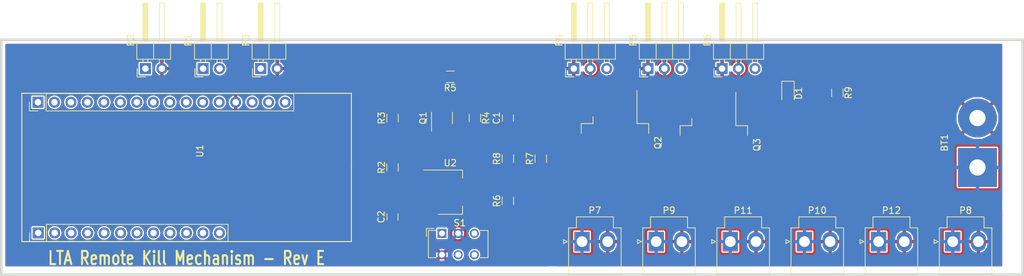
<source format=kicad_pcb>
(kicad_pcb (version 20171130) (host pcbnew "(5.0.1)-3")

  (general
    (thickness 1.6002)
    (drawings 5)
    (tracks 0)
    (zones 0)
    (modules 30)
    (nets 23)
  )

  (page A4)
  (title_block
    (date "19 jul 2013")
  )

  (layers
    (0 Front power)
    (31 Back power)
    (32 B.Adhes user)
    (33 F.Adhes user)
    (34 B.Paste user)
    (35 F.Paste user)
    (36 B.SilkS user)
    (37 F.SilkS user)
    (38 B.Mask user)
    (39 F.Mask user)
    (40 Dwgs.User user)
    (41 Cmts.User user)
    (42 Eco1.User user)
    (43 Eco2.User user)
    (44 Edge.Cuts user)
  )

  (setup
    (last_trace_width 0.2032)
    (trace_clearance 0.0508)
    (zone_clearance 0.2032)
    (zone_45_only no)
    (trace_min 0.2032)
    (segment_width 0.381)
    (edge_width 0.381)
    (via_size 1.016)
    (via_drill 0.635)
    (via_min_size 0.889)
    (via_min_drill 0.508)
    (uvia_size 0.508)
    (uvia_drill 0.127)
    (uvias_allowed no)
    (uvia_min_size 0.508)
    (uvia_min_drill 0.127)
    (pcb_text_width 0.3048)
    (pcb_text_size 1.524 2.032)
    (mod_edge_width 0.2)
    (mod_text_size 1.524 1.524)
    (mod_text_width 0.3048)
    (pad_size 3.6576 2.032)
    (pad_drill 0)
    (pad_to_mask_clearance 0.254)
    (solder_mask_min_width 0.25)
    (aux_axis_origin 0 0)
    (visible_elements 7FFFFFFF)
    (pcbplotparams
      (layerselection 0x00030_ffffffff)
      (usegerberextensions true)
      (usegerberattributes false)
      (usegerberadvancedattributes false)
      (creategerberjobfile false)
      (excludeedgelayer true)
      (linewidth 0.150000)
      (plotframeref false)
      (viasonmask false)
      (mode 1)
      (useauxorigin false)
      (hpglpennumber 1)
      (hpglpenspeed 20)
      (hpglpendiameter 15.000000)
      (psnegative false)
      (psa4output false)
      (plotreference true)
      (plotvalue true)
      (plotinvisibletext false)
      (padsonsilk false)
      (subtractmaskfromsilk false)
      (outputformat 1)
      (mirror false)
      (drillshape 0)
      (scaleselection 1)
      (outputdirectory "Gerbers/"))
  )

  (net 0 "")
  (net 1 +3.3V)
  (net 2 +BATT)
  (net 3 /Ctrl)
  (net 4 /High_Side)
  (net 5 /V_Sense)
  (net 6 GND)
  (net 7 "Net-(C1-Pad1)")
  (net 8 "Net-(D1-Pad1)")
  (net 9 "Net-(Q1-Pad4)")
  (net 10 "Net-(Q1-Pad3)")
  (net 11 "Net-(Q1-Pad2)")
  (net 12 "Net-(Q1-Pad1)")
  (net 13 "Net-(Q2-Pad1)")
  (net 14 "Net-(Q3-Pad1)")
  (net 15 "Net-(R7-Pad1)")
  (net 16 "Net-(P4-Pad3)")
  (net 17 "Net-(P2-Pad1)")
  (net 18 "Net-(P3-Pad1)")
  (net 19 "Net-(P5-Pad3)")
  (net 20 "Net-(P6-Pad3)")
  (net 21 "Net-(P1-Pad2)")
  (net 22 "Net-(P1-Pad1)")

  (net_class Default "This is the default net class."
    (clearance 0.0508)
    (trace_width 0.2032)
    (via_dia 1.016)
    (via_drill 0.635)
    (uvia_dia 0.508)
    (uvia_drill 0.127)
    (add_net +3.3V)
    (add_net +BATT)
    (add_net /Ctrl)
    (add_net /High_Side)
    (add_net /V_Sense)
    (add_net GND)
    (add_net "Net-(C1-Pad1)")
    (add_net "Net-(D1-Pad1)")
    (add_net "Net-(P1-Pad1)")
    (add_net "Net-(P1-Pad2)")
    (add_net "Net-(P2-Pad1)")
    (add_net "Net-(P3-Pad1)")
    (add_net "Net-(P4-Pad3)")
    (add_net "Net-(P5-Pad3)")
    (add_net "Net-(P6-Pad3)")
    (add_net "Net-(Q1-Pad1)")
    (add_net "Net-(Q1-Pad2)")
    (add_net "Net-(Q1-Pad3)")
    (add_net "Net-(Q1-Pad4)")
    (add_net "Net-(Q2-Pad1)")
    (add_net "Net-(Q3-Pad1)")
    (add_net "Net-(R7-Pad1)")
  )

  (module Capacitors_SMD:C_0805_HandSoldering (layer Front) (tedit 58AA84A8) (tstamp 5BD91082)
    (at 106.68 76.2 90)
    (descr "Capacitor SMD 0805, hand soldering")
    (tags "capacitor 0805")
    (path /505D39C0)
    (attr smd)
    (fp_text reference C1 (at 0 -1.75 90) (layer F.SilkS)
      (effects (font (size 1 1) (thickness 0.15)))
    )
    (fp_text value 0.1uF (at 0 1.75 90) (layer F.Fab)
      (effects (font (size 1 1) (thickness 0.15)))
    )
    (fp_line (start 2.25 0.87) (end -2.25 0.87) (layer F.CrtYd) (width 0.05))
    (fp_line (start 2.25 0.87) (end 2.25 -0.88) (layer F.CrtYd) (width 0.05))
    (fp_line (start -2.25 -0.88) (end -2.25 0.87) (layer F.CrtYd) (width 0.05))
    (fp_line (start -2.25 -0.88) (end 2.25 -0.88) (layer F.CrtYd) (width 0.05))
    (fp_line (start -0.5 0.85) (end 0.5 0.85) (layer F.SilkS) (width 0.12))
    (fp_line (start 0.5 -0.85) (end -0.5 -0.85) (layer F.SilkS) (width 0.12))
    (fp_line (start -1 -0.62) (end 1 -0.62) (layer F.Fab) (width 0.1))
    (fp_line (start 1 -0.62) (end 1 0.62) (layer F.Fab) (width 0.1))
    (fp_line (start 1 0.62) (end -1 0.62) (layer F.Fab) (width 0.1))
    (fp_line (start -1 0.62) (end -1 -0.62) (layer F.Fab) (width 0.1))
    (fp_text user %R (at 0 -1.75 90) (layer F.Fab)
      (effects (font (size 1 1) (thickness 0.15)))
    )
    (pad 2 smd rect (at 1.25 0 90) (size 1.5 1.25) (layers Front F.Paste F.Mask)
      (net 6 GND))
    (pad 1 smd rect (at -1.25 0 90) (size 1.5 1.25) (layers Front F.Paste F.Mask)
      (net 7 "Net-(C1-Pad1)"))
    (model Capacitors_SMD.3dshapes/C_0805.wrl
      (at (xyz 0 0 0))
      (scale (xyz 1 1 1))
      (rotate (xyz 0 0 0))
    )
  )

  (module Capacitors_SMD:C_0805_HandSoldering (layer Front) (tedit 58AA84A8) (tstamp 5BD91092)
    (at 88.9 91.44 90)
    (descr "Capacitor SMD 0805, hand soldering")
    (tags "capacitor 0805")
    (path /5072416C)
    (attr smd)
    (fp_text reference C2 (at 0 -1.75 90) (layer F.SilkS)
      (effects (font (size 1 1) (thickness 0.15)))
    )
    (fp_text value 10uF (at 0 1.75 90) (layer F.Fab)
      (effects (font (size 1 1) (thickness 0.15)))
    )
    (fp_text user %R (at 0 -1.75 90) (layer F.Fab)
      (effects (font (size 1 1) (thickness 0.15)))
    )
    (fp_line (start -1 0.62) (end -1 -0.62) (layer F.Fab) (width 0.1))
    (fp_line (start 1 0.62) (end -1 0.62) (layer F.Fab) (width 0.1))
    (fp_line (start 1 -0.62) (end 1 0.62) (layer F.Fab) (width 0.1))
    (fp_line (start -1 -0.62) (end 1 -0.62) (layer F.Fab) (width 0.1))
    (fp_line (start 0.5 -0.85) (end -0.5 -0.85) (layer F.SilkS) (width 0.12))
    (fp_line (start -0.5 0.85) (end 0.5 0.85) (layer F.SilkS) (width 0.12))
    (fp_line (start -2.25 -0.88) (end 2.25 -0.88) (layer F.CrtYd) (width 0.05))
    (fp_line (start -2.25 -0.88) (end -2.25 0.87) (layer F.CrtYd) (width 0.05))
    (fp_line (start 2.25 0.87) (end 2.25 -0.88) (layer F.CrtYd) (width 0.05))
    (fp_line (start 2.25 0.87) (end -2.25 0.87) (layer F.CrtYd) (width 0.05))
    (pad 1 smd rect (at -1.25 0 90) (size 1.5 1.25) (layers Front F.Paste F.Mask)
      (net 1 +3.3V))
    (pad 2 smd rect (at 1.25 0 90) (size 1.5 1.25) (layers Front F.Paste F.Mask)
      (net 6 GND))
    (model Capacitors_SMD.3dshapes/C_0805.wrl
      (at (xyz 0 0 0))
      (scale (xyz 1 1 1))
      (rotate (xyz 0 0 0))
    )
  )

  (module Connectors_JST:JST_VH_B2P-VH-B_2x3.96mm_Vertical (layer Front) (tedit 59DBB0EC) (tstamp 5BD910B7)
    (at 175.26 95.25)
    (descr "JST VH PBT series connector, B2P-VH-B, 3.96mm pitch, top entry type, through hole")
    (tags "connector jst vh pbt vertical")
    (path /505D3702)
    (fp_text reference P8 (at 1.98 -4.8) (layer F.SilkS)
      (effects (font (size 1 1) (thickness 0.15)))
    )
    (fp_text value CONN_2 (at 1.98 6) (layer F.Fab)
      (effects (font (size 1 1) (thickness 0.15)))
    )
    (fp_text user %R (at 1.98 2.5) (layer F.Fab)
      (effects (font (size 1 1) (thickness 0.15)))
    )
    (fp_line (start -2.87 -0.3) (end -2.27 0) (layer F.SilkS) (width 0.12))
    (fp_line (start -2.87 0.3) (end -2.87 -0.3) (layer F.SilkS) (width 0.12))
    (fp_line (start -2.27 0) (end -2.87 0.3) (layer F.SilkS) (width 0.12))
    (fp_line (start 6.03 4.92) (end -2.07 4.92) (layer F.SilkS) (width 0.12))
    (fp_line (start 6.03 -2.12) (end 6.03 4.92) (layer F.SilkS) (width 0.12))
    (fp_line (start 4.83 -2.12) (end 6.03 -2.12) (layer F.SilkS) (width 0.12))
    (fp_line (start 4.83 -3.82) (end 4.83 -2.12) (layer F.SilkS) (width 0.12))
    (fp_line (start -0.87 -3.82) (end 4.83 -3.82) (layer F.SilkS) (width 0.12))
    (fp_line (start -0.87 -2.12) (end -0.87 -3.82) (layer F.SilkS) (width 0.12))
    (fp_line (start -2.07 -2.12) (end -0.87 -2.12) (layer F.SilkS) (width 0.12))
    (fp_line (start -2.07 4.92) (end -2.07 -2.12) (layer F.SilkS) (width 0.12))
    (fp_line (start 6.41 -4.2) (end -2.45 -4.2) (layer F.CrtYd) (width 0.05))
    (fp_line (start 6.41 5.3) (end 6.41 -4.2) (layer F.CrtYd) (width 0.05))
    (fp_line (start -2.45 5.3) (end 6.41 5.3) (layer F.CrtYd) (width 0.05))
    (fp_line (start -2.45 -4.2) (end -2.45 5.3) (layer F.CrtYd) (width 0.05))
    (fp_line (start -1.95 1) (end -0.95 0) (layer F.Fab) (width 0.1))
    (fp_line (start -1.95 -1) (end -0.95 0) (layer F.Fab) (width 0.1))
    (fp_line (start 4.71 -3.7) (end 4.71 -2) (layer F.Fab) (width 0.1))
    (fp_line (start -0.75 -3.7) (end 4.71 -3.7) (layer F.Fab) (width 0.1))
    (fp_line (start -0.75 -2) (end -0.75 -3.7) (layer F.Fab) (width 0.1))
    (fp_line (start 5.91 -2) (end -1.95 -2) (layer F.Fab) (width 0.1))
    (fp_line (start 5.91 4.8) (end 5.91 -2) (layer F.Fab) (width 0.1))
    (fp_line (start -1.95 4.8) (end 5.91 4.8) (layer F.Fab) (width 0.1))
    (fp_line (start -1.95 -2) (end -1.95 4.8) (layer F.Fab) (width 0.1))
    (pad 2 thru_hole oval (at 3.96 0) (size 2.35 3) (drill 1.65) (layers *.Cu *.Mask)
      (net 4 /High_Side))
    (pad 1 thru_hole rect (at 0 0) (size 2.35 3) (drill 1.65) (layers *.Cu *.Mask)
      (net 2 +BATT))
    (model ${KISYS3DMOD}/Connectors_JST.3dshapes/JST_VH_B2P-VH-B_2x3.96mm_Vertical.wrl
      (at (xyz 0 0 0))
      (scale (xyz 1 1 1))
      (rotate (xyz 0 0 0))
    )
  )

  (module Connectors_JST:JST_VH_B2P-VH-B_2x3.96mm_Vertical (layer Front) (tedit 59DBB0EC) (tstamp 5BD910D5)
    (at 152.4 95.25)
    (descr "JST VH PBT series connector, B2P-VH-B, 3.96mm pitch, top entry type, through hole")
    (tags "connector jst vh pbt vertical")
    (path /505D36F8)
    (fp_text reference P10 (at 1.98 -4.8) (layer F.SilkS)
      (effects (font (size 1 1) (thickness 0.15)))
    )
    (fp_text value CONN_2 (at 1.98 6) (layer F.Fab)
      (effects (font (size 1 1) (thickness 0.15)))
    )
    (fp_line (start -1.95 -2) (end -1.95 4.8) (layer F.Fab) (width 0.1))
    (fp_line (start -1.95 4.8) (end 5.91 4.8) (layer F.Fab) (width 0.1))
    (fp_line (start 5.91 4.8) (end 5.91 -2) (layer F.Fab) (width 0.1))
    (fp_line (start 5.91 -2) (end -1.95 -2) (layer F.Fab) (width 0.1))
    (fp_line (start -0.75 -2) (end -0.75 -3.7) (layer F.Fab) (width 0.1))
    (fp_line (start -0.75 -3.7) (end 4.71 -3.7) (layer F.Fab) (width 0.1))
    (fp_line (start 4.71 -3.7) (end 4.71 -2) (layer F.Fab) (width 0.1))
    (fp_line (start -1.95 -1) (end -0.95 0) (layer F.Fab) (width 0.1))
    (fp_line (start -1.95 1) (end -0.95 0) (layer F.Fab) (width 0.1))
    (fp_line (start -2.45 -4.2) (end -2.45 5.3) (layer F.CrtYd) (width 0.05))
    (fp_line (start -2.45 5.3) (end 6.41 5.3) (layer F.CrtYd) (width 0.05))
    (fp_line (start 6.41 5.3) (end 6.41 -4.2) (layer F.CrtYd) (width 0.05))
    (fp_line (start 6.41 -4.2) (end -2.45 -4.2) (layer F.CrtYd) (width 0.05))
    (fp_line (start -2.07 4.92) (end -2.07 -2.12) (layer F.SilkS) (width 0.12))
    (fp_line (start -2.07 -2.12) (end -0.87 -2.12) (layer F.SilkS) (width 0.12))
    (fp_line (start -0.87 -2.12) (end -0.87 -3.82) (layer F.SilkS) (width 0.12))
    (fp_line (start -0.87 -3.82) (end 4.83 -3.82) (layer F.SilkS) (width 0.12))
    (fp_line (start 4.83 -3.82) (end 4.83 -2.12) (layer F.SilkS) (width 0.12))
    (fp_line (start 4.83 -2.12) (end 6.03 -2.12) (layer F.SilkS) (width 0.12))
    (fp_line (start 6.03 -2.12) (end 6.03 4.92) (layer F.SilkS) (width 0.12))
    (fp_line (start 6.03 4.92) (end -2.07 4.92) (layer F.SilkS) (width 0.12))
    (fp_line (start -2.27 0) (end -2.87 0.3) (layer F.SilkS) (width 0.12))
    (fp_line (start -2.87 0.3) (end -2.87 -0.3) (layer F.SilkS) (width 0.12))
    (fp_line (start -2.87 -0.3) (end -2.27 0) (layer F.SilkS) (width 0.12))
    (fp_text user %R (at 1.98 2.5) (layer F.Fab)
      (effects (font (size 1 1) (thickness 0.15)))
    )
    (pad 1 thru_hole rect (at 0 0) (size 2.35 3) (drill 1.65) (layers *.Cu *.Mask)
      (net 2 +BATT))
    (pad 2 thru_hole oval (at 3.96 0) (size 2.35 3) (drill 1.65) (layers *.Cu *.Mask)
      (net 4 /High_Side))
    (model ${KISYS3DMOD}/Connectors_JST.3dshapes/JST_VH_B2P-VH-B_2x3.96mm_Vertical.wrl
      (at (xyz 0 0 0))
      (scale (xyz 1 1 1))
      (rotate (xyz 0 0 0))
    )
  )

  (module Connectors_JST:JST_VH_B2P-VH-B_2x3.96mm_Vertical (layer Front) (tedit 59DBB0EC) (tstamp 5BFE4862)
    (at 163.83 95.25)
    (descr "JST VH PBT series connector, B2P-VH-B, 3.96mm pitch, top entry type, through hole")
    (tags "connector jst vh pbt vertical")
    (path /50666ACA)
    (fp_text reference P12 (at 1.98 -4.8) (layer F.SilkS)
      (effects (font (size 1 1) (thickness 0.15)))
    )
    (fp_text value CONN_2 (at 1.98 6) (layer F.Fab)
      (effects (font (size 1 1) (thickness 0.15)))
    )
    (fp_text user %R (at 1.98 2.5) (layer F.Fab)
      (effects (font (size 1 1) (thickness 0.15)))
    )
    (fp_line (start -2.87 -0.3) (end -2.27 0) (layer F.SilkS) (width 0.12))
    (fp_line (start -2.87 0.3) (end -2.87 -0.3) (layer F.SilkS) (width 0.12))
    (fp_line (start -2.27 0) (end -2.87 0.3) (layer F.SilkS) (width 0.12))
    (fp_line (start 6.03 4.92) (end -2.07 4.92) (layer F.SilkS) (width 0.12))
    (fp_line (start 6.03 -2.12) (end 6.03 4.92) (layer F.SilkS) (width 0.12))
    (fp_line (start 4.83 -2.12) (end 6.03 -2.12) (layer F.SilkS) (width 0.12))
    (fp_line (start 4.83 -3.82) (end 4.83 -2.12) (layer F.SilkS) (width 0.12))
    (fp_line (start -0.87 -3.82) (end 4.83 -3.82) (layer F.SilkS) (width 0.12))
    (fp_line (start -0.87 -2.12) (end -0.87 -3.82) (layer F.SilkS) (width 0.12))
    (fp_line (start -2.07 -2.12) (end -0.87 -2.12) (layer F.SilkS) (width 0.12))
    (fp_line (start -2.07 4.92) (end -2.07 -2.12) (layer F.SilkS) (width 0.12))
    (fp_line (start 6.41 -4.2) (end -2.45 -4.2) (layer F.CrtYd) (width 0.05))
    (fp_line (start 6.41 5.3) (end 6.41 -4.2) (layer F.CrtYd) (width 0.05))
    (fp_line (start -2.45 5.3) (end 6.41 5.3) (layer F.CrtYd) (width 0.05))
    (fp_line (start -2.45 -4.2) (end -2.45 5.3) (layer F.CrtYd) (width 0.05))
    (fp_line (start -1.95 1) (end -0.95 0) (layer F.Fab) (width 0.1))
    (fp_line (start -1.95 -1) (end -0.95 0) (layer F.Fab) (width 0.1))
    (fp_line (start 4.71 -3.7) (end 4.71 -2) (layer F.Fab) (width 0.1))
    (fp_line (start -0.75 -3.7) (end 4.71 -3.7) (layer F.Fab) (width 0.1))
    (fp_line (start -0.75 -2) (end -0.75 -3.7) (layer F.Fab) (width 0.1))
    (fp_line (start 5.91 -2) (end -1.95 -2) (layer F.Fab) (width 0.1))
    (fp_line (start 5.91 4.8) (end 5.91 -2) (layer F.Fab) (width 0.1))
    (fp_line (start -1.95 4.8) (end 5.91 4.8) (layer F.Fab) (width 0.1))
    (fp_line (start -1.95 -2) (end -1.95 4.8) (layer F.Fab) (width 0.1))
    (pad 2 thru_hole oval (at 3.96 0) (size 2.35 3) (drill 1.65) (layers *.Cu *.Mask)
      (net 4 /High_Side))
    (pad 1 thru_hole rect (at 0 0) (size 2.35 3) (drill 1.65) (layers *.Cu *.Mask)
      (net 2 +BATT))
    (model ${KISYS3DMOD}/Connectors_JST.3dshapes/JST_VH_B2P-VH-B_2x3.96mm_Vertical.wrl
      (at (xyz 0 0 0))
      (scale (xyz 1 1 1))
      (rotate (xyz 0 0 0))
    )
  )

  (module Resistors_SMD:R_0805_HandSoldering (layer Front) (tedit 58E0A804) (tstamp 5BD9117E)
    (at 88.9 83.82 90)
    (descr "Resistor SMD 0805, hand soldering")
    (tags "resistor 0805")
    (path /50666BC7)
    (attr smd)
    (fp_text reference R2 (at 0 -1.7 90) (layer F.SilkS)
      (effects (font (size 1 1) (thickness 0.15)))
    )
    (fp_text value 75K (at 0 1.75 90) (layer F.Fab)
      (effects (font (size 1 1) (thickness 0.15)))
    )
    (fp_line (start 2.35 0.9) (end -2.35 0.9) (layer F.CrtYd) (width 0.05))
    (fp_line (start 2.35 0.9) (end 2.35 -0.9) (layer F.CrtYd) (width 0.05))
    (fp_line (start -2.35 -0.9) (end -2.35 0.9) (layer F.CrtYd) (width 0.05))
    (fp_line (start -2.35 -0.9) (end 2.35 -0.9) (layer F.CrtYd) (width 0.05))
    (fp_line (start -0.6 -0.88) (end 0.6 -0.88) (layer F.SilkS) (width 0.12))
    (fp_line (start 0.6 0.88) (end -0.6 0.88) (layer F.SilkS) (width 0.12))
    (fp_line (start -1 -0.62) (end 1 -0.62) (layer F.Fab) (width 0.1))
    (fp_line (start 1 -0.62) (end 1 0.62) (layer F.Fab) (width 0.1))
    (fp_line (start 1 0.62) (end -1 0.62) (layer F.Fab) (width 0.1))
    (fp_line (start -1 0.62) (end -1 -0.62) (layer F.Fab) (width 0.1))
    (fp_text user %R (at 0 0 90) (layer F.Fab)
      (effects (font (size 0.5 0.5) (thickness 0.075)))
    )
    (pad 2 smd rect (at 1.35 0 90) (size 1.5 1.3) (layers Front F.Paste F.Mask)
      (net 5 /V_Sense))
    (pad 1 smd rect (at -1.35 0 90) (size 1.5 1.3) (layers Front F.Paste F.Mask)
      (net 7 "Net-(C1-Pad1)"))
    (model ${KISYS3DMOD}/Resistors_SMD.3dshapes/R_0805.wrl
      (at (xyz 0 0 0))
      (scale (xyz 1 1 1))
      (rotate (xyz 0 0 0))
    )
  )

  (module Resistors_SMD:R_0805_HandSoldering (layer Front) (tedit 58E0A804) (tstamp 5BD9118E)
    (at 88.9 76.2 90)
    (descr "Resistor SMD 0805, hand soldering")
    (tags "resistor 0805")
    (path /50666BDB)
    (attr smd)
    (fp_text reference R3 (at 0 -1.7 90) (layer F.SilkS)
      (effects (font (size 1 1) (thickness 0.15)))
    )
    (fp_text value 33k (at 0 1.75 90) (layer F.Fab)
      (effects (font (size 1 1) (thickness 0.15)))
    )
    (fp_text user %R (at 0 0 90) (layer F.Fab)
      (effects (font (size 0.5 0.5) (thickness 0.075)))
    )
    (fp_line (start -1 0.62) (end -1 -0.62) (layer F.Fab) (width 0.1))
    (fp_line (start 1 0.62) (end -1 0.62) (layer F.Fab) (width 0.1))
    (fp_line (start 1 -0.62) (end 1 0.62) (layer F.Fab) (width 0.1))
    (fp_line (start -1 -0.62) (end 1 -0.62) (layer F.Fab) (width 0.1))
    (fp_line (start 0.6 0.88) (end -0.6 0.88) (layer F.SilkS) (width 0.12))
    (fp_line (start -0.6 -0.88) (end 0.6 -0.88) (layer F.SilkS) (width 0.12))
    (fp_line (start -2.35 -0.9) (end 2.35 -0.9) (layer F.CrtYd) (width 0.05))
    (fp_line (start -2.35 -0.9) (end -2.35 0.9) (layer F.CrtYd) (width 0.05))
    (fp_line (start 2.35 0.9) (end 2.35 -0.9) (layer F.CrtYd) (width 0.05))
    (fp_line (start 2.35 0.9) (end -2.35 0.9) (layer F.CrtYd) (width 0.05))
    (pad 1 smd rect (at -1.35 0 90) (size 1.5 1.3) (layers Front F.Paste F.Mask)
      (net 5 /V_Sense))
    (pad 2 smd rect (at 1.35 0 90) (size 1.5 1.3) (layers Front F.Paste F.Mask)
      (net 6 GND))
    (model ${KISYS3DMOD}/Resistors_SMD.3dshapes/R_0805.wrl
      (at (xyz 0 0 0))
      (scale (xyz 1 1 1))
      (rotate (xyz 0 0 0))
    )
  )

  (module Resistors_SMD:R_0805_HandSoldering (layer Front) (tedit 58E0A804) (tstamp 5BD9119E)
    (at 101.6 76.2 270)
    (descr "Resistor SMD 0805, hand soldering")
    (tags "resistor 0805")
    (path /50678A9A)
    (attr smd)
    (fp_text reference R4 (at 0 -1.7 270) (layer F.SilkS)
      (effects (font (size 1 1) (thickness 0.15)))
    )
    (fp_text value 330 (at 0 1.75 270) (layer F.Fab)
      (effects (font (size 1 1) (thickness 0.15)))
    )
    (fp_line (start 2.35 0.9) (end -2.35 0.9) (layer F.CrtYd) (width 0.05))
    (fp_line (start 2.35 0.9) (end 2.35 -0.9) (layer F.CrtYd) (width 0.05))
    (fp_line (start -2.35 -0.9) (end -2.35 0.9) (layer F.CrtYd) (width 0.05))
    (fp_line (start -2.35 -0.9) (end 2.35 -0.9) (layer F.CrtYd) (width 0.05))
    (fp_line (start -0.6 -0.88) (end 0.6 -0.88) (layer F.SilkS) (width 0.12))
    (fp_line (start 0.6 0.88) (end -0.6 0.88) (layer F.SilkS) (width 0.12))
    (fp_line (start -1 -0.62) (end 1 -0.62) (layer F.Fab) (width 0.1))
    (fp_line (start 1 -0.62) (end 1 0.62) (layer F.Fab) (width 0.1))
    (fp_line (start 1 0.62) (end -1 0.62) (layer F.Fab) (width 0.1))
    (fp_line (start -1 0.62) (end -1 -0.62) (layer F.Fab) (width 0.1))
    (fp_text user %R (at 0 0 270) (layer F.Fab)
      (effects (font (size 0.5 0.5) (thickness 0.075)))
    )
    (pad 2 smd rect (at 1.35 0 270) (size 1.5 1.3) (layers Front F.Paste F.Mask)
      (net 10 "Net-(Q1-Pad3)"))
    (pad 1 smd rect (at -1.35 0 270) (size 1.5 1.3) (layers Front F.Paste F.Mask)
      (net 3 /Ctrl))
    (model ${KISYS3DMOD}/Resistors_SMD.3dshapes/R_0805.wrl
      (at (xyz 0 0 0))
      (scale (xyz 1 1 1))
      (rotate (xyz 0 0 0))
    )
  )

  (module Resistors_SMD:R_0805_HandSoldering (layer Front) (tedit 58E0A804) (tstamp 5BD911AE)
    (at 97.79 69.85 180)
    (descr "Resistor SMD 0805, hand soldering")
    (tags "resistor 0805")
    (path /50678A9F)
    (attr smd)
    (fp_text reference R5 (at 0 -1.7 180) (layer F.SilkS)
      (effects (font (size 1 1) (thickness 0.15)))
    )
    (fp_text value 330 (at 0 1.75 180) (layer F.Fab)
      (effects (font (size 1 1) (thickness 0.15)))
    )
    (fp_text user %R (at 0 0 180) (layer F.Fab)
      (effects (font (size 0.5 0.5) (thickness 0.075)))
    )
    (fp_line (start -1 0.62) (end -1 -0.62) (layer F.Fab) (width 0.1))
    (fp_line (start 1 0.62) (end -1 0.62) (layer F.Fab) (width 0.1))
    (fp_line (start 1 -0.62) (end 1 0.62) (layer F.Fab) (width 0.1))
    (fp_line (start -1 -0.62) (end 1 -0.62) (layer F.Fab) (width 0.1))
    (fp_line (start 0.6 0.88) (end -0.6 0.88) (layer F.SilkS) (width 0.12))
    (fp_line (start -0.6 -0.88) (end 0.6 -0.88) (layer F.SilkS) (width 0.12))
    (fp_line (start -2.35 -0.9) (end 2.35 -0.9) (layer F.CrtYd) (width 0.05))
    (fp_line (start -2.35 -0.9) (end -2.35 0.9) (layer F.CrtYd) (width 0.05))
    (fp_line (start 2.35 0.9) (end 2.35 -0.9) (layer F.CrtYd) (width 0.05))
    (fp_line (start 2.35 0.9) (end -2.35 0.9) (layer F.CrtYd) (width 0.05))
    (pad 1 smd rect (at -1.35 0 180) (size 1.5 1.3) (layers Front F.Paste F.Mask)
      (net 3 /Ctrl))
    (pad 2 smd rect (at 1.35 0 180) (size 1.5 1.3) (layers Front F.Paste F.Mask)
      (net 12 "Net-(Q1-Pad1)"))
    (model ${KISYS3DMOD}/Resistors_SMD.3dshapes/R_0805.wrl
      (at (xyz 0 0 0))
      (scale (xyz 1 1 1))
      (rotate (xyz 0 0 0))
    )
  )

  (module Resistors_SMD:R_0805_HandSoldering (layer Front) (tedit 58E0A804) (tstamp 5BD911BE)
    (at 106.68 88.98 90)
    (descr "Resistor SMD 0805, hand soldering")
    (tags "resistor 0805")
    (path /509F13CB)
    (attr smd)
    (fp_text reference R6 (at 0 -1.7 90) (layer F.SilkS)
      (effects (font (size 1 1) (thickness 0.15)))
    )
    (fp_text value 330 (at 0 1.75 90) (layer F.Fab)
      (effects (font (size 1 1) (thickness 0.15)))
    )
    (fp_line (start 2.35 0.9) (end -2.35 0.9) (layer F.CrtYd) (width 0.05))
    (fp_line (start 2.35 0.9) (end 2.35 -0.9) (layer F.CrtYd) (width 0.05))
    (fp_line (start -2.35 -0.9) (end -2.35 0.9) (layer F.CrtYd) (width 0.05))
    (fp_line (start -2.35 -0.9) (end 2.35 -0.9) (layer F.CrtYd) (width 0.05))
    (fp_line (start -0.6 -0.88) (end 0.6 -0.88) (layer F.SilkS) (width 0.12))
    (fp_line (start 0.6 0.88) (end -0.6 0.88) (layer F.SilkS) (width 0.12))
    (fp_line (start -1 -0.62) (end 1 -0.62) (layer F.Fab) (width 0.1))
    (fp_line (start 1 -0.62) (end 1 0.62) (layer F.Fab) (width 0.1))
    (fp_line (start 1 0.62) (end -1 0.62) (layer F.Fab) (width 0.1))
    (fp_line (start -1 0.62) (end -1 -0.62) (layer F.Fab) (width 0.1))
    (fp_text user %R (at 0 0 90) (layer F.Fab)
      (effects (font (size 0.5 0.5) (thickness 0.075)))
    )
    (pad 2 smd rect (at 1.35 0 90) (size 1.5 1.3) (layers Front F.Paste F.Mask)
      (net 11 "Net-(Q1-Pad2)"))
    (pad 1 smd rect (at -1.35 0 90) (size 1.5 1.3) (layers Front F.Paste F.Mask)
      (net 2 +BATT))
    (model ${KISYS3DMOD}/Resistors_SMD.3dshapes/R_0805.wrl
      (at (xyz 0 0 0))
      (scale (xyz 1 1 1))
      (rotate (xyz 0 0 0))
    )
  )

  (module Resistors_SMD:R_0805_HandSoldering (layer Front) (tedit 58E0A804) (tstamp 5BD911CE)
    (at 111.76 82.47 90)
    (descr "Resistor SMD 0805, hand soldering")
    (tags "resistor 0805")
    (path /5066646F)
    (attr smd)
    (fp_text reference R7 (at 0 -1.7 90) (layer F.SilkS)
      (effects (font (size 1 1) (thickness 0.15)))
    )
    (fp_text value 330 (at 0 1.75 90) (layer F.Fab)
      (effects (font (size 1 1) (thickness 0.15)))
    )
    (fp_text user %R (at 0 0 90) (layer F.Fab)
      (effects (font (size 0.5 0.5) (thickness 0.075)))
    )
    (fp_line (start -1 0.62) (end -1 -0.62) (layer F.Fab) (width 0.1))
    (fp_line (start 1 0.62) (end -1 0.62) (layer F.Fab) (width 0.1))
    (fp_line (start 1 -0.62) (end 1 0.62) (layer F.Fab) (width 0.1))
    (fp_line (start -1 -0.62) (end 1 -0.62) (layer F.Fab) (width 0.1))
    (fp_line (start 0.6 0.88) (end -0.6 0.88) (layer F.SilkS) (width 0.12))
    (fp_line (start -0.6 -0.88) (end 0.6 -0.88) (layer F.SilkS) (width 0.12))
    (fp_line (start -2.35 -0.9) (end 2.35 -0.9) (layer F.CrtYd) (width 0.05))
    (fp_line (start -2.35 -0.9) (end -2.35 0.9) (layer F.CrtYd) (width 0.05))
    (fp_line (start 2.35 0.9) (end 2.35 -0.9) (layer F.CrtYd) (width 0.05))
    (fp_line (start 2.35 0.9) (end -2.35 0.9) (layer F.CrtYd) (width 0.05))
    (pad 1 smd rect (at -1.35 0 90) (size 1.5 1.3) (layers Front F.Paste F.Mask)
      (net 15 "Net-(R7-Pad1)"))
    (pad 2 smd rect (at 1.35 0 90) (size 1.5 1.3) (layers Front F.Paste F.Mask)
      (net 13 "Net-(Q2-Pad1)"))
    (model ${KISYS3DMOD}/Resistors_SMD.3dshapes/R_0805.wrl
      (at (xyz 0 0 0))
      (scale (xyz 1 1 1))
      (rotate (xyz 0 0 0))
    )
  )

  (module Resistors_SMD:R_0805_HandSoldering (layer Front) (tedit 58E0A804) (tstamp 5BD911DE)
    (at 106.68 82.47 90)
    (descr "Resistor SMD 0805, hand soldering")
    (tags "resistor 0805")
    (path /50666469)
    (attr smd)
    (fp_text reference R8 (at 0 -1.7 90) (layer F.SilkS)
      (effects (font (size 1 1) (thickness 0.15)))
    )
    (fp_text value 330 (at 0 1.75 90) (layer F.Fab)
      (effects (font (size 1 1) (thickness 0.15)))
    )
    (fp_line (start 2.35 0.9) (end -2.35 0.9) (layer F.CrtYd) (width 0.05))
    (fp_line (start 2.35 0.9) (end 2.35 -0.9) (layer F.CrtYd) (width 0.05))
    (fp_line (start -2.35 -0.9) (end -2.35 0.9) (layer F.CrtYd) (width 0.05))
    (fp_line (start -2.35 -0.9) (end 2.35 -0.9) (layer F.CrtYd) (width 0.05))
    (fp_line (start -0.6 -0.88) (end 0.6 -0.88) (layer F.SilkS) (width 0.12))
    (fp_line (start 0.6 0.88) (end -0.6 0.88) (layer F.SilkS) (width 0.12))
    (fp_line (start -1 -0.62) (end 1 -0.62) (layer F.Fab) (width 0.1))
    (fp_line (start 1 -0.62) (end 1 0.62) (layer F.Fab) (width 0.1))
    (fp_line (start 1 0.62) (end -1 0.62) (layer F.Fab) (width 0.1))
    (fp_line (start -1 0.62) (end -1 -0.62) (layer F.Fab) (width 0.1))
    (fp_text user %R (at 0 0 90) (layer F.Fab)
      (effects (font (size 0.5 0.5) (thickness 0.075)))
    )
    (pad 2 smd rect (at 1.35 0 90) (size 1.5 1.3) (layers Front F.Paste F.Mask)
      (net 14 "Net-(Q3-Pad1)"))
    (pad 1 smd rect (at -1.35 0 90) (size 1.5 1.3) (layers Front F.Paste F.Mask)
      (net 15 "Net-(R7-Pad1)"))
    (model ${KISYS3DMOD}/Resistors_SMD.3dshapes/R_0805.wrl
      (at (xyz 0 0 0))
      (scale (xyz 1 1 1))
      (rotate (xyz 0 0 0))
    )
  )

  (module Resistors_SMD:R_0805_HandSoldering (layer Front) (tedit 58E0A804) (tstamp 5BD911EE)
    (at 157.48 72.31 270)
    (descr "Resistor SMD 0805, hand soldering")
    (tags "resistor 0805")
    (path /506733FD)
    (attr smd)
    (fp_text reference R9 (at 0 -1.7 270) (layer F.SilkS)
      (effects (font (size 1 1) (thickness 0.15)))
    )
    (fp_text value 330 (at 0 1.75 270) (layer F.Fab)
      (effects (font (size 1 1) (thickness 0.15)))
    )
    (fp_line (start 2.35 0.9) (end -2.35 0.9) (layer F.CrtYd) (width 0.05))
    (fp_line (start 2.35 0.9) (end 2.35 -0.9) (layer F.CrtYd) (width 0.05))
    (fp_line (start -2.35 -0.9) (end -2.35 0.9) (layer F.CrtYd) (width 0.05))
    (fp_line (start -2.35 -0.9) (end 2.35 -0.9) (layer F.CrtYd) (width 0.05))
    (fp_line (start -0.6 -0.88) (end 0.6 -0.88) (layer F.SilkS) (width 0.12))
    (fp_line (start 0.6 0.88) (end -0.6 0.88) (layer F.SilkS) (width 0.12))
    (fp_line (start -1 -0.62) (end 1 -0.62) (layer F.Fab) (width 0.1))
    (fp_line (start 1 -0.62) (end 1 0.62) (layer F.Fab) (width 0.1))
    (fp_line (start 1 0.62) (end -1 0.62) (layer F.Fab) (width 0.1))
    (fp_line (start -1 0.62) (end -1 -0.62) (layer F.Fab) (width 0.1))
    (fp_text user %R (at 0 0 270) (layer F.Fab)
      (effects (font (size 0.5 0.5) (thickness 0.075)))
    )
    (pad 2 smd rect (at 1.35 0 270) (size 1.5 1.3) (layers Front F.Paste F.Mask)
      (net 8 "Net-(D1-Pad1)"))
    (pad 1 smd rect (at -1.35 0 270) (size 1.5 1.3) (layers Front F.Paste F.Mask)
      (net 2 +BATT))
    (model ${KISYS3DMOD}/Resistors_SMD.3dshapes/R_0805.wrl
      (at (xyz 0 0 0))
      (scale (xyz 1 1 1))
      (rotate (xyz 0 0 0))
    )
  )

  (module Connectors_JST:JST_VH_B2P-VH-B_2x3.96mm_Vertical (layer Front) (tedit 59DBB0EC) (tstamp 5BD91368)
    (at 118.11 95.25)
    (descr "JST VH PBT series connector, B2P-VH-B, 3.96mm pitch, top entry type, through hole")
    (tags "connector jst vh pbt vertical")
    (path /505D3706)
    (fp_text reference P7 (at 1.98 -4.8) (layer F.SilkS)
      (effects (font (size 1 1) (thickness 0.15)))
    )
    (fp_text value CONN_2 (at 1.98 6) (layer F.Fab)
      (effects (font (size 1 1) (thickness 0.15)))
    )
    (fp_text user %R (at 1.98 2.5) (layer F.Fab)
      (effects (font (size 1 1) (thickness 0.15)))
    )
    (fp_line (start -2.87 -0.3) (end -2.27 0) (layer F.SilkS) (width 0.12))
    (fp_line (start -2.87 0.3) (end -2.87 -0.3) (layer F.SilkS) (width 0.12))
    (fp_line (start -2.27 0) (end -2.87 0.3) (layer F.SilkS) (width 0.12))
    (fp_line (start 6.03 4.92) (end -2.07 4.92) (layer F.SilkS) (width 0.12))
    (fp_line (start 6.03 -2.12) (end 6.03 4.92) (layer F.SilkS) (width 0.12))
    (fp_line (start 4.83 -2.12) (end 6.03 -2.12) (layer F.SilkS) (width 0.12))
    (fp_line (start 4.83 -3.82) (end 4.83 -2.12) (layer F.SilkS) (width 0.12))
    (fp_line (start -0.87 -3.82) (end 4.83 -3.82) (layer F.SilkS) (width 0.12))
    (fp_line (start -0.87 -2.12) (end -0.87 -3.82) (layer F.SilkS) (width 0.12))
    (fp_line (start -2.07 -2.12) (end -0.87 -2.12) (layer F.SilkS) (width 0.12))
    (fp_line (start -2.07 4.92) (end -2.07 -2.12) (layer F.SilkS) (width 0.12))
    (fp_line (start 6.41 -4.2) (end -2.45 -4.2) (layer F.CrtYd) (width 0.05))
    (fp_line (start 6.41 5.3) (end 6.41 -4.2) (layer F.CrtYd) (width 0.05))
    (fp_line (start -2.45 5.3) (end 6.41 5.3) (layer F.CrtYd) (width 0.05))
    (fp_line (start -2.45 -4.2) (end -2.45 5.3) (layer F.CrtYd) (width 0.05))
    (fp_line (start -1.95 1) (end -0.95 0) (layer F.Fab) (width 0.1))
    (fp_line (start -1.95 -1) (end -0.95 0) (layer F.Fab) (width 0.1))
    (fp_line (start 4.71 -3.7) (end 4.71 -2) (layer F.Fab) (width 0.1))
    (fp_line (start -0.75 -3.7) (end 4.71 -3.7) (layer F.Fab) (width 0.1))
    (fp_line (start -0.75 -2) (end -0.75 -3.7) (layer F.Fab) (width 0.1))
    (fp_line (start 5.91 -2) (end -1.95 -2) (layer F.Fab) (width 0.1))
    (fp_line (start 5.91 4.8) (end 5.91 -2) (layer F.Fab) (width 0.1))
    (fp_line (start -1.95 4.8) (end 5.91 4.8) (layer F.Fab) (width 0.1))
    (fp_line (start -1.95 -2) (end -1.95 4.8) (layer F.Fab) (width 0.1))
    (pad 2 thru_hole oval (at 3.96 0) (size 2.35 3) (drill 1.65) (layers *.Cu *.Mask)
      (net 4 /High_Side))
    (pad 1 thru_hole rect (at 0 0) (size 2.35 3) (drill 1.65) (layers *.Cu *.Mask)
      (net 2 +BATT))
    (model ${KISYS3DMOD}/Connectors_JST.3dshapes/JST_VH_B2P-VH-B_2x3.96mm_Vertical.wrl
      (at (xyz 0 0 0))
      (scale (xyz 1 1 1))
      (rotate (xyz 0 0 0))
    )
  )

  (module Connectors_JST:JST_VH_B2P-VH-B_2x3.96mm_Vertical (layer Front) (tedit 59DBB0EC) (tstamp 5BD91387)
    (at 129.54 95.25)
    (descr "JST VH PBT series connector, B2P-VH-B, 3.96mm pitch, top entry type, through hole")
    (tags "connector jst vh pbt vertical")
    (path /505D36FE)
    (fp_text reference P9 (at 1.98 -4.8) (layer F.SilkS)
      (effects (font (size 1 1) (thickness 0.15)))
    )
    (fp_text value CONN_2 (at 1.98 6) (layer F.Fab)
      (effects (font (size 1 1) (thickness 0.15)))
    )
    (fp_line (start -1.95 -2) (end -1.95 4.8) (layer F.Fab) (width 0.1))
    (fp_line (start -1.95 4.8) (end 5.91 4.8) (layer F.Fab) (width 0.1))
    (fp_line (start 5.91 4.8) (end 5.91 -2) (layer F.Fab) (width 0.1))
    (fp_line (start 5.91 -2) (end -1.95 -2) (layer F.Fab) (width 0.1))
    (fp_line (start -0.75 -2) (end -0.75 -3.7) (layer F.Fab) (width 0.1))
    (fp_line (start -0.75 -3.7) (end 4.71 -3.7) (layer F.Fab) (width 0.1))
    (fp_line (start 4.71 -3.7) (end 4.71 -2) (layer F.Fab) (width 0.1))
    (fp_line (start -1.95 -1) (end -0.95 0) (layer F.Fab) (width 0.1))
    (fp_line (start -1.95 1) (end -0.95 0) (layer F.Fab) (width 0.1))
    (fp_line (start -2.45 -4.2) (end -2.45 5.3) (layer F.CrtYd) (width 0.05))
    (fp_line (start -2.45 5.3) (end 6.41 5.3) (layer F.CrtYd) (width 0.05))
    (fp_line (start 6.41 5.3) (end 6.41 -4.2) (layer F.CrtYd) (width 0.05))
    (fp_line (start 6.41 -4.2) (end -2.45 -4.2) (layer F.CrtYd) (width 0.05))
    (fp_line (start -2.07 4.92) (end -2.07 -2.12) (layer F.SilkS) (width 0.12))
    (fp_line (start -2.07 -2.12) (end -0.87 -2.12) (layer F.SilkS) (width 0.12))
    (fp_line (start -0.87 -2.12) (end -0.87 -3.82) (layer F.SilkS) (width 0.12))
    (fp_line (start -0.87 -3.82) (end 4.83 -3.82) (layer F.SilkS) (width 0.12))
    (fp_line (start 4.83 -3.82) (end 4.83 -2.12) (layer F.SilkS) (width 0.12))
    (fp_line (start 4.83 -2.12) (end 6.03 -2.12) (layer F.SilkS) (width 0.12))
    (fp_line (start 6.03 -2.12) (end 6.03 4.92) (layer F.SilkS) (width 0.12))
    (fp_line (start 6.03 4.92) (end -2.07 4.92) (layer F.SilkS) (width 0.12))
    (fp_line (start -2.27 0) (end -2.87 0.3) (layer F.SilkS) (width 0.12))
    (fp_line (start -2.87 0.3) (end -2.87 -0.3) (layer F.SilkS) (width 0.12))
    (fp_line (start -2.87 -0.3) (end -2.27 0) (layer F.SilkS) (width 0.12))
    (fp_text user %R (at 1.98 2.5) (layer F.Fab)
      (effects (font (size 1 1) (thickness 0.15)))
    )
    (pad 1 thru_hole rect (at 0 0) (size 2.35 3) (drill 1.65) (layers *.Cu *.Mask)
      (net 2 +BATT))
    (pad 2 thru_hole oval (at 3.96 0) (size 2.35 3) (drill 1.65) (layers *.Cu *.Mask)
      (net 4 /High_Side))
    (model ${KISYS3DMOD}/Connectors_JST.3dshapes/JST_VH_B2P-VH-B_2x3.96mm_Vertical.wrl
      (at (xyz 0 0 0))
      (scale (xyz 1 1 1))
      (rotate (xyz 0 0 0))
    )
  )

  (module Connectors_JST:JST_VH_B2P-VH-B_2x3.96mm_Vertical (layer Front) (tedit 59DBB0EC) (tstamp 5BD913A6)
    (at 140.97 95.25)
    (descr "JST VH PBT series connector, B2P-VH-B, 3.96mm pitch, top entry type, through hole")
    (tags "connector jst vh pbt vertical")
    (path /505D36E0)
    (fp_text reference P11 (at 1.98 -4.8) (layer F.SilkS)
      (effects (font (size 1 1) (thickness 0.15)))
    )
    (fp_text value CONN_2 (at 1.98 6) (layer F.Fab)
      (effects (font (size 1 1) (thickness 0.15)))
    )
    (fp_text user %R (at 1.98 2.5) (layer F.Fab)
      (effects (font (size 1 1) (thickness 0.15)))
    )
    (fp_line (start -2.87 -0.3) (end -2.27 0) (layer F.SilkS) (width 0.12))
    (fp_line (start -2.87 0.3) (end -2.87 -0.3) (layer F.SilkS) (width 0.12))
    (fp_line (start -2.27 0) (end -2.87 0.3) (layer F.SilkS) (width 0.12))
    (fp_line (start 6.03 4.92) (end -2.07 4.92) (layer F.SilkS) (width 0.12))
    (fp_line (start 6.03 -2.12) (end 6.03 4.92) (layer F.SilkS) (width 0.12))
    (fp_line (start 4.83 -2.12) (end 6.03 -2.12) (layer F.SilkS) (width 0.12))
    (fp_line (start 4.83 -3.82) (end 4.83 -2.12) (layer F.SilkS) (width 0.12))
    (fp_line (start -0.87 -3.82) (end 4.83 -3.82) (layer F.SilkS) (width 0.12))
    (fp_line (start -0.87 -2.12) (end -0.87 -3.82) (layer F.SilkS) (width 0.12))
    (fp_line (start -2.07 -2.12) (end -0.87 -2.12) (layer F.SilkS) (width 0.12))
    (fp_line (start -2.07 4.92) (end -2.07 -2.12) (layer F.SilkS) (width 0.12))
    (fp_line (start 6.41 -4.2) (end -2.45 -4.2) (layer F.CrtYd) (width 0.05))
    (fp_line (start 6.41 5.3) (end 6.41 -4.2) (layer F.CrtYd) (width 0.05))
    (fp_line (start -2.45 5.3) (end 6.41 5.3) (layer F.CrtYd) (width 0.05))
    (fp_line (start -2.45 -4.2) (end -2.45 5.3) (layer F.CrtYd) (width 0.05))
    (fp_line (start -1.95 1) (end -0.95 0) (layer F.Fab) (width 0.1))
    (fp_line (start -1.95 -1) (end -0.95 0) (layer F.Fab) (width 0.1))
    (fp_line (start 4.71 -3.7) (end 4.71 -2) (layer F.Fab) (width 0.1))
    (fp_line (start -0.75 -3.7) (end 4.71 -3.7) (layer F.Fab) (width 0.1))
    (fp_line (start -0.75 -2) (end -0.75 -3.7) (layer F.Fab) (width 0.1))
    (fp_line (start 5.91 -2) (end -1.95 -2) (layer F.Fab) (width 0.1))
    (fp_line (start 5.91 4.8) (end 5.91 -2) (layer F.Fab) (width 0.1))
    (fp_line (start -1.95 4.8) (end 5.91 4.8) (layer F.Fab) (width 0.1))
    (fp_line (start -1.95 -2) (end -1.95 4.8) (layer F.Fab) (width 0.1))
    (pad 2 thru_hole oval (at 3.96 0) (size 2.35 3) (drill 1.65) (layers *.Cu *.Mask)
      (net 4 /High_Side))
    (pad 1 thru_hole rect (at 0 0) (size 2.35 3) (drill 1.65) (layers *.Cu *.Mask)
      (net 2 +BATT))
    (model ${KISYS3DMOD}/Connectors_JST.3dshapes/JST_VH_B2P-VH-B_2x3.96mm_Vertical.wrl
      (at (xyz 0 0 0))
      (scale (xyz 1 1 1))
      (rotate (xyz 0 0 0))
    )
  )

  (module Pin_Headers:Pin_Header_Angled_1x02_Pitch2.54mm (layer Front) (tedit 59650532) (tstamp 5BD91919)
    (at 59.69 68.58 90)
    (descr "Through hole angled pin header, 1x02, 2.54mm pitch, 6mm pin length, single row")
    (tags "Through hole angled pin header THT 1x02 2.54mm single row")
    (path /582F161E)
    (fp_text reference P1 (at 4.385 -2.27 90) (layer F.SilkS)
      (effects (font (size 1 1) (thickness 0.15)))
    )
    (fp_text value CONN_01X02 (at 4.385 4.81 90) (layer F.Fab)
      (effects (font (size 1 1) (thickness 0.15)))
    )
    (fp_text user %R (at 2.77 1.27 180) (layer F.Fab)
      (effects (font (size 1 1) (thickness 0.15)))
    )
    (fp_line (start 10.55 -1.8) (end -1.8 -1.8) (layer F.CrtYd) (width 0.05))
    (fp_line (start 10.55 4.35) (end 10.55 -1.8) (layer F.CrtYd) (width 0.05))
    (fp_line (start -1.8 4.35) (end 10.55 4.35) (layer F.CrtYd) (width 0.05))
    (fp_line (start -1.8 -1.8) (end -1.8 4.35) (layer F.CrtYd) (width 0.05))
    (fp_line (start -1.27 -1.27) (end 0 -1.27) (layer F.SilkS) (width 0.12))
    (fp_line (start -1.27 0) (end -1.27 -1.27) (layer F.SilkS) (width 0.12))
    (fp_line (start 1.042929 2.92) (end 1.44 2.92) (layer F.SilkS) (width 0.12))
    (fp_line (start 1.042929 2.16) (end 1.44 2.16) (layer F.SilkS) (width 0.12))
    (fp_line (start 10.1 2.92) (end 4.1 2.92) (layer F.SilkS) (width 0.12))
    (fp_line (start 10.1 2.16) (end 10.1 2.92) (layer F.SilkS) (width 0.12))
    (fp_line (start 4.1 2.16) (end 10.1 2.16) (layer F.SilkS) (width 0.12))
    (fp_line (start 1.44 1.27) (end 4.1 1.27) (layer F.SilkS) (width 0.12))
    (fp_line (start 1.11 0.38) (end 1.44 0.38) (layer F.SilkS) (width 0.12))
    (fp_line (start 1.11 -0.38) (end 1.44 -0.38) (layer F.SilkS) (width 0.12))
    (fp_line (start 4.1 0.28) (end 10.1 0.28) (layer F.SilkS) (width 0.12))
    (fp_line (start 4.1 0.16) (end 10.1 0.16) (layer F.SilkS) (width 0.12))
    (fp_line (start 4.1 0.04) (end 10.1 0.04) (layer F.SilkS) (width 0.12))
    (fp_line (start 4.1 -0.08) (end 10.1 -0.08) (layer F.SilkS) (width 0.12))
    (fp_line (start 4.1 -0.2) (end 10.1 -0.2) (layer F.SilkS) (width 0.12))
    (fp_line (start 4.1 -0.32) (end 10.1 -0.32) (layer F.SilkS) (width 0.12))
    (fp_line (start 10.1 0.38) (end 4.1 0.38) (layer F.SilkS) (width 0.12))
    (fp_line (start 10.1 -0.38) (end 10.1 0.38) (layer F.SilkS) (width 0.12))
    (fp_line (start 4.1 -0.38) (end 10.1 -0.38) (layer F.SilkS) (width 0.12))
    (fp_line (start 4.1 -1.33) (end 1.44 -1.33) (layer F.SilkS) (width 0.12))
    (fp_line (start 4.1 3.87) (end 4.1 -1.33) (layer F.SilkS) (width 0.12))
    (fp_line (start 1.44 3.87) (end 4.1 3.87) (layer F.SilkS) (width 0.12))
    (fp_line (start 1.44 -1.33) (end 1.44 3.87) (layer F.SilkS) (width 0.12))
    (fp_line (start 4.04 2.86) (end 10.04 2.86) (layer F.Fab) (width 0.1))
    (fp_line (start 10.04 2.22) (end 10.04 2.86) (layer F.Fab) (width 0.1))
    (fp_line (start 4.04 2.22) (end 10.04 2.22) (layer F.Fab) (width 0.1))
    (fp_line (start -0.32 2.86) (end 1.5 2.86) (layer F.Fab) (width 0.1))
    (fp_line (start -0.32 2.22) (end -0.32 2.86) (layer F.Fab) (width 0.1))
    (fp_line (start -0.32 2.22) (end 1.5 2.22) (layer F.Fab) (width 0.1))
    (fp_line (start 4.04 0.32) (end 10.04 0.32) (layer F.Fab) (width 0.1))
    (fp_line (start 10.04 -0.32) (end 10.04 0.32) (layer F.Fab) (width 0.1))
    (fp_line (start 4.04 -0.32) (end 10.04 -0.32) (layer F.Fab) (width 0.1))
    (fp_line (start -0.32 0.32) (end 1.5 0.32) (layer F.Fab) (width 0.1))
    (fp_line (start -0.32 -0.32) (end -0.32 0.32) (layer F.Fab) (width 0.1))
    (fp_line (start -0.32 -0.32) (end 1.5 -0.32) (layer F.Fab) (width 0.1))
    (fp_line (start 1.5 -0.635) (end 2.135 -1.27) (layer F.Fab) (width 0.1))
    (fp_line (start 1.5 3.81) (end 1.5 -0.635) (layer F.Fab) (width 0.1))
    (fp_line (start 4.04 3.81) (end 1.5 3.81) (layer F.Fab) (width 0.1))
    (fp_line (start 4.04 -1.27) (end 4.04 3.81) (layer F.Fab) (width 0.1))
    (fp_line (start 2.135 -1.27) (end 4.04 -1.27) (layer F.Fab) (width 0.1))
    (pad 2 thru_hole oval (at 0 2.54 90) (size 1.7 1.7) (drill 1) (layers *.Cu *.Mask)
      (net 21 "Net-(P1-Pad2)"))
    (pad 1 thru_hole rect (at 0 0 90) (size 1.7 1.7) (drill 1) (layers *.Cu *.Mask)
      (net 22 "Net-(P1-Pad1)"))
    (model ${KISYS3DMOD}/Pin_Headers.3dshapes/Pin_Header_Angled_1x02_Pitch2.54mm.wrl
      (at (xyz 0 0 0))
      (scale (xyz 1 1 1))
      (rotate (xyz 0 0 0))
    )
  )

  (module Pin_Headers:Pin_Header_Angled_1x02_Pitch2.54mm (layer Front) (tedit 59650532) (tstamp 5BD9194B)
    (at 50.8 68.58 90)
    (descr "Through hole angled pin header, 1x02, 2.54mm pitch, 6mm pin length, single row")
    (tags "Through hole angled pin header THT 1x02 2.54mm single row")
    (path /582F16A1)
    (fp_text reference P2 (at 4.385 -2.27 90) (layer F.SilkS)
      (effects (font (size 1 1) (thickness 0.15)))
    )
    (fp_text value CONN_01X02 (at 4.385 4.81 90) (layer F.Fab)
      (effects (font (size 1 1) (thickness 0.15)))
    )
    (fp_line (start 2.135 -1.27) (end 4.04 -1.27) (layer F.Fab) (width 0.1))
    (fp_line (start 4.04 -1.27) (end 4.04 3.81) (layer F.Fab) (width 0.1))
    (fp_line (start 4.04 3.81) (end 1.5 3.81) (layer F.Fab) (width 0.1))
    (fp_line (start 1.5 3.81) (end 1.5 -0.635) (layer F.Fab) (width 0.1))
    (fp_line (start 1.5 -0.635) (end 2.135 -1.27) (layer F.Fab) (width 0.1))
    (fp_line (start -0.32 -0.32) (end 1.5 -0.32) (layer F.Fab) (width 0.1))
    (fp_line (start -0.32 -0.32) (end -0.32 0.32) (layer F.Fab) (width 0.1))
    (fp_line (start -0.32 0.32) (end 1.5 0.32) (layer F.Fab) (width 0.1))
    (fp_line (start 4.04 -0.32) (end 10.04 -0.32) (layer F.Fab) (width 0.1))
    (fp_line (start 10.04 -0.32) (end 10.04 0.32) (layer F.Fab) (width 0.1))
    (fp_line (start 4.04 0.32) (end 10.04 0.32) (layer F.Fab) (width 0.1))
    (fp_line (start -0.32 2.22) (end 1.5 2.22) (layer F.Fab) (width 0.1))
    (fp_line (start -0.32 2.22) (end -0.32 2.86) (layer F.Fab) (width 0.1))
    (fp_line (start -0.32 2.86) (end 1.5 2.86) (layer F.Fab) (width 0.1))
    (fp_line (start 4.04 2.22) (end 10.04 2.22) (layer F.Fab) (width 0.1))
    (fp_line (start 10.04 2.22) (end 10.04 2.86) (layer F.Fab) (width 0.1))
    (fp_line (start 4.04 2.86) (end 10.04 2.86) (layer F.Fab) (width 0.1))
    (fp_line (start 1.44 -1.33) (end 1.44 3.87) (layer F.SilkS) (width 0.12))
    (fp_line (start 1.44 3.87) (end 4.1 3.87) (layer F.SilkS) (width 0.12))
    (fp_line (start 4.1 3.87) (end 4.1 -1.33) (layer F.SilkS) (width 0.12))
    (fp_line (start 4.1 -1.33) (end 1.44 -1.33) (layer F.SilkS) (width 0.12))
    (fp_line (start 4.1 -0.38) (end 10.1 -0.38) (layer F.SilkS) (width 0.12))
    (fp_line (start 10.1 -0.38) (end 10.1 0.38) (layer F.SilkS) (width 0.12))
    (fp_line (start 10.1 0.38) (end 4.1 0.38) (layer F.SilkS) (width 0.12))
    (fp_line (start 4.1 -0.32) (end 10.1 -0.32) (layer F.SilkS) (width 0.12))
    (fp_line (start 4.1 -0.2) (end 10.1 -0.2) (layer F.SilkS) (width 0.12))
    (fp_line (start 4.1 -0.08) (end 10.1 -0.08) (layer F.SilkS) (width 0.12))
    (fp_line (start 4.1 0.04) (end 10.1 0.04) (layer F.SilkS) (width 0.12))
    (fp_line (start 4.1 0.16) (end 10.1 0.16) (layer F.SilkS) (width 0.12))
    (fp_line (start 4.1 0.28) (end 10.1 0.28) (layer F.SilkS) (width 0.12))
    (fp_line (start 1.11 -0.38) (end 1.44 -0.38) (layer F.SilkS) (width 0.12))
    (fp_line (start 1.11 0.38) (end 1.44 0.38) (layer F.SilkS) (width 0.12))
    (fp_line (start 1.44 1.27) (end 4.1 1.27) (layer F.SilkS) (width 0.12))
    (fp_line (start 4.1 2.16) (end 10.1 2.16) (layer F.SilkS) (width 0.12))
    (fp_line (start 10.1 2.16) (end 10.1 2.92) (layer F.SilkS) (width 0.12))
    (fp_line (start 10.1 2.92) (end 4.1 2.92) (layer F.SilkS) (width 0.12))
    (fp_line (start 1.042929 2.16) (end 1.44 2.16) (layer F.SilkS) (width 0.12))
    (fp_line (start 1.042929 2.92) (end 1.44 2.92) (layer F.SilkS) (width 0.12))
    (fp_line (start -1.27 0) (end -1.27 -1.27) (layer F.SilkS) (width 0.12))
    (fp_line (start -1.27 -1.27) (end 0 -1.27) (layer F.SilkS) (width 0.12))
    (fp_line (start -1.8 -1.8) (end -1.8 4.35) (layer F.CrtYd) (width 0.05))
    (fp_line (start -1.8 4.35) (end 10.55 4.35) (layer F.CrtYd) (width 0.05))
    (fp_line (start 10.55 4.35) (end 10.55 -1.8) (layer F.CrtYd) (width 0.05))
    (fp_line (start 10.55 -1.8) (end -1.8 -1.8) (layer F.CrtYd) (width 0.05))
    (fp_text user %R (at 2.77 1.27 180) (layer F.Fab)
      (effects (font (size 1 1) (thickness 0.15)))
    )
    (pad 1 thru_hole rect (at 0 0 90) (size 1.7 1.7) (drill 1) (layers *.Cu *.Mask)
      (net 17 "Net-(P2-Pad1)"))
    (pad 2 thru_hole oval (at 0 2.54 90) (size 1.7 1.7) (drill 1) (layers *.Cu *.Mask)
      (net 6 GND))
    (model ${KISYS3DMOD}/Pin_Headers.3dshapes/Pin_Header_Angled_1x02_Pitch2.54mm.wrl
      (at (xyz 0 0 0))
      (scale (xyz 1 1 1))
      (rotate (xyz 0 0 0))
    )
  )

  (module Pin_Headers:Pin_Header_Angled_1x02_Pitch2.54mm (layer Front) (tedit 59650532) (tstamp 5BD9197D)
    (at 68.58 68.58 90)
    (descr "Through hole angled pin header, 1x02, 2.54mm pitch, 6mm pin length, single row")
    (tags "Through hole angled pin header THT 1x02 2.54mm single row")
    (path /582F1761)
    (fp_text reference P3 (at 4.385 -2.27 90) (layer F.SilkS)
      (effects (font (size 1 1) (thickness 0.15)))
    )
    (fp_text value CONN_01X02 (at 4.385 4.81 90) (layer F.Fab)
      (effects (font (size 1 1) (thickness 0.15)))
    )
    (fp_text user %R (at 2.77 1.27 180) (layer F.Fab)
      (effects (font (size 1 1) (thickness 0.15)))
    )
    (fp_line (start 10.55 -1.8) (end -1.8 -1.8) (layer F.CrtYd) (width 0.05))
    (fp_line (start 10.55 4.35) (end 10.55 -1.8) (layer F.CrtYd) (width 0.05))
    (fp_line (start -1.8 4.35) (end 10.55 4.35) (layer F.CrtYd) (width 0.05))
    (fp_line (start -1.8 -1.8) (end -1.8 4.35) (layer F.CrtYd) (width 0.05))
    (fp_line (start -1.27 -1.27) (end 0 -1.27) (layer F.SilkS) (width 0.12))
    (fp_line (start -1.27 0) (end -1.27 -1.27) (layer F.SilkS) (width 0.12))
    (fp_line (start 1.042929 2.92) (end 1.44 2.92) (layer F.SilkS) (width 0.12))
    (fp_line (start 1.042929 2.16) (end 1.44 2.16) (layer F.SilkS) (width 0.12))
    (fp_line (start 10.1 2.92) (end 4.1 2.92) (layer F.SilkS) (width 0.12))
    (fp_line (start 10.1 2.16) (end 10.1 2.92) (layer F.SilkS) (width 0.12))
    (fp_line (start 4.1 2.16) (end 10.1 2.16) (layer F.SilkS) (width 0.12))
    (fp_line (start 1.44 1.27) (end 4.1 1.27) (layer F.SilkS) (width 0.12))
    (fp_line (start 1.11 0.38) (end 1.44 0.38) (layer F.SilkS) (width 0.12))
    (fp_line (start 1.11 -0.38) (end 1.44 -0.38) (layer F.SilkS) (width 0.12))
    (fp_line (start 4.1 0.28) (end 10.1 0.28) (layer F.SilkS) (width 0.12))
    (fp_line (start 4.1 0.16) (end 10.1 0.16) (layer F.SilkS) (width 0.12))
    (fp_line (start 4.1 0.04) (end 10.1 0.04) (layer F.SilkS) (width 0.12))
    (fp_line (start 4.1 -0.08) (end 10.1 -0.08) (layer F.SilkS) (width 0.12))
    (fp_line (start 4.1 -0.2) (end 10.1 -0.2) (layer F.SilkS) (width 0.12))
    (fp_line (start 4.1 -0.32) (end 10.1 -0.32) (layer F.SilkS) (width 0.12))
    (fp_line (start 10.1 0.38) (end 4.1 0.38) (layer F.SilkS) (width 0.12))
    (fp_line (start 10.1 -0.38) (end 10.1 0.38) (layer F.SilkS) (width 0.12))
    (fp_line (start 4.1 -0.38) (end 10.1 -0.38) (layer F.SilkS) (width 0.12))
    (fp_line (start 4.1 -1.33) (end 1.44 -1.33) (layer F.SilkS) (width 0.12))
    (fp_line (start 4.1 3.87) (end 4.1 -1.33) (layer F.SilkS) (width 0.12))
    (fp_line (start 1.44 3.87) (end 4.1 3.87) (layer F.SilkS) (width 0.12))
    (fp_line (start 1.44 -1.33) (end 1.44 3.87) (layer F.SilkS) (width 0.12))
    (fp_line (start 4.04 2.86) (end 10.04 2.86) (layer F.Fab) (width 0.1))
    (fp_line (start 10.04 2.22) (end 10.04 2.86) (layer F.Fab) (width 0.1))
    (fp_line (start 4.04 2.22) (end 10.04 2.22) (layer F.Fab) (width 0.1))
    (fp_line (start -0.32 2.86) (end 1.5 2.86) (layer F.Fab) (width 0.1))
    (fp_line (start -0.32 2.22) (end -0.32 2.86) (layer F.Fab) (width 0.1))
    (fp_line (start -0.32 2.22) (end 1.5 2.22) (layer F.Fab) (width 0.1))
    (fp_line (start 4.04 0.32) (end 10.04 0.32) (layer F.Fab) (width 0.1))
    (fp_line (start 10.04 -0.32) (end 10.04 0.32) (layer F.Fab) (width 0.1))
    (fp_line (start 4.04 -0.32) (end 10.04 -0.32) (layer F.Fab) (width 0.1))
    (fp_line (start -0.32 0.32) (end 1.5 0.32) (layer F.Fab) (width 0.1))
    (fp_line (start -0.32 -0.32) (end -0.32 0.32) (layer F.Fab) (width 0.1))
    (fp_line (start -0.32 -0.32) (end 1.5 -0.32) (layer F.Fab) (width 0.1))
    (fp_line (start 1.5 -0.635) (end 2.135 -1.27) (layer F.Fab) (width 0.1))
    (fp_line (start 1.5 3.81) (end 1.5 -0.635) (layer F.Fab) (width 0.1))
    (fp_line (start 4.04 3.81) (end 1.5 3.81) (layer F.Fab) (width 0.1))
    (fp_line (start 4.04 -1.27) (end 4.04 3.81) (layer F.Fab) (width 0.1))
    (fp_line (start 2.135 -1.27) (end 4.04 -1.27) (layer F.Fab) (width 0.1))
    (pad 2 thru_hole oval (at 0 2.54 90) (size 1.7 1.7) (drill 1) (layers *.Cu *.Mask)
      (net 6 GND))
    (pad 1 thru_hole rect (at 0 0 90) (size 1.7 1.7) (drill 1) (layers *.Cu *.Mask)
      (net 18 "Net-(P3-Pad1)"))
    (model ${KISYS3DMOD}/Pin_Headers.3dshapes/Pin_Header_Angled_1x02_Pitch2.54mm.wrl
      (at (xyz 0 0 0))
      (scale (xyz 1 1 1))
      (rotate (xyz 0 0 0))
    )
  )

  (module Pin_Headers:Pin_Header_Angled_1x03_Pitch2.54mm (layer Front) (tedit 59650532) (tstamp 5BD919AF)
    (at 116.84 68.58 90)
    (descr "Through hole angled pin header, 1x03, 2.54mm pitch, 6mm pin length, single row")
    (tags "Through hole angled pin header THT 1x03 2.54mm single row")
    (path /582F1A31)
    (fp_text reference P4 (at 4.385 -2.27 90) (layer F.SilkS)
      (effects (font (size 1 1) (thickness 0.15)))
    )
    (fp_text value CONN_01X03 (at 4.385 7.35 90) (layer F.Fab)
      (effects (font (size 1 1) (thickness 0.15)))
    )
    (fp_text user %R (at 2.77 2.54 180) (layer F.Fab)
      (effects (font (size 1 1) (thickness 0.15)))
    )
    (fp_line (start 10.55 -1.8) (end -1.8 -1.8) (layer F.CrtYd) (width 0.05))
    (fp_line (start 10.55 6.85) (end 10.55 -1.8) (layer F.CrtYd) (width 0.05))
    (fp_line (start -1.8 6.85) (end 10.55 6.85) (layer F.CrtYd) (width 0.05))
    (fp_line (start -1.8 -1.8) (end -1.8 6.85) (layer F.CrtYd) (width 0.05))
    (fp_line (start -1.27 -1.27) (end 0 -1.27) (layer F.SilkS) (width 0.12))
    (fp_line (start -1.27 0) (end -1.27 -1.27) (layer F.SilkS) (width 0.12))
    (fp_line (start 1.042929 5.46) (end 1.44 5.46) (layer F.SilkS) (width 0.12))
    (fp_line (start 1.042929 4.7) (end 1.44 4.7) (layer F.SilkS) (width 0.12))
    (fp_line (start 10.1 5.46) (end 4.1 5.46) (layer F.SilkS) (width 0.12))
    (fp_line (start 10.1 4.7) (end 10.1 5.46) (layer F.SilkS) (width 0.12))
    (fp_line (start 4.1 4.7) (end 10.1 4.7) (layer F.SilkS) (width 0.12))
    (fp_line (start 1.44 3.81) (end 4.1 3.81) (layer F.SilkS) (width 0.12))
    (fp_line (start 1.042929 2.92) (end 1.44 2.92) (layer F.SilkS) (width 0.12))
    (fp_line (start 1.042929 2.16) (end 1.44 2.16) (layer F.SilkS) (width 0.12))
    (fp_line (start 10.1 2.92) (end 4.1 2.92) (layer F.SilkS) (width 0.12))
    (fp_line (start 10.1 2.16) (end 10.1 2.92) (layer F.SilkS) (width 0.12))
    (fp_line (start 4.1 2.16) (end 10.1 2.16) (layer F.SilkS) (width 0.12))
    (fp_line (start 1.44 1.27) (end 4.1 1.27) (layer F.SilkS) (width 0.12))
    (fp_line (start 1.11 0.38) (end 1.44 0.38) (layer F.SilkS) (width 0.12))
    (fp_line (start 1.11 -0.38) (end 1.44 -0.38) (layer F.SilkS) (width 0.12))
    (fp_line (start 4.1 0.28) (end 10.1 0.28) (layer F.SilkS) (width 0.12))
    (fp_line (start 4.1 0.16) (end 10.1 0.16) (layer F.SilkS) (width 0.12))
    (fp_line (start 4.1 0.04) (end 10.1 0.04) (layer F.SilkS) (width 0.12))
    (fp_line (start 4.1 -0.08) (end 10.1 -0.08) (layer F.SilkS) (width 0.12))
    (fp_line (start 4.1 -0.2) (end 10.1 -0.2) (layer F.SilkS) (width 0.12))
    (fp_line (start 4.1 -0.32) (end 10.1 -0.32) (layer F.SilkS) (width 0.12))
    (fp_line (start 10.1 0.38) (end 4.1 0.38) (layer F.SilkS) (width 0.12))
    (fp_line (start 10.1 -0.38) (end 10.1 0.38) (layer F.SilkS) (width 0.12))
    (fp_line (start 4.1 -0.38) (end 10.1 -0.38) (layer F.SilkS) (width 0.12))
    (fp_line (start 4.1 -1.33) (end 1.44 -1.33) (layer F.SilkS) (width 0.12))
    (fp_line (start 4.1 6.41) (end 4.1 -1.33) (layer F.SilkS) (width 0.12))
    (fp_line (start 1.44 6.41) (end 4.1 6.41) (layer F.SilkS) (width 0.12))
    (fp_line (start 1.44 -1.33) (end 1.44 6.41) (layer F.SilkS) (width 0.12))
    (fp_line (start 4.04 5.4) (end 10.04 5.4) (layer F.Fab) (width 0.1))
    (fp_line (start 10.04 4.76) (end 10.04 5.4) (layer F.Fab) (width 0.1))
    (fp_line (start 4.04 4.76) (end 10.04 4.76) (layer F.Fab) (width 0.1))
    (fp_line (start -0.32 5.4) (end 1.5 5.4) (layer F.Fab) (width 0.1))
    (fp_line (start -0.32 4.76) (end -0.32 5.4) (layer F.Fab) (width 0.1))
    (fp_line (start -0.32 4.76) (end 1.5 4.76) (layer F.Fab) (width 0.1))
    (fp_line (start 4.04 2.86) (end 10.04 2.86) (layer F.Fab) (width 0.1))
    (fp_line (start 10.04 2.22) (end 10.04 2.86) (layer F.Fab) (width 0.1))
    (fp_line (start 4.04 2.22) (end 10.04 2.22) (layer F.Fab) (width 0.1))
    (fp_line (start -0.32 2.86) (end 1.5 2.86) (layer F.Fab) (width 0.1))
    (fp_line (start -0.32 2.22) (end -0.32 2.86) (layer F.Fab) (width 0.1))
    (fp_line (start -0.32 2.22) (end 1.5 2.22) (layer F.Fab) (width 0.1))
    (fp_line (start 4.04 0.32) (end 10.04 0.32) (layer F.Fab) (width 0.1))
    (fp_line (start 10.04 -0.32) (end 10.04 0.32) (layer F.Fab) (width 0.1))
    (fp_line (start 4.04 -0.32) (end 10.04 -0.32) (layer F.Fab) (width 0.1))
    (fp_line (start -0.32 0.32) (end 1.5 0.32) (layer F.Fab) (width 0.1))
    (fp_line (start -0.32 -0.32) (end -0.32 0.32) (layer F.Fab) (width 0.1))
    (fp_line (start -0.32 -0.32) (end 1.5 -0.32) (layer F.Fab) (width 0.1))
    (fp_line (start 1.5 -0.635) (end 2.135 -1.27) (layer F.Fab) (width 0.1))
    (fp_line (start 1.5 6.35) (end 1.5 -0.635) (layer F.Fab) (width 0.1))
    (fp_line (start 4.04 6.35) (end 1.5 6.35) (layer F.Fab) (width 0.1))
    (fp_line (start 4.04 -1.27) (end 4.04 6.35) (layer F.Fab) (width 0.1))
    (fp_line (start 2.135 -1.27) (end 4.04 -1.27) (layer F.Fab) (width 0.1))
    (pad 3 thru_hole oval (at 0 5.08 90) (size 1.7 1.7) (drill 1) (layers *.Cu *.Mask)
      (net 16 "Net-(P4-Pad3)"))
    (pad 2 thru_hole oval (at 0 2.54 90) (size 1.7 1.7) (drill 1) (layers *.Cu *.Mask)
      (net 2 +BATT))
    (pad 1 thru_hole rect (at 0 0 90) (size 1.7 1.7) (drill 1) (layers *.Cu *.Mask)
      (net 6 GND))
    (model ${KISYS3DMOD}/Pin_Headers.3dshapes/Pin_Header_Angled_1x03_Pitch2.54mm.wrl
      (at (xyz 0 0 0))
      (scale (xyz 1 1 1))
      (rotate (xyz 0 0 0))
    )
  )

  (module Pin_Headers:Pin_Header_Angled_1x03_Pitch2.54mm (layer Front) (tedit 59650532) (tstamp 5BD919EE)
    (at 128.27 68.58 90)
    (descr "Through hole angled pin header, 1x03, 2.54mm pitch, 6mm pin length, single row")
    (tags "Through hole angled pin header THT 1x03 2.54mm single row")
    (path /582F1AB8)
    (fp_text reference P5 (at 4.385 -2.27 90) (layer F.SilkS)
      (effects (font (size 1 1) (thickness 0.15)))
    )
    (fp_text value CONN_01X03 (at 4.385 7.35 90) (layer F.Fab)
      (effects (font (size 1 1) (thickness 0.15)))
    )
    (fp_line (start 2.135 -1.27) (end 4.04 -1.27) (layer F.Fab) (width 0.1))
    (fp_line (start 4.04 -1.27) (end 4.04 6.35) (layer F.Fab) (width 0.1))
    (fp_line (start 4.04 6.35) (end 1.5 6.35) (layer F.Fab) (width 0.1))
    (fp_line (start 1.5 6.35) (end 1.5 -0.635) (layer F.Fab) (width 0.1))
    (fp_line (start 1.5 -0.635) (end 2.135 -1.27) (layer F.Fab) (width 0.1))
    (fp_line (start -0.32 -0.32) (end 1.5 -0.32) (layer F.Fab) (width 0.1))
    (fp_line (start -0.32 -0.32) (end -0.32 0.32) (layer F.Fab) (width 0.1))
    (fp_line (start -0.32 0.32) (end 1.5 0.32) (layer F.Fab) (width 0.1))
    (fp_line (start 4.04 -0.32) (end 10.04 -0.32) (layer F.Fab) (width 0.1))
    (fp_line (start 10.04 -0.32) (end 10.04 0.32) (layer F.Fab) (width 0.1))
    (fp_line (start 4.04 0.32) (end 10.04 0.32) (layer F.Fab) (width 0.1))
    (fp_line (start -0.32 2.22) (end 1.5 2.22) (layer F.Fab) (width 0.1))
    (fp_line (start -0.32 2.22) (end -0.32 2.86) (layer F.Fab) (width 0.1))
    (fp_line (start -0.32 2.86) (end 1.5 2.86) (layer F.Fab) (width 0.1))
    (fp_line (start 4.04 2.22) (end 10.04 2.22) (layer F.Fab) (width 0.1))
    (fp_line (start 10.04 2.22) (end 10.04 2.86) (layer F.Fab) (width 0.1))
    (fp_line (start 4.04 2.86) (end 10.04 2.86) (layer F.Fab) (width 0.1))
    (fp_line (start -0.32 4.76) (end 1.5 4.76) (layer F.Fab) (width 0.1))
    (fp_line (start -0.32 4.76) (end -0.32 5.4) (layer F.Fab) (width 0.1))
    (fp_line (start -0.32 5.4) (end 1.5 5.4) (layer F.Fab) (width 0.1))
    (fp_line (start 4.04 4.76) (end 10.04 4.76) (layer F.Fab) (width 0.1))
    (fp_line (start 10.04 4.76) (end 10.04 5.4) (layer F.Fab) (width 0.1))
    (fp_line (start 4.04 5.4) (end 10.04 5.4) (layer F.Fab) (width 0.1))
    (fp_line (start 1.44 -1.33) (end 1.44 6.41) (layer F.SilkS) (width 0.12))
    (fp_line (start 1.44 6.41) (end 4.1 6.41) (layer F.SilkS) (width 0.12))
    (fp_line (start 4.1 6.41) (end 4.1 -1.33) (layer F.SilkS) (width 0.12))
    (fp_line (start 4.1 -1.33) (end 1.44 -1.33) (layer F.SilkS) (width 0.12))
    (fp_line (start 4.1 -0.38) (end 10.1 -0.38) (layer F.SilkS) (width 0.12))
    (fp_line (start 10.1 -0.38) (end 10.1 0.38) (layer F.SilkS) (width 0.12))
    (fp_line (start 10.1 0.38) (end 4.1 0.38) (layer F.SilkS) (width 0.12))
    (fp_line (start 4.1 -0.32) (end 10.1 -0.32) (layer F.SilkS) (width 0.12))
    (fp_line (start 4.1 -0.2) (end 10.1 -0.2) (layer F.SilkS) (width 0.12))
    (fp_line (start 4.1 -0.08) (end 10.1 -0.08) (layer F.SilkS) (width 0.12))
    (fp_line (start 4.1 0.04) (end 10.1 0.04) (layer F.SilkS) (width 0.12))
    (fp_line (start 4.1 0.16) (end 10.1 0.16) (layer F.SilkS) (width 0.12))
    (fp_line (start 4.1 0.28) (end 10.1 0.28) (layer F.SilkS) (width 0.12))
    (fp_line (start 1.11 -0.38) (end 1.44 -0.38) (layer F.SilkS) (width 0.12))
    (fp_line (start 1.11 0.38) (end 1.44 0.38) (layer F.SilkS) (width 0.12))
    (fp_line (start 1.44 1.27) (end 4.1 1.27) (layer F.SilkS) (width 0.12))
    (fp_line (start 4.1 2.16) (end 10.1 2.16) (layer F.SilkS) (width 0.12))
    (fp_line (start 10.1 2.16) (end 10.1 2.92) (layer F.SilkS) (width 0.12))
    (fp_line (start 10.1 2.92) (end 4.1 2.92) (layer F.SilkS) (width 0.12))
    (fp_line (start 1.042929 2.16) (end 1.44 2.16) (layer F.SilkS) (width 0.12))
    (fp_line (start 1.042929 2.92) (end 1.44 2.92) (layer F.SilkS) (width 0.12))
    (fp_line (start 1.44 3.81) (end 4.1 3.81) (layer F.SilkS) (width 0.12))
    (fp_line (start 4.1 4.7) (end 10.1 4.7) (layer F.SilkS) (width 0.12))
    (fp_line (start 10.1 4.7) (end 10.1 5.46) (layer F.SilkS) (width 0.12))
    (fp_line (start 10.1 5.46) (end 4.1 5.46) (layer F.SilkS) (width 0.12))
    (fp_line (start 1.042929 4.7) (end 1.44 4.7) (layer F.SilkS) (width 0.12))
    (fp_line (start 1.042929 5.46) (end 1.44 5.46) (layer F.SilkS) (width 0.12))
    (fp_line (start -1.27 0) (end -1.27 -1.27) (layer F.SilkS) (width 0.12))
    (fp_line (start -1.27 -1.27) (end 0 -1.27) (layer F.SilkS) (width 0.12))
    (fp_line (start -1.8 -1.8) (end -1.8 6.85) (layer F.CrtYd) (width 0.05))
    (fp_line (start -1.8 6.85) (end 10.55 6.85) (layer F.CrtYd) (width 0.05))
    (fp_line (start 10.55 6.85) (end 10.55 -1.8) (layer F.CrtYd) (width 0.05))
    (fp_line (start 10.55 -1.8) (end -1.8 -1.8) (layer F.CrtYd) (width 0.05))
    (fp_text user %R (at 2.77 2.54 180) (layer F.Fab)
      (effects (font (size 1 1) (thickness 0.15)))
    )
    (pad 1 thru_hole rect (at 0 0 90) (size 1.7 1.7) (drill 1) (layers *.Cu *.Mask)
      (net 6 GND))
    (pad 2 thru_hole oval (at 0 2.54 90) (size 1.7 1.7) (drill 1) (layers *.Cu *.Mask)
      (net 2 +BATT))
    (pad 3 thru_hole oval (at 0 5.08 90) (size 1.7 1.7) (drill 1) (layers *.Cu *.Mask)
      (net 19 "Net-(P5-Pad3)"))
    (model ${KISYS3DMOD}/Pin_Headers.3dshapes/Pin_Header_Angled_1x03_Pitch2.54mm.wrl
      (at (xyz 0 0 0))
      (scale (xyz 1 1 1))
      (rotate (xyz 0 0 0))
    )
  )

  (module Pin_Headers:Pin_Header_Angled_1x03_Pitch2.54mm (layer Front) (tedit 59650532) (tstamp 5BD91A2D)
    (at 139.7 68.58 90)
    (descr "Through hole angled pin header, 1x03, 2.54mm pitch, 6mm pin length, single row")
    (tags "Through hole angled pin header THT 1x03 2.54mm single row")
    (path /582F1B35)
    (fp_text reference P6 (at 4.385 -2.27 90) (layer F.SilkS)
      (effects (font (size 1 1) (thickness 0.15)))
    )
    (fp_text value CONN_01X03 (at 4.385 7.35 90) (layer F.Fab)
      (effects (font (size 1 1) (thickness 0.15)))
    )
    (fp_text user %R (at 2.77 2.54 180) (layer F.Fab)
      (effects (font (size 1 1) (thickness 0.15)))
    )
    (fp_line (start 10.55 -1.8) (end -1.8 -1.8) (layer F.CrtYd) (width 0.05))
    (fp_line (start 10.55 6.85) (end 10.55 -1.8) (layer F.CrtYd) (width 0.05))
    (fp_line (start -1.8 6.85) (end 10.55 6.85) (layer F.CrtYd) (width 0.05))
    (fp_line (start -1.8 -1.8) (end -1.8 6.85) (layer F.CrtYd) (width 0.05))
    (fp_line (start -1.27 -1.27) (end 0 -1.27) (layer F.SilkS) (width 0.12))
    (fp_line (start -1.27 0) (end -1.27 -1.27) (layer F.SilkS) (width 0.12))
    (fp_line (start 1.042929 5.46) (end 1.44 5.46) (layer F.SilkS) (width 0.12))
    (fp_line (start 1.042929 4.7) (end 1.44 4.7) (layer F.SilkS) (width 0.12))
    (fp_line (start 10.1 5.46) (end 4.1 5.46) (layer F.SilkS) (width 0.12))
    (fp_line (start 10.1 4.7) (end 10.1 5.46) (layer F.SilkS) (width 0.12))
    (fp_line (start 4.1 4.7) (end 10.1 4.7) (layer F.SilkS) (width 0.12))
    (fp_line (start 1.44 3.81) (end 4.1 3.81) (layer F.SilkS) (width 0.12))
    (fp_line (start 1.042929 2.92) (end 1.44 2.92) (layer F.SilkS) (width 0.12))
    (fp_line (start 1.042929 2.16) (end 1.44 2.16) (layer F.SilkS) (width 0.12))
    (fp_line (start 10.1 2.92) (end 4.1 2.92) (layer F.SilkS) (width 0.12))
    (fp_line (start 10.1 2.16) (end 10.1 2.92) (layer F.SilkS) (width 0.12))
    (fp_line (start 4.1 2.16) (end 10.1 2.16) (layer F.SilkS) (width 0.12))
    (fp_line (start 1.44 1.27) (end 4.1 1.27) (layer F.SilkS) (width 0.12))
    (fp_line (start 1.11 0.38) (end 1.44 0.38) (layer F.SilkS) (width 0.12))
    (fp_line (start 1.11 -0.38) (end 1.44 -0.38) (layer F.SilkS) (width 0.12))
    (fp_line (start 4.1 0.28) (end 10.1 0.28) (layer F.SilkS) (width 0.12))
    (fp_line (start 4.1 0.16) (end 10.1 0.16) (layer F.SilkS) (width 0.12))
    (fp_line (start 4.1 0.04) (end 10.1 0.04) (layer F.SilkS) (width 0.12))
    (fp_line (start 4.1 -0.08) (end 10.1 -0.08) (layer F.SilkS) (width 0.12))
    (fp_line (start 4.1 -0.2) (end 10.1 -0.2) (layer F.SilkS) (width 0.12))
    (fp_line (start 4.1 -0.32) (end 10.1 -0.32) (layer F.SilkS) (width 0.12))
    (fp_line (start 10.1 0.38) (end 4.1 0.38) (layer F.SilkS) (width 0.12))
    (fp_line (start 10.1 -0.38) (end 10.1 0.38) (layer F.SilkS) (width 0.12))
    (fp_line (start 4.1 -0.38) (end 10.1 -0.38) (layer F.SilkS) (width 0.12))
    (fp_line (start 4.1 -1.33) (end 1.44 -1.33) (layer F.SilkS) (width 0.12))
    (fp_line (start 4.1 6.41) (end 4.1 -1.33) (layer F.SilkS) (width 0.12))
    (fp_line (start 1.44 6.41) (end 4.1 6.41) (layer F.SilkS) (width 0.12))
    (fp_line (start 1.44 -1.33) (end 1.44 6.41) (layer F.SilkS) (width 0.12))
    (fp_line (start 4.04 5.4) (end 10.04 5.4) (layer F.Fab) (width 0.1))
    (fp_line (start 10.04 4.76) (end 10.04 5.4) (layer F.Fab) (width 0.1))
    (fp_line (start 4.04 4.76) (end 10.04 4.76) (layer F.Fab) (width 0.1))
    (fp_line (start -0.32 5.4) (end 1.5 5.4) (layer F.Fab) (width 0.1))
    (fp_line (start -0.32 4.76) (end -0.32 5.4) (layer F.Fab) (width 0.1))
    (fp_line (start -0.32 4.76) (end 1.5 4.76) (layer F.Fab) (width 0.1))
    (fp_line (start 4.04 2.86) (end 10.04 2.86) (layer F.Fab) (width 0.1))
    (fp_line (start 10.04 2.22) (end 10.04 2.86) (layer F.Fab) (width 0.1))
    (fp_line (start 4.04 2.22) (end 10.04 2.22) (layer F.Fab) (width 0.1))
    (fp_line (start -0.32 2.86) (end 1.5 2.86) (layer F.Fab) (width 0.1))
    (fp_line (start -0.32 2.22) (end -0.32 2.86) (layer F.Fab) (width 0.1))
    (fp_line (start -0.32 2.22) (end 1.5 2.22) (layer F.Fab) (width 0.1))
    (fp_line (start 4.04 0.32) (end 10.04 0.32) (layer F.Fab) (width 0.1))
    (fp_line (start 10.04 -0.32) (end 10.04 0.32) (layer F.Fab) (width 0.1))
    (fp_line (start 4.04 -0.32) (end 10.04 -0.32) (layer F.Fab) (width 0.1))
    (fp_line (start -0.32 0.32) (end 1.5 0.32) (layer F.Fab) (width 0.1))
    (fp_line (start -0.32 -0.32) (end -0.32 0.32) (layer F.Fab) (width 0.1))
    (fp_line (start -0.32 -0.32) (end 1.5 -0.32) (layer F.Fab) (width 0.1))
    (fp_line (start 1.5 -0.635) (end 2.135 -1.27) (layer F.Fab) (width 0.1))
    (fp_line (start 1.5 6.35) (end 1.5 -0.635) (layer F.Fab) (width 0.1))
    (fp_line (start 4.04 6.35) (end 1.5 6.35) (layer F.Fab) (width 0.1))
    (fp_line (start 4.04 -1.27) (end 4.04 6.35) (layer F.Fab) (width 0.1))
    (fp_line (start 2.135 -1.27) (end 4.04 -1.27) (layer F.Fab) (width 0.1))
    (pad 3 thru_hole oval (at 0 5.08 90) (size 1.7 1.7) (drill 1) (layers *.Cu *.Mask)
      (net 20 "Net-(P6-Pad3)"))
    (pad 2 thru_hole oval (at 0 2.54 90) (size 1.7 1.7) (drill 1) (layers *.Cu *.Mask)
      (net 2 +BATT))
    (pad 1 thru_hole rect (at 0 0 90) (size 1.7 1.7) (drill 1) (layers *.Cu *.Mask)
      (net 6 GND))
    (model ${KISYS3DMOD}/Pin_Headers.3dshapes/Pin_Header_Angled_1x03_Pitch2.54mm.wrl
      (at (xyz 0 0 0))
      (scale (xyz 1 1 1))
      (rotate (xyz 0 0 0))
    )
  )

  (module LED_SMD:LED_0805_2012Metric_Pad1.15x1.40mm_HandSolder (layer Front) (tedit 5B4B45C9) (tstamp 5BF25AFA)
    (at 149.86 72.39 270)
    (descr "LED SMD 0805 (2012 Metric), square (rectangular) end terminal, IPC_7351 nominal, (Body size source: https://docs.google.com/spreadsheets/d/1BsfQQcO9C6DZCsRaXUlFlo91Tg2WpOkGARC1WS5S8t0/edit?usp=sharing), generated with kicad-footprint-generator")
    (tags "LED handsolder")
    (path /5067341F)
    (attr smd)
    (fp_text reference D1 (at 0 -1.65 270) (layer F.SilkS)
      (effects (font (size 1 1) (thickness 0.15)))
    )
    (fp_text value LED (at 0 1.65 270) (layer F.Fab)
      (effects (font (size 1 1) (thickness 0.15)))
    )
    (fp_line (start 1 -0.6) (end -0.7 -0.6) (layer F.Fab) (width 0.1))
    (fp_line (start -0.7 -0.6) (end -1 -0.3) (layer F.Fab) (width 0.1))
    (fp_line (start -1 -0.3) (end -1 0.6) (layer F.Fab) (width 0.1))
    (fp_line (start -1 0.6) (end 1 0.6) (layer F.Fab) (width 0.1))
    (fp_line (start 1 0.6) (end 1 -0.6) (layer F.Fab) (width 0.1))
    (fp_line (start 1 -0.96) (end -1.86 -0.96) (layer F.SilkS) (width 0.12))
    (fp_line (start -1.86 -0.96) (end -1.86 0.96) (layer F.SilkS) (width 0.12))
    (fp_line (start -1.86 0.96) (end 1 0.96) (layer F.SilkS) (width 0.12))
    (fp_line (start -1.85 0.95) (end -1.85 -0.95) (layer F.CrtYd) (width 0.05))
    (fp_line (start -1.85 -0.95) (end 1.85 -0.95) (layer F.CrtYd) (width 0.05))
    (fp_line (start 1.85 -0.95) (end 1.85 0.95) (layer F.CrtYd) (width 0.05))
    (fp_line (start 1.85 0.95) (end -1.85 0.95) (layer F.CrtYd) (width 0.05))
    (fp_text user %R (at 0 0 270) (layer F.Fab)
      (effects (font (size 0.5 0.5) (thickness 0.08)))
    )
    (pad 1 smd roundrect (at -1.025 0 270) (size 1.15 1.4) (layers Front F.Paste F.Mask) (roundrect_rratio 0.217391)
      (net 8 "Net-(D1-Pad1)"))
    (pad 2 smd roundrect (at 1.025 0 270) (size 1.15 1.4) (layers Front F.Paste F.Mask) (roundrect_rratio 0.217391)
      (net 4 /High_Side))
    (model ${KISYS3DMOD}/LED_SMD.3dshapes/LED_0805_2012Metric.wrl
      (at (xyz 0 0 0))
      (scale (xyz 1 1 1))
      (rotate (xyz 0 0 0))
    )
  )

  (module Package_TO_SOT_SMD:SOT-23-6_Handsoldering (layer Front) (tedit 5A02FF57) (tstamp 5BF25B0C)
    (at 96.52 76.2 90)
    (descr "6-pin SOT-23 package, Handsoldering")
    (tags "SOT-23-6 Handsoldering")
    (path /508C6ACB)
    (attr smd)
    (fp_text reference Q1 (at 0 -2.9 90) (layer F.SilkS)
      (effects (font (size 1 1) (thickness 0.15)))
    )
    (fp_text value NMOS+PMOS (at 0 2.9 90) (layer F.Fab)
      (effects (font (size 1 1) (thickness 0.15)))
    )
    (fp_text user %R (at 0 0 180) (layer F.Fab)
      (effects (font (size 0.5 0.5) (thickness 0.075)))
    )
    (fp_line (start -0.9 1.61) (end 0.9 1.61) (layer F.SilkS) (width 0.12))
    (fp_line (start 0.9 -1.61) (end -2.05 -1.61) (layer F.SilkS) (width 0.12))
    (fp_line (start -2.4 1.8) (end -2.4 -1.8) (layer F.CrtYd) (width 0.05))
    (fp_line (start 2.4 1.8) (end -2.4 1.8) (layer F.CrtYd) (width 0.05))
    (fp_line (start 2.4 -1.8) (end 2.4 1.8) (layer F.CrtYd) (width 0.05))
    (fp_line (start -2.4 -1.8) (end 2.4 -1.8) (layer F.CrtYd) (width 0.05))
    (fp_line (start -0.9 -0.9) (end -0.25 -1.55) (layer F.Fab) (width 0.1))
    (fp_line (start 0.9 -1.55) (end -0.25 -1.55) (layer F.Fab) (width 0.1))
    (fp_line (start -0.9 -0.9) (end -0.9 1.55) (layer F.Fab) (width 0.1))
    (fp_line (start 0.9 1.55) (end -0.9 1.55) (layer F.Fab) (width 0.1))
    (fp_line (start 0.9 -1.55) (end 0.9 1.55) (layer F.Fab) (width 0.1))
    (pad 1 smd rect (at -1.35 -0.95 90) (size 1.56 0.65) (layers Front F.Paste F.Mask)
      (net 12 "Net-(Q1-Pad1)"))
    (pad 2 smd rect (at -1.35 0 90) (size 1.56 0.65) (layers Front F.Paste F.Mask)
      (net 11 "Net-(Q1-Pad2)"))
    (pad 3 smd rect (at -1.35 0.95 90) (size 1.56 0.65) (layers Front F.Paste F.Mask)
      (net 10 "Net-(Q1-Pad3)"))
    (pad 4 smd rect (at 1.35 0.95 90) (size 1.56 0.65) (layers Front F.Paste F.Mask)
      (net 9 "Net-(Q1-Pad4)"))
    (pad 6 smd rect (at 1.35 -0.95 90) (size 1.56 0.65) (layers Front F.Paste F.Mask)
      (net 9 "Net-(Q1-Pad4)"))
    (pad 5 smd rect (at 1.35 0 90) (size 1.56 0.65) (layers Front F.Paste F.Mask)
      (net 6 GND))
    (model ${KISYS3DMOD}/Package_TO_SOT_SMD.3dshapes/SOT-23-6.wrl
      (at (xyz 0 0 0))
      (scale (xyz 1 1 1))
      (rotate (xyz 0 0 0))
    )
  )

  (module Package_TO_SOT_SMD:TO-263-3_TabPin2 (layer Front) (tedit 5A70FB8C) (tstamp 5BF25B21)
    (at 123.19 80.01 270)
    (descr "TO-263 / D2PAK / DDPAK SMD package, http://www.infineon.com/cms/en/product/packages/PG-TO263/PG-TO263-3-1/")
    (tags "D2PAK DDPAK TO-263 D2PAK-3 TO-263-3 SOT-404")
    (path /5077899A)
    (attr smd)
    (fp_text reference Q2 (at 0 -6.65 270) (layer F.SilkS)
      (effects (font (size 1 1) (thickness 0.15)))
    )
    (fp_text value N-CH (at 0 6.65 270) (layer F.Fab)
      (effects (font (size 1 1) (thickness 0.15)))
    )
    (fp_line (start 6.5 -5) (end 7.5 -5) (layer F.Fab) (width 0.1))
    (fp_line (start 7.5 -5) (end 7.5 5) (layer F.Fab) (width 0.1))
    (fp_line (start 7.5 5) (end 6.5 5) (layer F.Fab) (width 0.1))
    (fp_line (start 6.5 -5) (end 6.5 5) (layer F.Fab) (width 0.1))
    (fp_line (start 6.5 5) (end -2.75 5) (layer F.Fab) (width 0.1))
    (fp_line (start -2.75 5) (end -2.75 -4) (layer F.Fab) (width 0.1))
    (fp_line (start -2.75 -4) (end -1.75 -5) (layer F.Fab) (width 0.1))
    (fp_line (start -1.75 -5) (end 6.5 -5) (layer F.Fab) (width 0.1))
    (fp_line (start -2.75 -3.04) (end -7.45 -3.04) (layer F.Fab) (width 0.1))
    (fp_line (start -7.45 -3.04) (end -7.45 -2.04) (layer F.Fab) (width 0.1))
    (fp_line (start -7.45 -2.04) (end -2.75 -2.04) (layer F.Fab) (width 0.1))
    (fp_line (start -2.75 -0.5) (end -7.45 -0.5) (layer F.Fab) (width 0.1))
    (fp_line (start -7.45 -0.5) (end -7.45 0.5) (layer F.Fab) (width 0.1))
    (fp_line (start -7.45 0.5) (end -2.75 0.5) (layer F.Fab) (width 0.1))
    (fp_line (start -2.75 2.04) (end -7.45 2.04) (layer F.Fab) (width 0.1))
    (fp_line (start -7.45 2.04) (end -7.45 3.04) (layer F.Fab) (width 0.1))
    (fp_line (start -7.45 3.04) (end -2.75 3.04) (layer F.Fab) (width 0.1))
    (fp_line (start -1.45 -5.2) (end -2.95 -5.2) (layer F.SilkS) (width 0.12))
    (fp_line (start -2.95 -5.2) (end -2.95 -3.39) (layer F.SilkS) (width 0.12))
    (fp_line (start -2.95 -3.39) (end -8.075 -3.39) (layer F.SilkS) (width 0.12))
    (fp_line (start -1.45 5.2) (end -2.95 5.2) (layer F.SilkS) (width 0.12))
    (fp_line (start -2.95 5.2) (end -2.95 3.39) (layer F.SilkS) (width 0.12))
    (fp_line (start -2.95 3.39) (end -4.05 3.39) (layer F.SilkS) (width 0.12))
    (fp_line (start -8.32 -5.65) (end -8.32 5.65) (layer F.CrtYd) (width 0.05))
    (fp_line (start -8.32 5.65) (end 8.32 5.65) (layer F.CrtYd) (width 0.05))
    (fp_line (start 8.32 5.65) (end 8.32 -5.65) (layer F.CrtYd) (width 0.05))
    (fp_line (start 8.32 -5.65) (end -8.32 -5.65) (layer F.CrtYd) (width 0.05))
    (fp_text user %R (at 0 0 270) (layer F.Fab)
      (effects (font (size 1 1) (thickness 0.15)))
    )
    (pad 1 smd rect (at -5.775 -2.54 270) (size 4.6 1.1) (layers Front F.Paste F.Mask)
      (net 13 "Net-(Q2-Pad1)"))
    (pad 2 smd rect (at -5.775 0 270) (size 4.6 1.1) (layers Front F.Paste F.Mask)
      (net 4 /High_Side))
    (pad 3 smd rect (at -5.775 2.54 270) (size 4.6 1.1) (layers Front F.Paste F.Mask)
      (net 6 GND))
    (pad 2 smd rect (at 3.375 0 270) (size 9.4 10.8) (layers Front F.Mask)
      (net 4 /High_Side))
    (pad "" smd rect (at 5.8 2.775 270) (size 4.55 5.25) (layers F.Paste))
    (pad "" smd rect (at 0.95 -2.775 270) (size 4.55 5.25) (layers F.Paste))
    (pad "" smd rect (at 5.8 -2.775 270) (size 4.55 5.25) (layers F.Paste))
    (pad "" smd rect (at 0.95 2.775 270) (size 4.55 5.25) (layers F.Paste))
    (model ${KISYS3DMOD}/Package_TO_SOT_SMD.3dshapes/TO-263-3_TabPin2.wrl
      (at (xyz 0 0 0))
      (scale (xyz 1 1 1))
      (rotate (xyz 0 0 0))
    )
  )

  (module Package_TO_SOT_SMD:TO-263-3_TabPin2 (layer Front) (tedit 5A70FB8C) (tstamp 5BF25B48)
    (at 138.43 80.33 270)
    (descr "TO-263 / D2PAK / DDPAK SMD package, http://www.infineon.com/cms/en/product/packages/PG-TO263/PG-TO263-3-1/")
    (tags "D2PAK DDPAK TO-263 D2PAK-3 TO-263-3 SOT-404")
    (path /50778990)
    (attr smd)
    (fp_text reference Q3 (at 0 -6.65 270) (layer F.SilkS)
      (effects (font (size 1 1) (thickness 0.15)))
    )
    (fp_text value N-CH (at 0 6.65 270) (layer F.Fab)
      (effects (font (size 1 1) (thickness 0.15)))
    )
    (fp_text user %R (at 0 0 270) (layer F.Fab)
      (effects (font (size 1 1) (thickness 0.15)))
    )
    (fp_line (start 8.32 -5.65) (end -8.32 -5.65) (layer F.CrtYd) (width 0.05))
    (fp_line (start 8.32 5.65) (end 8.32 -5.65) (layer F.CrtYd) (width 0.05))
    (fp_line (start -8.32 5.65) (end 8.32 5.65) (layer F.CrtYd) (width 0.05))
    (fp_line (start -8.32 -5.65) (end -8.32 5.65) (layer F.CrtYd) (width 0.05))
    (fp_line (start -2.95 3.39) (end -4.05 3.39) (layer F.SilkS) (width 0.12))
    (fp_line (start -2.95 5.2) (end -2.95 3.39) (layer F.SilkS) (width 0.12))
    (fp_line (start -1.45 5.2) (end -2.95 5.2) (layer F.SilkS) (width 0.12))
    (fp_line (start -2.95 -3.39) (end -8.075 -3.39) (layer F.SilkS) (width 0.12))
    (fp_line (start -2.95 -5.2) (end -2.95 -3.39) (layer F.SilkS) (width 0.12))
    (fp_line (start -1.45 -5.2) (end -2.95 -5.2) (layer F.SilkS) (width 0.12))
    (fp_line (start -7.45 3.04) (end -2.75 3.04) (layer F.Fab) (width 0.1))
    (fp_line (start -7.45 2.04) (end -7.45 3.04) (layer F.Fab) (width 0.1))
    (fp_line (start -2.75 2.04) (end -7.45 2.04) (layer F.Fab) (width 0.1))
    (fp_line (start -7.45 0.5) (end -2.75 0.5) (layer F.Fab) (width 0.1))
    (fp_line (start -7.45 -0.5) (end -7.45 0.5) (layer F.Fab) (width 0.1))
    (fp_line (start -2.75 -0.5) (end -7.45 -0.5) (layer F.Fab) (width 0.1))
    (fp_line (start -7.45 -2.04) (end -2.75 -2.04) (layer F.Fab) (width 0.1))
    (fp_line (start -7.45 -3.04) (end -7.45 -2.04) (layer F.Fab) (width 0.1))
    (fp_line (start -2.75 -3.04) (end -7.45 -3.04) (layer F.Fab) (width 0.1))
    (fp_line (start -1.75 -5) (end 6.5 -5) (layer F.Fab) (width 0.1))
    (fp_line (start -2.75 -4) (end -1.75 -5) (layer F.Fab) (width 0.1))
    (fp_line (start -2.75 5) (end -2.75 -4) (layer F.Fab) (width 0.1))
    (fp_line (start 6.5 5) (end -2.75 5) (layer F.Fab) (width 0.1))
    (fp_line (start 6.5 -5) (end 6.5 5) (layer F.Fab) (width 0.1))
    (fp_line (start 7.5 5) (end 6.5 5) (layer F.Fab) (width 0.1))
    (fp_line (start 7.5 -5) (end 7.5 5) (layer F.Fab) (width 0.1))
    (fp_line (start 6.5 -5) (end 7.5 -5) (layer F.Fab) (width 0.1))
    (pad "" smd rect (at 0.95 2.775 270) (size 4.55 5.25) (layers F.Paste))
    (pad "" smd rect (at 5.8 -2.775 270) (size 4.55 5.25) (layers F.Paste))
    (pad "" smd rect (at 0.95 -2.775 270) (size 4.55 5.25) (layers F.Paste))
    (pad "" smd rect (at 5.8 2.775 270) (size 4.55 5.25) (layers F.Paste))
    (pad 2 smd rect (at 3.375 0 270) (size 9.4 10.8) (layers Front F.Mask)
      (net 4 /High_Side))
    (pad 3 smd rect (at -5.775 2.54 270) (size 4.6 1.1) (layers Front F.Paste F.Mask)
      (net 6 GND))
    (pad 2 smd rect (at -5.775 0 270) (size 4.6 1.1) (layers Front F.Paste F.Mask)
      (net 4 /High_Side))
    (pad 1 smd rect (at -5.775 -2.54 270) (size 4.6 1.1) (layers Front F.Paste F.Mask)
      (net 14 "Net-(Q3-Pad1)"))
    (model ${KISYS3DMOD}/Package_TO_SOT_SMD.3dshapes/TO-263-3_TabPin2.wrl
      (at (xyz 0 0 0))
      (scale (xyz 1 1 1))
      (rotate (xyz 0 0 0))
    )
  )

  (module Package_TO_SOT_SMD:SOT-223 (layer Front) (tedit 5A02FF57) (tstamp 5BF25B6F)
    (at 97.79 87.63)
    (descr "module CMS SOT223 4 pins")
    (tags "CMS SOT")
    (path /5070BB64)
    (attr smd)
    (fp_text reference U2 (at 0 -4.5) (layer F.SilkS)
      (effects (font (size 1 1) (thickness 0.15)))
    )
    (fp_text value LM2937 (at 0 4.5) (layer F.Fab)
      (effects (font (size 1 1) (thickness 0.15)))
    )
    (fp_text user %R (at 0 0 90) (layer F.Fab)
      (effects (font (size 0.8 0.8) (thickness 0.12)))
    )
    (fp_line (start -1.85 -2.3) (end -0.8 -3.35) (layer F.Fab) (width 0.1))
    (fp_line (start 1.91 3.41) (end 1.91 2.15) (layer F.SilkS) (width 0.12))
    (fp_line (start 1.91 -3.41) (end 1.91 -2.15) (layer F.SilkS) (width 0.12))
    (fp_line (start 4.4 -3.6) (end -4.4 -3.6) (layer F.CrtYd) (width 0.05))
    (fp_line (start 4.4 3.6) (end 4.4 -3.6) (layer F.CrtYd) (width 0.05))
    (fp_line (start -4.4 3.6) (end 4.4 3.6) (layer F.CrtYd) (width 0.05))
    (fp_line (start -4.4 -3.6) (end -4.4 3.6) (layer F.CrtYd) (width 0.05))
    (fp_line (start -1.85 -2.3) (end -1.85 3.35) (layer F.Fab) (width 0.1))
    (fp_line (start -1.85 3.41) (end 1.91 3.41) (layer F.SilkS) (width 0.12))
    (fp_line (start -0.8 -3.35) (end 1.85 -3.35) (layer F.Fab) (width 0.1))
    (fp_line (start -4.1 -3.41) (end 1.91 -3.41) (layer F.SilkS) (width 0.12))
    (fp_line (start -1.85 3.35) (end 1.85 3.35) (layer F.Fab) (width 0.1))
    (fp_line (start 1.85 -3.35) (end 1.85 3.35) (layer F.Fab) (width 0.1))
    (pad 4 smd rect (at 3.15 0) (size 2 3.8) (layers Front F.Paste F.Mask))
    (pad 2 smd rect (at -3.15 0) (size 2 1.5) (layers Front F.Paste F.Mask)
      (net 6 GND))
    (pad 3 smd rect (at -3.15 2.3) (size 2 1.5) (layers Front F.Paste F.Mask)
      (net 1 +3.3V))
    (pad 1 smd rect (at -3.15 -2.3) (size 2 1.5) (layers Front F.Paste F.Mask)
      (net 7 "Net-(C1-Pad1)"))
    (model ${KISYS3DMOD}/Package_TO_SOT_SMD.3dshapes/SOT-223.wrl
      (at (xyz 0 0 0))
      (scale (xyz 1 1 1))
      (rotate (xyz 0 0 0))
    )
  )

  (module Button_Switch_THT:SW_CuK_JS202011CQN_DPDT_Straight (layer Front) (tedit 5A02FE31) (tstamp 5BFE3F56)
    (at 96.52 93.98)
    (descr "CuK sub miniature slide switch, JS series, DPDT, right angle, http://www.ckswitches.com/media/1422/js.pdf")
    (tags "switch DPDT")
    (path /5068A2AD)
    (fp_text reference S1 (at 2.75 -1.6) (layer F.SilkS)
      (effects (font (size 1 1) (thickness 0.15)))
    )
    (fp_text value DPDT (at 3 5) (layer F.Fab)
      (effects (font (size 1 1) (thickness 0.15)))
    )
    (fp_line (start -1 -0.35) (end -2 0.65) (layer F.Fab) (width 0.1))
    (fp_line (start -2.25 4.25) (end -2.25 -0.95) (layer F.CrtYd) (width 0.05))
    (fp_line (start 7.25 4.25) (end -2.25 4.25) (layer F.CrtYd) (width 0.05))
    (fp_line (start 7.25 -0.95) (end 7.25 4.25) (layer F.CrtYd) (width 0.05))
    (fp_line (start -2.25 -0.95) (end 7.25 -0.95) (layer F.CrtYd) (width 0.05))
    (fp_line (start -2.4 -0.75) (end -2.4 0.45) (layer F.SilkS) (width 0.12))
    (fp_line (start -1.2 -0.75) (end -2.4 -0.75) (layer F.SilkS) (width 0.12))
    (fp_line (start 7.1 3.75) (end 5.9 3.75) (layer F.SilkS) (width 0.12))
    (fp_line (start 7.1 -0.45) (end 7.1 3.75) (layer F.SilkS) (width 0.12))
    (fp_line (start 5.9 -0.45) (end 7.1 -0.45) (layer F.SilkS) (width 0.12))
    (fp_line (start -2.1 3.75) (end -0.9 3.75) (layer F.SilkS) (width 0.12))
    (fp_line (start -2.1 -0.45) (end -2.1 3.75) (layer F.SilkS) (width 0.12))
    (fp_line (start -0.9 -0.45) (end -2.1 -0.45) (layer F.SilkS) (width 0.12))
    (fp_text user %R (at 2 1.65) (layer F.Fab)
      (effects (font (size 1 1) (thickness 0.15)))
    )
    (fp_line (start -2 3.65) (end -2 0.65) (layer F.Fab) (width 0.1))
    (fp_line (start 7 3.65) (end -2 3.65) (layer F.Fab) (width 0.1))
    (fp_line (start 7 -0.35) (end 7 3.65) (layer F.Fab) (width 0.1))
    (fp_line (start -1 -0.35) (end 7 -0.35) (layer F.Fab) (width 0.1))
    (pad 1 thru_hole rect (at 0 0) (size 1.4 1.4) (drill 0.9) (layers *.Cu *.Mask))
    (pad 2 thru_hole circle (at 2.5 0) (size 1.4 1.4) (drill 0.9) (layers *.Cu *.Mask)
      (net 2 +BATT))
    (pad 3 thru_hole circle (at 5 0) (size 1.4 1.4) (drill 0.9) (layers *.Cu *.Mask)
      (net 7 "Net-(C1-Pad1)"))
    (pad 4 thru_hole circle (at 0 3.3) (size 1.4 1.4) (drill 0.9) (layers *.Cu *.Mask)
      (net 6 GND))
    (pad 5 thru_hole circle (at 2.5 3.3) (size 1.4 1.4) (drill 0.9) (layers *.Cu *.Mask)
      (net 15 "Net-(R7-Pad1)"))
    (pad 6 thru_hole circle (at 5 3.3) (size 1.4 1.4) (drill 0.9) (layers *.Cu *.Mask)
      (net 9 "Net-(Q1-Pad4)"))
    (model ${KISYS3DMOD}/Button_Switch_THT.3dshapes/SW_CuK_JS202011CQN_DPDT_Straight.wrl
      (at (xyz 0 0 0))
      (scale (xyz 1 1 1))
      (rotate (xyz 0 0 0))
    )
  )

  (module Connector_Wire:SolderWirePad_1x02_P7.62mm_Drill2.5mm (layer Front) (tedit 5AEE5F2F) (tstamp 5BFE400A)
    (at 179.07 83.82 90)
    (descr "Wire solder connection")
    (tags connector)
    (path /505D365E)
    (attr virtual)
    (fp_text reference BT1 (at 3.81 -5.08 90) (layer F.SilkS)
      (effects (font (size 1 1) (thickness 0.15)))
    )
    (fp_text value BATTERY (at 3.81 4.445 90) (layer F.Fab)
      (effects (font (size 1 1) (thickness 0.15)))
    )
    (fp_text user %R (at 3.81 0 90) (layer F.Fab)
      (effects (font (size 1 1) (thickness 0.15)))
    )
    (fp_line (start -3.5 -3.5) (end 11.12 -3.5) (layer F.CrtYd) (width 0.05))
    (fp_line (start -3.5 -3.5) (end -3.5 3.5) (layer F.CrtYd) (width 0.05))
    (fp_line (start 11.12 3.5) (end 11.12 -3.5) (layer F.CrtYd) (width 0.05))
    (fp_line (start 11.12 3.5) (end -3.5 3.5) (layer F.CrtYd) (width 0.05))
    (pad 1 thru_hole rect (at 0 0 90) (size 5.99948 5.99948) (drill 2.49936) (layers *.Cu *.Mask)
      (net 2 +BATT))
    (pad 2 thru_hole circle (at 7.62 0 90) (size 5.99948 5.99948) (drill 2.49936) (layers *.Cu *.Mask)
      (net 6 GND))
  )

  (module Adafruit:AdafruitFeather (layer Front) (tedit 5BDA05D9) (tstamp 5BFE50A0)
    (at 57.15 83.82 270)
    (path /582E9EFE)
    (fp_text reference U1 (at -2.54 -2.04 270) (layer F.SilkS)
      (effects (font (size 1 1) (thickness 0.15)))
    )
    (fp_text value ADAFRUIT_FEATHER (at 0 -0.5 270) (layer F.Fab)
      (effects (font (size 1 1) (thickness 0.15)))
    )
    (fp_text user %R (at -10.052293 3.861901 180) (layer F.Fab)
      (effects (font (size 1 1) (thickness 0.15)))
    )
    (fp_line (start -11.322293 24.181901) (end -11.322293 -16.458099) (layer F.Fab) (width 0.1))
    (fp_line (start -8.782293 -16.458099) (end -8.782293 23.546901) (layer F.Fab) (width 0.1))
    (fp_line (start -8.252293 -16.988099) (end -11.852293 -16.988099) (layer F.CrtYd) (width 0.05))
    (fp_line (start -11.852293 24.711901) (end -8.252293 24.711901) (layer F.CrtYd) (width 0.05))
    (fp_line (start -8.252293 24.711901) (end -8.252293 -16.988099) (layer F.CrtYd) (width 0.05))
    (fp_line (start -9.417293 24.181901) (end -11.322293 24.181901) (layer F.Fab) (width 0.1))
    (fp_line (start -8.722293 21.641901) (end -11.382293 21.641901) (layer F.SilkS) (width 0.12))
    (fp_line (start -11.382293 21.641901) (end -11.382293 -16.518099) (layer F.SilkS) (width 0.12))
    (fp_line (start -8.782293 23.546901) (end -9.417293 24.181901) (layer F.Fab) (width 0.1))
    (fp_line (start -8.722293 22.911901) (end -8.722293 24.241901) (layer F.SilkS) (width 0.12))
    (fp_line (start -8.722293 21.641901) (end -8.722293 -16.518099) (layer F.SilkS) (width 0.12))
    (fp_line (start -8.722293 -16.518099) (end -11.382293 -16.518099) (layer F.SilkS) (width 0.12))
    (fp_line (start -11.852293 -16.988099) (end -11.852293 24.711901) (layer F.CrtYd) (width 0.05))
    (fp_line (start -8.722293 24.241901) (end -10.052293 24.241901) (layer F.SilkS) (width 0.12))
    (fp_line (start -11.322293 -16.458099) (end -8.782293 -16.458099) (layer F.Fab) (width 0.1))
    (fp_text user %R (at 10.093081 9.0424 180) (layer F.Fab)
      (effects (font (size 1 1) (thickness 0.15)))
    )
    (fp_line (start 11.423081 24.20647) (end 10.093081 24.20647) (layer F.SilkS) (width 0.12))
    (fp_line (start 10.728081 24.14647) (end 8.823081 24.14647) (layer F.Fab) (width 0.1))
    (fp_line (start 8.293081 -6.87353) (end 8.293081 24.67647) (layer F.CrtYd) (width 0.05))
    (fp_line (start 11.363081 -6.33353) (end 11.363081 23.51147) (layer F.Fab) (width 0.1))
    (fp_line (start 8.293081 24.67647) (end 11.893081 24.67647) (layer F.CrtYd) (width 0.05))
    (fp_line (start 11.893081 -6.87353) (end 8.293081 -6.87353) (layer F.CrtYd) (width 0.05))
    (fp_line (start 11.423081 22.87647) (end 11.423081 24.20647) (layer F.SilkS) (width 0.12))
    (fp_line (start 8.763081 21.60647) (end 8.763081 -6.39353) (layer F.SilkS) (width 0.12))
    (fp_line (start 11.363081 23.51147) (end 10.728081 24.14647) (layer F.Fab) (width 0.1))
    (fp_line (start 8.823081 -6.33353) (end 11.363081 -6.33353) (layer F.Fab) (width 0.1))
    (fp_line (start 8.823081 24.14647) (end 8.823081 -6.33353) (layer F.Fab) (width 0.1))
    (fp_line (start 11.893081 24.67647) (end 11.893081 -6.87353) (layer F.CrtYd) (width 0.05))
    (fp_line (start 11.423081 21.60647) (end 8.763081 21.60647) (layer F.SilkS) (width 0.12))
    (fp_line (start 11.423081 21.60647) (end 11.423081 -6.39353) (layer F.SilkS) (width 0.12))
    (fp_line (start 11.423081 -6.39353) (end 8.763081 -6.39353) (layer F.SilkS) (width 0.12))
    (fp_line (start 0 -25.4) (end -11.43 -25.4) (layer F.SilkS) (width 0.15))
    (fp_line (start -11.43 -25.4) (end -11.43 25.4) (layer F.SilkS) (width 0.15))
    (fp_line (start -11.43 25.4) (end 11.43 25.4) (layer F.SilkS) (width 0.15))
    (fp_line (start 11.43 25.4) (end 11.43 -25.4) (layer F.SilkS) (width 0.15))
    (fp_line (start 11.43 -25.4) (end 0 -25.4) (layer F.SilkS) (width 0.15))
    (pad 5 thru_hole oval (at -10.052293 12.751901 90) (size 1.7 1.7) (drill 1) (layers *.Cu *.Mask)
      (net 19 "Net-(P5-Pad3)"))
    (pad 10 thru_hole oval (at -10.052293 0.051901 90) (size 1.7 1.7) (drill 1) (layers *.Cu *.Mask)
      (net 20 "Net-(P6-Pad3)"))
    (pad 15 thru_hole oval (at -10.052293 -12.648099 90) (size 1.7 1.7) (drill 1) (layers *.Cu *.Mask)
      (net 1 +3.3V))
    (pad 3 thru_hole oval (at -10.052293 17.831901 90) (size 1.7 1.7) (drill 1) (layers *.Cu *.Mask))
    (pad 13 thru_hole oval (at -10.052293 -7.568099 90) (size 1.7 1.7) (drill 1) (layers *.Cu *.Mask)
      (net 6 GND))
    (pad 12 thru_hole oval (at -10.052293 -5.028099 90) (size 1.7 1.7) (drill 1) (layers *.Cu *.Mask))
    (pad 16 thru_hole oval (at -10.052293 -15.188099 90) (size 1.7 1.7) (drill 1) (layers *.Cu *.Mask))
    (pad 7 thru_hole oval (at -10.052293 7.671901 90) (size 1.7 1.7) (drill 1) (layers *.Cu *.Mask)
      (net 17 "Net-(P2-Pad1)"))
    (pad 11 thru_hole oval (at -10.052293 -2.488099 270) (size 1.7 1.7) (drill 1) (layers *.Cu *.Mask)
      (net 5 /V_Sense))
    (pad 14 thru_hole oval (at -10.052293 -10.108099 90) (size 1.7 1.7) (drill 1) (layers *.Cu *.Mask))
    (pad 9 thru_hole oval (at -10.052293 2.591901 90) (size 1.7 1.7) (drill 1) (layers *.Cu *.Mask)
      (net 3 /Ctrl))
    (pad 8 thru_hole oval (at -10.052293 5.131901 90) (size 1.7 1.7) (drill 1) (layers *.Cu *.Mask)
      (net 18 "Net-(P3-Pad1)"))
    (pad 1 thru_hole rect (at -10.052293 22.911901 90) (size 1.7 1.7) (drill 1) (layers *.Cu *.Mask))
    (pad 4 thru_hole oval (at -10.052293 15.291901 90) (size 1.7 1.7) (drill 1) (layers *.Cu *.Mask)
      (net 16 "Net-(P4-Pad3)"))
    (pad 6 thru_hole oval (at -10.052293 10.211901 90) (size 1.7 1.7) (drill 1) (layers *.Cu *.Mask))
    (pad 2 thru_hole oval (at -10.052293 20.371901 90) (size 1.7 1.7) (drill 1) (layers *.Cu *.Mask))
    (pad 17 thru_hole oval (at 10.093081 -5.06353 90) (size 1.7 1.7) (drill 1) (layers *.Cu *.Mask))
    (pad 20 thru_hole oval (at 10.093081 2.55647 90) (size 1.7 1.7) (drill 1) (layers *.Cu *.Mask))
    (pad 19 thru_hole oval (at 10.093081 0.01647 90) (size 1.7 1.7) (drill 1) (layers *.Cu *.Mask))
    (pad 18 thru_hole oval (at 10.093081 -2.52353 90) (size 1.7 1.7) (drill 1) (layers *.Cu *.Mask))
    (pad 23 thru_hole oval (at 10.093081 10.17647 90) (size 1.7 1.7) (drill 1) (layers *.Cu *.Mask))
    (pad 22 thru_hole oval (at 10.093081 7.63647 90) (size 1.7 1.7) (drill 1) (layers *.Cu *.Mask))
    (pad 25 thru_hole oval (at 10.093081 15.25647 90) (size 1.7 1.7) (drill 1) (layers *.Cu *.Mask))
    (pad 21 thru_hole oval (at 10.093081 5.09647 90) (size 1.7 1.7) (drill 1) (layers *.Cu *.Mask))
    (pad 26 thru_hole oval (at 10.093081 17.79647 90) (size 1.7 1.7) (drill 1) (layers *.Cu *.Mask))
    (pad 24 thru_hole oval (at 10.093081 12.71647 90) (size 1.7 1.7) (drill 1) (layers *.Cu *.Mask))
    (pad 27 thru_hole oval (at 10.093081 20.33647 90) (size 1.7 1.7) (drill 1) (layers *.Cu *.Mask)
      (net 21 "Net-(P1-Pad2)"))
    (pad 28 thru_hole rect (at 10.093081 22.87647 90) (size 1.7 1.7) (drill 1) (layers *.Cu *.Mask)
      (net 22 "Net-(P1-Pad1)"))
  )

  (gr_text "LTA Remote Kill Mechanism - Rev E" (at 57.15 97.79) (layer F.SilkS)
    (effects (font (size 2.032 1.524) (thickness 0.3048)))
  )
  (gr_line (start 186.055 64.135) (end 28.575 64.135) (angle 90) (layer Edge.Cuts) (width 0.381))
  (gr_line (start 28.575 100.33) (end 186.055 100.33) (angle 90) (layer Edge.Cuts) (width 0.381))
  (gr_line (start 186.055 100.33) (end 186.055 64.135) (angle 90) (layer Edge.Cuts) (width 0.381))
  (gr_line (start 28.575 64.135) (end 28.575 100.33) (angle 90) (layer Edge.Cuts) (width 0.381))

  (zone (net 4) (net_name /High_Side) (layer Front) (tstamp 0) (hatch edge 0.508)
    (connect_pads (clearance 0.2032))
    (min_thickness 0.254)
    (fill yes (arc_segments 16) (thermal_gap 0.508) (thermal_bridge_width 0.508))
    (polygon
      (pts
        (xy 114.3 77.47) (xy 148.59 77.47) (xy 148.59 90.17) (xy 182.88 90.17) (xy 182.88 99.06)
        (xy 114.3 99.06)
      )
    )
    (filled_polygon
      (pts
        (xy 148.463 90.17) (xy 148.472667 90.218601) (xy 148.500197 90.259803) (xy 148.541399 90.287333) (xy 148.59 90.297)
        (xy 182.753 90.297) (xy 182.753 98.933) (xy 114.427 98.933) (xy 114.427 93.75) (xy 116.598331 93.75)
        (xy 116.598331 96.75) (xy 116.623958 96.878838) (xy 116.696939 96.988061) (xy 116.806162 97.061042) (xy 116.935 97.086669)
        (xy 119.285 97.086669) (xy 119.413838 97.061042) (xy 119.523061 96.988061) (xy 119.596042 96.878838) (xy 119.621669 96.75)
        (xy 119.621669 95.377) (xy 120.26 95.377) (xy 120.26 95.702) (xy 120.446379 96.38499) (xy 120.87994 96.944666)
        (xy 121.494676 97.295823) (xy 121.662115 97.338443) (xy 121.943 97.221359) (xy 121.943 95.377) (xy 122.197 95.377)
        (xy 122.197 97.221359) (xy 122.477885 97.338443) (xy 122.645324 97.295823) (xy 123.26006 96.944666) (xy 123.693621 96.38499)
        (xy 123.88 95.702) (xy 123.88 95.377) (xy 122.197 95.377) (xy 121.943 95.377) (xy 120.26 95.377)
        (xy 119.621669 95.377) (xy 119.621669 94.798) (xy 120.26 94.798) (xy 120.26 95.123) (xy 121.943 95.123)
        (xy 121.943 93.278641) (xy 122.197 93.278641) (xy 122.197 95.123) (xy 123.88 95.123) (xy 123.88 94.798)
        (xy 123.693621 94.11501) (xy 123.410861 93.75) (xy 128.028331 93.75) (xy 128.028331 96.75) (xy 128.053958 96.878838)
        (xy 128.126939 96.988061) (xy 128.236162 97.061042) (xy 128.365 97.086669) (xy 130.715 97.086669) (xy 130.843838 97.061042)
        (xy 130.953061 96.988061) (xy 131.026042 96.878838) (xy 131.051669 96.75) (xy 131.051669 95.377) (xy 131.69 95.377)
        (xy 131.69 95.702) (xy 131.876379 96.38499) (xy 132.30994 96.944666) (xy 132.924676 97.295823) (xy 133.092115 97.338443)
        (xy 133.373 97.221359) (xy 133.373 95.377) (xy 133.627 95.377) (xy 133.627 97.221359) (xy 133.907885 97.338443)
        (xy 134.075324 97.295823) (xy 134.69006 96.944666) (xy 135.123621 96.38499) (xy 135.31 95.702) (xy 135.31 95.377)
        (xy 133.627 95.377) (xy 133.373 95.377) (xy 131.69 95.377) (xy 131.051669 95.377) (xy 131.051669 94.798)
        (xy 131.69 94.798) (xy 131.69 95.123) (xy 133.373 95.123) (xy 133.373 93.278641) (xy 133.627 93.278641)
        (xy 133.627 95.123) (xy 135.31 95.123) (xy 135.31 94.798) (xy 135.123621 94.11501) (xy 134.840861 93.75)
        (xy 139.458331 93.75) (xy 139.458331 96.75) (xy 139.483958 96.878838) (xy 139.556939 96.988061) (xy 139.666162 97.061042)
        (xy 139.795 97.086669) (xy 142.145 97.086669) (xy 142.273838 97.061042) (xy 142.383061 96.988061) (xy 142.456042 96.878838)
        (xy 142.481669 96.75) (xy 142.481669 95.377) (xy 143.12 95.377) (xy 143.12 95.702) (xy 143.306379 96.38499)
        (xy 143.73994 96.944666) (xy 144.354676 97.295823) (xy 144.522115 97.338443) (xy 144.803 97.221359) (xy 144.803 95.377)
        (xy 145.057 95.377) (xy 145.057 97.221359) (xy 145.337885 97.338443) (xy 145.505324 97.295823) (xy 146.12006 96.944666)
        (xy 146.553621 96.38499) (xy 146.74 95.702) (xy 146.74 95.377) (xy 145.057 95.377) (xy 144.803 95.377)
        (xy 143.12 95.377) (xy 142.481669 95.377) (xy 142.481669 94.798) (xy 143.12 94.798) (xy 143.12 95.123)
        (xy 144.803 95.123) (xy 144.803 93.278641) (xy 145.057 93.278641) (xy 145.057 95.123) (xy 146.74 95.123)
        (xy 146.74 94.798) (xy 146.553621 94.11501) (xy 146.270861 93.75) (xy 150.888331 93.75) (xy 150.888331 96.75)
        (xy 150.913958 96.878838) (xy 150.986939 96.988061) (xy 151.096162 97.061042) (xy 151.225 97.086669) (xy 153.575 97.086669)
        (xy 153.703838 97.061042) (xy 153.813061 96.988061) (xy 153.886042 96.878838) (xy 153.911669 96.75) (xy 153.911669 95.377)
        (xy 154.55 95.377) (xy 154.55 95.702) (xy 154.736379 96.38499) (xy 155.16994 96.944666) (xy 155.784676 97.295823)
        (xy 155.952115 97.338443) (xy 156.233 97.221359) (xy 156.233 95.377) (xy 156.487 95.377) (xy 156.487 97.221359)
        (xy 156.767885 97.338443) (xy 156.935324 97.295823) (xy 157.55006 96.944666) (xy 157.983621 96.38499) (xy 158.17 95.702)
        (xy 158.17 95.377) (xy 156.487 95.377) (xy 156.233 95.377) (xy 154.55 95.377) (xy 153.911669 95.377)
        (xy 153.911669 94.798) (xy 154.55 94.798) (xy 154.55 95.123) (xy 156.233 95.123) (xy 156.233 93.278641)
        (xy 156.487 93.278641) (xy 156.487 95.123) (xy 158.17 95.123) (xy 158.17 94.798) (xy 157.983621 94.11501)
        (xy 157.700861 93.75) (xy 162.318331 93.75) (xy 162.318331 96.75) (xy 162.343958 96.878838) (xy 162.416939 96.988061)
        (xy 162.526162 97.061042) (xy 162.655 97.086669) (xy 165.005 97.086669) (xy 165.133838 97.061042) (xy 165.243061 96.988061)
        (xy 165.316042 96.878838) (xy 165.341669 96.75) (xy 165.341669 95.377) (xy 165.98 95.377) (xy 165.98 95.702)
        (xy 166.166379 96.38499) (xy 166.59994 96.944666) (xy 167.214676 97.295823) (xy 167.382115 97.338443) (xy 167.663 97.221359)
        (xy 167.663 95.377) (xy 167.917 95.377) (xy 167.917 97.221359) (xy 168.197885 97.338443) (xy 168.365324 97.295823)
        (xy 168.98006 96.944666) (xy 169.413621 96.38499) (xy 169.6 95.702) (xy 169.6 95.377) (xy 167.917 95.377)
        (xy 167.663 95.377) (xy 165.98 95.377) (xy 165.341669 95.377) (xy 165.341669 94.798) (xy 165.98 94.798)
        (xy 165.98 95.123) (xy 167.663 95.123) (xy 167.663 93.278641) (xy 167.917 93.278641) (xy 167.917 95.123)
        (xy 169.6 95.123) (xy 169.6 94.798) (xy 169.413621 94.11501) (xy 169.130861 93.75) (xy 173.748331 93.75)
        (xy 173.748331 96.75) (xy 173.773958 96.878838) (xy 173.846939 96.988061) (xy 173.956162 97.061042) (xy 174.085 97.086669)
        (xy 176.435 97.086669) (xy 176.563838 97.061042) (xy 176.673061 96.988061) (xy 176.746042 96.878838) (xy 176.771669 96.75)
        (xy 176.771669 95.377) (xy 177.41 95.377) (xy 177.41 95.702) (xy 177.596379 96.38499) (xy 178.02994 96.944666)
        (xy 178.644676 97.295823) (xy 178.812115 97.338443) (xy 179.093 97.221359) (xy 179.093 95.377) (xy 179.347 95.377)
        (xy 179.347 97.221359) (xy 179.627885 97.338443) (xy 179.795324 97.295823) (xy 180.41006 96.944666) (xy 180.843621 96.38499)
        (xy 181.03 95.702) (xy 181.03 95.377) (xy 179.347 95.377) (xy 179.093 95.377) (xy 177.41 95.377)
        (xy 176.771669 95.377) (xy 176.771669 94.798) (xy 177.41 94.798) (xy 177.41 95.123) (xy 179.093 95.123)
        (xy 179.093 93.278641) (xy 179.347 93.278641) (xy 179.347 95.123) (xy 181.03 95.123) (xy 181.03 94.798)
        (xy 180.843621 94.11501) (xy 180.41006 93.555334) (xy 179.795324 93.204177) (xy 179.627885 93.161557) (xy 179.347 93.278641)
        (xy 179.093 93.278641) (xy 178.812115 93.161557) (xy 178.644676 93.204177) (xy 178.02994 93.555334) (xy 177.596379 94.11501)
        (xy 177.41 94.798) (xy 176.771669 94.798) (xy 176.771669 93.75) (xy 176.746042 93.621162) (xy 176.673061 93.511939)
        (xy 176.563838 93.438958) (xy 176.435 93.413331) (xy 174.085 93.413331) (xy 173.956162 93.438958) (xy 173.846939 93.511939)
        (xy 173.773958 93.621162) (xy 173.748331 93.75) (xy 169.130861 93.75) (xy 168.98006 93.555334) (xy 168.365324 93.204177)
        (xy 168.197885 93.161557) (xy 167.917 93.278641) (xy 167.663 93.278641) (xy 167.382115 93.161557) (xy 167.214676 93.204177)
        (xy 166.59994 93.555334) (xy 166.166379 94.11501) (xy 165.98 94.798) (xy 165.341669 94.798) (xy 165.341669 93.75)
        (xy 165.316042 93.621162) (xy 165.243061 93.511939) (xy 165.133838 93.438958) (xy 165.005 93.413331) (xy 162.655 93.413331)
        (xy 162.526162 93.438958) (xy 162.416939 93.511939) (xy 162.343958 93.621162) (xy 162.318331 93.75) (xy 157.700861 93.75)
        (xy 157.55006 93.555334) (xy 156.935324 93.204177) (xy 156.767885 93.161557) (xy 156.487 93.278641) (xy 156.233 93.278641)
        (xy 155.952115 93.161557) (xy 155.784676 93.204177) (xy 155.16994 93.555334) (xy 154.736379 94.11501) (xy 154.55 94.798)
        (xy 153.911669 94.798) (xy 153.911669 93.75) (xy 153.886042 93.621162) (xy 153.813061 93.511939) (xy 153.703838 93.438958)
        (xy 153.575 93.413331) (xy 151.225 93.413331) (xy 151.096162 93.438958) (xy 150.986939 93.511939) (xy 150.913958 93.621162)
        (xy 150.888331 93.75) (xy 146.270861 93.75) (xy 146.12006 93.555334) (xy 145.505324 93.204177) (xy 145.337885 93.161557)
        (xy 145.057 93.278641) (xy 144.803 93.278641) (xy 144.522115 93.161557) (xy 144.354676 93.204177) (xy 143.73994 93.555334)
        (xy 143.306379 94.11501) (xy 143.12 94.798) (xy 142.481669 94.798) (xy 142.481669 93.75) (xy 142.456042 93.621162)
        (xy 142.383061 93.511939) (xy 142.273838 93.438958) (xy 142.145 93.413331) (xy 139.795 93.413331) (xy 139.666162 93.438958)
        (xy 139.556939 93.511939) (xy 139.483958 93.621162) (xy 139.458331 93.75) (xy 134.840861 93.75) (xy 134.69006 93.555334)
        (xy 134.075324 93.204177) (xy 133.907885 93.161557) (xy 133.627 93.278641) (xy 133.373 93.278641) (xy 133.092115 93.161557)
        (xy 132.924676 93.204177) (xy 132.30994 93.555334) (xy 131.876379 94.11501) (xy 131.69 94.798) (xy 131.051669 94.798)
        (xy 131.051669 93.75) (xy 131.026042 93.621162) (xy 130.953061 93.511939) (xy 130.843838 93.438958) (xy 130.715 93.413331)
        (xy 128.365 93.413331) (xy 128.236162 93.438958) (xy 128.126939 93.511939) (xy 128.053958 93.621162) (xy 128.028331 93.75)
        (xy 123.410861 93.75) (xy 123.26006 93.555334) (xy 122.645324 93.204177) (xy 122.477885 93.161557) (xy 122.197 93.278641)
        (xy 121.943 93.278641) (xy 121.662115 93.161557) (xy 121.494676 93.204177) (xy 120.87994 93.555334) (xy 120.446379 94.11501)
        (xy 120.26 94.798) (xy 119.621669 94.798) (xy 119.621669 93.75) (xy 119.596042 93.621162) (xy 119.523061 93.511939)
        (xy 119.413838 93.438958) (xy 119.285 93.413331) (xy 116.935 93.413331) (xy 116.806162 93.438958) (xy 116.696939 93.511939)
        (xy 116.623958 93.621162) (xy 116.598331 93.75) (xy 114.427 93.75) (xy 114.427 83.67075) (xy 117.155 83.67075)
        (xy 117.155 88.211309) (xy 117.251673 88.444698) (xy 117.430301 88.623327) (xy 117.66369 88.72) (xy 122.90425 88.72)
        (xy 123.063 88.56125) (xy 123.063 83.512) (xy 123.317 83.512) (xy 123.317 88.56125) (xy 123.47575 88.72)
        (xy 128.71631 88.72) (xy 128.949699 88.623327) (xy 129.128327 88.444698) (xy 129.225 88.211309) (xy 129.225 83.99075)
        (xy 132.395 83.99075) (xy 132.395 88.531309) (xy 132.491673 88.764698) (xy 132.670301 88.943327) (xy 132.90369 89.04)
        (xy 138.14425 89.04) (xy 138.303 88.88125) (xy 138.303 83.832) (xy 138.557 83.832) (xy 138.557 88.88125)
        (xy 138.71575 89.04) (xy 143.95631 89.04) (xy 144.189699 88.943327) (xy 144.368327 88.764698) (xy 144.465 88.531309)
        (xy 144.465 83.99075) (xy 144.30625 83.832) (xy 138.557 83.832) (xy 138.303 83.832) (xy 132.55375 83.832)
        (xy 132.395 83.99075) (xy 129.225 83.99075) (xy 129.225 83.67075) (xy 129.06625 83.512) (xy 123.317 83.512)
        (xy 123.063 83.512) (xy 117.31375 83.512) (xy 117.155 83.67075) (xy 114.427 83.67075) (xy 114.427 78.558691)
        (xy 117.155 78.558691) (xy 117.155 83.09925) (xy 117.31375 83.258) (xy 123.063 83.258) (xy 123.063 78.20875)
        (xy 123.317 78.20875) (xy 123.317 83.258) (xy 129.06625 83.258) (xy 129.225 83.09925) (xy 129.225 78.878691)
        (xy 132.395 78.878691) (xy 132.395 83.41925) (xy 132.55375 83.578) (xy 138.303 83.578) (xy 138.303 78.52875)
        (xy 138.557 78.52875) (xy 138.557 83.578) (xy 144.30625 83.578) (xy 144.465 83.41925) (xy 144.465 78.878691)
        (xy 144.368327 78.645302) (xy 144.189699 78.466673) (xy 143.95631 78.37) (xy 138.71575 78.37) (xy 138.557 78.52875)
        (xy 138.303 78.52875) (xy 138.14425 78.37) (xy 132.90369 78.37) (xy 132.670301 78.466673) (xy 132.491673 78.645302)
        (xy 132.395 78.878691) (xy 129.225 78.878691) (xy 129.225 78.558691) (xy 129.128327 78.325302) (xy 128.949699 78.146673)
        (xy 128.71631 78.05) (xy 123.47575 78.05) (xy 123.317 78.20875) (xy 123.063 78.20875) (xy 122.90425 78.05)
        (xy 117.66369 78.05) (xy 117.430301 78.146673) (xy 117.251673 78.325302) (xy 117.155 78.558691) (xy 114.427 78.558691)
        (xy 114.427 77.597) (xy 148.463 77.597)
      )
    )
  )
  (zone (net 6) (net_name GND) (layer Front) (tstamp 0) (hatch edge 0.508)
    (connect_pads (clearance 0.2032))
    (min_thickness 0.254)
    (fill yes (arc_segments 16) (thermal_gap 0.508) (thermal_bridge_width 0.508))
    (polygon
      (pts
        (xy 113.03 99.06) (xy 29.21 99.06) (xy 29.21 64.77) (xy 182.88 64.77) (xy 182.88 88.9)
        (xy 149.86 88.9) (xy 149.86 76.2) (xy 113.03 76.2)
      )
    )
    (filled_polygon
      (pts
        (xy 182.753 88.773) (xy 149.987 88.773) (xy 149.987 80.82026) (xy 175.733591 80.82026) (xy 175.733591 86.81974)
        (xy 175.759218 86.948578) (xy 175.832199 87.057801) (xy 175.941422 87.130782) (xy 176.07026 87.156409) (xy 182.06974 87.156409)
        (xy 182.198578 87.130782) (xy 182.307801 87.057801) (xy 182.380782 86.948578) (xy 182.406409 86.81974) (xy 182.406409 80.82026)
        (xy 182.380782 80.691422) (xy 182.307801 80.582199) (xy 182.198578 80.509218) (xy 182.06974 80.483591) (xy 176.07026 80.483591)
        (xy 175.941422 80.509218) (xy 175.832199 80.582199) (xy 175.759218 80.691422) (xy 175.733591 80.82026) (xy 149.987 80.82026)
        (xy 149.987 78.796443) (xy 176.653162 78.796443) (xy 176.995723 79.271063) (xy 178.328863 79.831084) (xy 179.774834 79.838305)
        (xy 181.113501 79.291627) (xy 181.144277 79.271063) (xy 181.486838 78.796443) (xy 179.07 76.379605) (xy 176.653162 78.796443)
        (xy 149.987 78.796443) (xy 149.987 76.904834) (xy 175.431695 76.904834) (xy 175.978373 78.243501) (xy 175.998937 78.274277)
        (xy 176.473557 78.616838) (xy 178.890395 76.2) (xy 179.249605 76.2) (xy 181.666443 78.616838) (xy 182.141063 78.274277)
        (xy 182.701084 76.941137) (xy 182.708305 75.495166) (xy 182.161627 74.156499) (xy 182.141063 74.125723) (xy 181.666443 73.783162)
        (xy 179.249605 76.2) (xy 178.890395 76.2) (xy 176.473557 73.783162) (xy 175.998937 74.125723) (xy 175.438916 75.458863)
        (xy 175.431695 76.904834) (xy 149.987 76.904834) (xy 149.987 76.2) (xy 149.977333 76.151399) (xy 149.949803 76.110197)
        (xy 149.908601 76.082667) (xy 149.86 76.073) (xy 141.856669 76.073) (xy 141.856669 73.089999) (xy 148.823331 73.089999)
        (xy 148.823331 73.740001) (xy 148.867988 73.964509) (xy 148.995162 74.154838) (xy 149.185491 74.282012) (xy 149.409999 74.326669)
        (xy 150.310001 74.326669) (xy 150.534509 74.282012) (xy 150.724838 74.154838) (xy 150.852012 73.964509) (xy 150.896669 73.740001)
        (xy 150.896669 73.089999) (xy 150.860866 72.91) (xy 156.493331 72.91) (xy 156.493331 74.41) (xy 156.518958 74.538838)
        (xy 156.591939 74.648061) (xy 156.701162 74.721042) (xy 156.83 74.746669) (xy 158.13 74.746669) (xy 158.258838 74.721042)
        (xy 158.368061 74.648061) (xy 158.441042 74.538838) (xy 158.466669 74.41) (xy 158.466669 73.603557) (xy 176.653162 73.603557)
        (xy 179.07 76.020395) (xy 181.486838 73.603557) (xy 181.144277 73.128937) (xy 179.811137 72.568916) (xy 178.365166 72.561695)
        (xy 177.026499 73.108373) (xy 176.995723 73.128937) (xy 176.653162 73.603557) (xy 158.466669 73.603557) (xy 158.466669 72.91)
        (xy 158.441042 72.781162) (xy 158.368061 72.671939) (xy 158.258838 72.598958) (xy 158.13 72.573331) (xy 156.83 72.573331)
        (xy 156.701162 72.598958) (xy 156.591939 72.671939) (xy 156.518958 72.781162) (xy 156.493331 72.91) (xy 150.860866 72.91)
        (xy 150.852012 72.865491) (xy 150.724838 72.675162) (xy 150.534509 72.547988) (xy 150.310001 72.503331) (xy 149.409999 72.503331)
        (xy 149.185491 72.547988) (xy 148.995162 72.675162) (xy 148.867988 72.865491) (xy 148.823331 73.089999) (xy 141.856669 73.089999)
        (xy 141.856669 72.255) (xy 141.831042 72.126162) (xy 141.758061 72.016939) (xy 141.648838 71.943958) (xy 141.52 71.918331)
        (xy 140.42 71.918331) (xy 140.291162 71.943958) (xy 140.181939 72.016939) (xy 140.108958 72.126162) (xy 140.083331 72.255)
        (xy 140.083331 76.073) (xy 139.316669 76.073) (xy 139.316669 72.255) (xy 139.291042 72.126162) (xy 139.218061 72.016939)
        (xy 139.108838 71.943958) (xy 138.98 71.918331) (xy 137.88 71.918331) (xy 137.751162 71.943958) (xy 137.641939 72.016939)
        (xy 137.568958 72.126162) (xy 137.543331 72.255) (xy 137.543331 76.073) (xy 137.075 76.073) (xy 137.075 74.84075)
        (xy 136.91625 74.682) (xy 136.017 74.682) (xy 136.017 74.702) (xy 135.763 74.702) (xy 135.763 74.682)
        (xy 134.86375 74.682) (xy 134.705 74.84075) (xy 134.705 76.073) (xy 126.616669 76.073) (xy 126.616669 72.128691)
        (xy 134.705 72.128691) (xy 134.705 74.26925) (xy 134.86375 74.428) (xy 135.763 74.428) (xy 135.763 71.77875)
        (xy 136.017 71.77875) (xy 136.017 74.428) (xy 136.91625 74.428) (xy 137.075 74.26925) (xy 137.075 72.128691)
        (xy 136.978327 71.895302) (xy 136.799699 71.716673) (xy 136.56631 71.62) (xy 136.17575 71.62) (xy 136.017 71.77875)
        (xy 135.763 71.77875) (xy 135.60425 71.62) (xy 135.21369 71.62) (xy 134.980301 71.716673) (xy 134.801673 71.895302)
        (xy 134.705 72.128691) (xy 126.616669 72.128691) (xy 126.616669 71.935) (xy 126.591042 71.806162) (xy 126.518061 71.696939)
        (xy 126.408838 71.623958) (xy 126.28 71.598331) (xy 125.18 71.598331) (xy 125.051162 71.623958) (xy 124.941939 71.696939)
        (xy 124.868958 71.806162) (xy 124.843331 71.935) (xy 124.843331 76.073) (xy 124.076669 76.073) (xy 124.076669 71.935)
        (xy 124.051042 71.806162) (xy 123.978061 71.696939) (xy 123.868838 71.623958) (xy 123.74 71.598331) (xy 122.64 71.598331)
        (xy 122.511162 71.623958) (xy 122.401939 71.696939) (xy 122.328958 71.806162) (xy 122.303331 71.935) (xy 122.303331 76.073)
        (xy 121.835 76.073) (xy 121.835 74.52075) (xy 121.67625 74.362) (xy 120.777 74.362) (xy 120.777 74.382)
        (xy 120.523 74.382) (xy 120.523 74.362) (xy 119.62375 74.362) (xy 119.465 74.52075) (xy 119.465 76.073)
        (xy 113.03 76.073) (xy 112.981399 76.082667) (xy 112.940197 76.110197) (xy 112.912667 76.151399) (xy 112.903 76.2)
        (xy 112.903 98.933) (xy 29.337 98.933) (xy 29.337 98.215275) (xy 95.764331 98.215275) (xy 95.826169 98.451042)
        (xy 96.327122 98.627419) (xy 96.85744 98.598664) (xy 97.213831 98.451042) (xy 97.275669 98.215275) (xy 96.52 97.459605)
        (xy 95.764331 98.215275) (xy 29.337 98.215275) (xy 29.337 97.087122) (xy 95.172581 97.087122) (xy 95.201336 97.61744)
        (xy 95.348958 97.973831) (xy 95.584725 98.035669) (xy 96.340395 97.28) (xy 96.699605 97.28) (xy 97.455275 98.035669)
        (xy 97.691042 97.973831) (xy 97.867419 97.472878) (xy 97.84585 97.07508) (xy 97.9898 97.07508) (xy 97.9898 97.48492)
        (xy 98.146638 97.863562) (xy 98.436438 98.153362) (xy 98.81508 98.3102) (xy 99.22492 98.3102) (xy 99.603562 98.153362)
        (xy 99.893362 97.863562) (xy 100.0502 97.48492) (xy 100.0502 97.07508) (xy 100.4898 97.07508) (xy 100.4898 97.48492)
        (xy 100.646638 97.863562) (xy 100.936438 98.153362) (xy 101.31508 98.3102) (xy 101.72492 98.3102) (xy 102.103562 98.153362)
        (xy 102.393362 97.863562) (xy 102.5502 97.48492) (xy 102.5502 97.07508) (xy 102.393362 96.696438) (xy 102.103562 96.406638)
        (xy 101.72492 96.2498) (xy 101.31508 96.2498) (xy 100.936438 96.406638) (xy 100.646638 96.696438) (xy 100.4898 97.07508)
        (xy 100.0502 97.07508) (xy 99.893362 96.696438) (xy 99.603562 96.406638) (xy 99.22492 96.2498) (xy 98.81508 96.2498)
        (xy 98.436438 96.406638) (xy 98.146638 96.696438) (xy 97.9898 97.07508) (xy 97.84585 97.07508) (xy 97.838664 96.94256)
        (xy 97.691042 96.586169) (xy 97.455275 96.524331) (xy 96.699605 97.28) (xy 96.340395 97.28) (xy 95.584725 96.524331)
        (xy 95.348958 96.586169) (xy 95.172581 97.087122) (xy 29.337 97.087122) (xy 29.337 96.344725) (xy 95.764331 96.344725)
        (xy 96.52 97.100395) (xy 97.275669 96.344725) (xy 97.213831 96.108958) (xy 96.712878 95.932581) (xy 96.18256 95.961336)
        (xy 95.826169 96.108958) (xy 95.764331 96.344725) (xy 29.337 96.344725) (xy 29.337 93.063081) (xy 33.086861 93.063081)
        (xy 33.086861 94.763081) (xy 33.112488 94.891919) (xy 33.185469 95.001142) (xy 33.294692 95.074123) (xy 33.42353 95.09975)
        (xy 35.12353 95.09975) (xy 35.252368 95.074123) (xy 35.361591 95.001142) (xy 35.434572 94.891919) (xy 35.460199 94.763081)
        (xy 35.460199 93.913081) (xy 35.610209 93.913081) (xy 35.701806 94.373572) (xy 35.962654 94.763957) (xy 36.353039 95.024805)
        (xy 36.697292 95.093281) (xy 36.929768 95.093281) (xy 37.274021 95.024805) (xy 37.664406 94.763957) (xy 37.925254 94.373572)
        (xy 38.016851 93.913081) (xy 38.150209 93.913081) (xy 38.241806 94.373572) (xy 38.502654 94.763957) (xy 38.893039 95.024805)
        (xy 39.237292 95.093281) (xy 39.469768 95.093281) (xy 39.814021 95.024805) (xy 40.204406 94.763957) (xy 40.465254 94.373572)
        (xy 40.556851 93.913081) (xy 40.690209 93.913081) (xy 40.781806 94.373572) (xy 41.042654 94.763957) (xy 41.433039 95.024805)
        (xy 41.777292 95.093281) (xy 42.009768 95.093281) (xy 42.354021 95.024805) (xy 42.744406 94.763957) (xy 43.005254 94.373572)
        (xy 43.096851 93.913081) (xy 43.230209 93.913081) (xy 43.321806 94.373572) (xy 43.582654 94.763957) (xy 43.973039 95.024805)
        (xy 44.317292 95.093281) (xy 44.549768 95.093281) (xy 44.894021 95.024805) (xy 45.284406 94.763957) (xy 45.545254 94.373572)
        (xy 45.636851 93.913081) (xy 45.770209 93.913081) (xy 45.861806 94.373572) (xy 46.122654 94.763957) (xy 46.513039 95.024805)
        (xy 46.857292 95.093281) (xy 47.089768 95.093281) (xy 47.434021 95.024805) (xy 47.824406 94.763957) (xy 48.085254 94.373572)
        (xy 48.176851 93.913081) (xy 48.310209 93.913081) (xy 48.401806 94.373572) (xy 48.662654 94.763957) (xy 49.053039 95.024805)
        (xy 49.397292 95.093281) (xy 49.629768 95.093281) (xy 49.974021 95.024805) (xy 50.364406 94.763957) (xy 50.625254 94.373572)
        (xy 50.716851 93.913081) (xy 50.850209 93.913081) (xy 50.941806 94.373572) (xy 51.202654 94.763957) (xy 51.593039 95.024805)
        (xy 51.937292 95.093281) (xy 52.169768 95.093281) (xy 52.514021 95.024805) (xy 52.904406 94.763957) (xy 53.165254 94.373572)
        (xy 53.256851 93.913081) (xy 53.390209 93.913081) (xy 53.481806 94.373572) (xy 53.742654 94.763957) (xy 54.133039 95.024805)
        (xy 54.477292 95.093281) (xy 54.709768 95.093281) (xy 55.054021 95.024805) (xy 55.444406 94.763957) (xy 55.705254 94.373572)
        (xy 55.796851 93.913081) (xy 55.930209 93.913081) (xy 56.021806 94.373572) (xy 56.282654 94.763957) (xy 56.673039 95.024805)
        (xy 57.017292 95.093281) (xy 57.249768 95.093281) (xy 57.594021 95.024805) (xy 57.984406 94.763957) (xy 58.245254 94.373572)
        (xy 58.336851 93.913081) (xy 58.470209 93.913081) (xy 58.561806 94.373572) (xy 58.822654 94.763957) (xy 59.213039 95.024805)
        (xy 59.557292 95.093281) (xy 59.789768 95.093281) (xy 60.134021 95.024805) (xy 60.524406 94.763957) (xy 60.785254 94.373572)
        (xy 60.876851 93.913081) (xy 61.010209 93.913081) (xy 61.101806 94.373572) (xy 61.362654 94.763957) (xy 61.753039 95.024805)
        (xy 62.097292 95.093281) (xy 62.329768 95.093281) (xy 62.674021 95.024805) (xy 63.064406 94.763957) (xy 63.325254 94.373572)
        (xy 63.416851 93.913081) (xy 63.325254 93.45259) (xy 63.064406 93.062205) (xy 62.674021 92.801357) (xy 62.329768 92.732881)
        (xy 62.097292 92.732881) (xy 61.753039 92.801357) (xy 61.362654 93.062205) (xy 61.101806 93.45259) (xy 61.010209 93.913081)
        (xy 60.876851 93.913081) (xy 60.785254 93.45259) (xy 60.524406 93.062205) (xy 60.134021 92.801357) (xy 59.789768 92.732881)
        (xy 59.557292 92.732881) (xy 59.213039 92.801357) (xy 58.822654 93.062205) (xy 58.561806 93.45259) (xy 58.470209 93.913081)
        (xy 58.336851 93.913081) (xy 58.245254 93.45259) (xy 57.984406 93.062205) (xy 57.594021 92.801357) (xy 57.249768 92.732881)
        (xy 57.017292 92.732881) (xy 56.673039 92.801357) (xy 56.282654 93.062205) (xy 56.021806 93.45259) (xy 55.930209 93.913081)
        (xy 55.796851 93.913081) (xy 55.705254 93.45259) (xy 55.444406 93.062205) (xy 55.054021 92.801357) (xy 54.709768 92.732881)
        (xy 54.477292 92.732881) (xy 54.133039 92.801357) (xy 53.742654 93.062205) (xy 53.481806 93.45259) (xy 53.390209 93.913081)
        (xy 53.256851 93.913081) (xy 53.165254 93.45259) (xy 52.904406 93.062205) (xy 52.514021 92.801357) (xy 52.169768 92.732881)
        (xy 51.937292 92.732881) (xy 51.593039 92.801357) (xy 51.202654 93.062205) (xy 50.941806 93.45259) (xy 50.850209 93.913081)
        (xy 50.716851 93.913081) (xy 50.625254 93.45259) (xy 50.364406 93.062205) (xy 49.974021 92.801357) (xy 49.629768 92.732881)
        (xy 49.397292 92.732881) (xy 49.053039 92.801357) (xy 48.662654 93.062205) (xy 48.401806 93.45259) (xy 48.310209 93.913081)
        (xy 48.176851 93.913081) (xy 48.085254 93.45259) (xy 47.824406 93.062205) (xy 47.434021 92.801357) (xy 47.089768 92.732881)
        (xy 46.857292 92.732881) (xy 46.513039 92.801357) (xy 46.122654 93.062205) (xy 45.861806 93.45259) (xy 45.770209 93.913081)
        (xy 45.636851 93.913081) (xy 45.545254 93.45259) (xy 45.284406 93.062205) (xy 44.894021 92.801357) (xy 44.549768 92.732881)
        (xy 44.317292 92.732881) (xy 43.973039 92.801357) (xy 43.582654 93.062205) (xy 43.321806 93.45259) (xy 43.230209 93.913081)
        (xy 43.096851 93.913081) (xy 43.005254 93.45259) (xy 42.744406 93.062205) (xy 42.354021 92.801357) (xy 42.009768 92.732881)
        (xy 41.777292 92.732881) (xy 41.433039 92.801357) (xy 41.042654 93.062205) (xy 40.781806 93.45259) (xy 40.690209 93.913081)
        (xy 40.556851 93.913081) (xy 40.465254 93.45259) (xy 40.204406 93.062205) (xy 39.814021 92.801357) (xy 39.469768 92.732881)
        (xy 39.237292 92.732881) (xy 38.893039 92.801357) (xy 38.502654 93.062205) (xy 38.241806 93.45259) (xy 38.150209 93.913081)
        (xy 38.016851 93.913081) (xy 37.925254 93.45259) (xy 37.664406 93.062205) (xy 37.274021 92.801357) (xy 36.929768 92.732881)
        (xy 36.697292 92.732881) (xy 36.353039 92.801357) (xy 35.962654 93.062205) (xy 35.701806 93.45259) (xy 35.610209 93.913081)
        (xy 35.460199 93.913081) (xy 35.460199 93.063081) (xy 35.434572 92.934243) (xy 35.361591 92.82502) (xy 35.252368 92.752039)
        (xy 35.12353 92.726412) (xy 33.42353 92.726412) (xy 33.294692 92.752039) (xy 33.185469 92.82502) (xy 33.112488 92.934243)
        (xy 33.086861 93.063081) (xy 29.337 93.063081) (xy 29.337 91.94) (xy 87.938331 91.94) (xy 87.938331 93.44)
        (xy 87.963958 93.568838) (xy 88.036939 93.678061) (xy 88.146162 93.751042) (xy 88.275 93.776669) (xy 89.525 93.776669)
        (xy 89.653838 93.751042) (xy 89.763061 93.678061) (xy 89.836042 93.568838) (xy 89.861669 93.44) (xy 89.861669 93.28)
        (xy 95.483331 93.28) (xy 95.483331 94.68) (xy 95.508958 94.808838) (xy 95.581939 94.918061) (xy 95.691162 94.991042)
        (xy 95.82 95.016669) (xy 97.22 95.016669) (xy 97.348838 94.991042) (xy 97.458061 94.918061) (xy 97.531042 94.808838)
        (xy 97.556669 94.68) (xy 97.556669 93.77508) (xy 97.9898 93.77508) (xy 97.9898 94.18492) (xy 98.146638 94.563562)
        (xy 98.436438 94.853362) (xy 98.81508 95.0102) (xy 99.22492 95.0102) (xy 99.603562 94.853362) (xy 99.893362 94.563562)
        (xy 100.0502 94.18492) (xy 100.0502 93.77508) (xy 100.4898 93.77508) (xy 100.4898 94.18492) (xy 100.646638 94.563562)
        (xy 100.936438 94.853362) (xy 101.31508 95.0102) (xy 101.72492 95.0102) (xy 102.103562 94.853362) (xy 102.393362 94.563562)
        (xy 102.5502 94.18492) (xy 102.5502 93.77508) (xy 102.393362 93.396438) (xy 102.103562 93.106638) (xy 101.72492 92.9498)
        (xy 101.31508 92.9498) (xy 100.936438 93.106638) (xy 100.646638 93.396438) (xy 100.4898 93.77508) (xy 100.0502 93.77508)
        (xy 99.893362 93.396438) (xy 99.603562 93.106638) (xy 99.22492 92.9498) (xy 98.81508 92.9498) (xy 98.436438 93.106638)
        (xy 98.146638 93.396438) (xy 97.9898 93.77508) (xy 97.556669 93.77508) (xy 97.556669 93.28) (xy 97.531042 93.151162)
        (xy 97.458061 93.041939) (xy 97.348838 92.968958) (xy 97.22 92.943331) (xy 95.82 92.943331) (xy 95.691162 92.968958)
        (xy 95.581939 93.041939) (xy 95.508958 93.151162) (xy 95.483331 93.28) (xy 89.861669 93.28) (xy 89.861669 91.94)
        (xy 89.836042 91.811162) (xy 89.763061 91.701939) (xy 89.653838 91.628958) (xy 89.525 91.603331) (xy 88.275 91.603331)
        (xy 88.146162 91.628958) (xy 88.036939 91.701939) (xy 87.963958 91.811162) (xy 87.938331 91.94) (xy 29.337 91.94)
        (xy 29.337 90.47575) (xy 87.64 90.47575) (xy 87.64 91.066309) (xy 87.736673 91.299698) (xy 87.915301 91.478327)
        (xy 88.14869 91.575) (xy 88.61425 91.575) (xy 88.773 91.41625) (xy 88.773 90.317) (xy 89.027 90.317)
        (xy 89.027 91.41625) (xy 89.18575 91.575) (xy 89.65131 91.575) (xy 89.884699 91.478327) (xy 90.063327 91.299698)
        (xy 90.16 91.066309) (xy 90.16 90.47575) (xy 90.00125 90.317) (xy 89.027 90.317) (xy 88.773 90.317)
        (xy 87.79875 90.317) (xy 87.64 90.47575) (xy 29.337 90.47575) (xy 29.337 89.313691) (xy 87.64 89.313691)
        (xy 87.64 89.90425) (xy 87.79875 90.063) (xy 88.773 90.063) (xy 88.773 88.96375) (xy 89.027 88.96375)
        (xy 89.027 90.063) (xy 90.00125 90.063) (xy 90.16 89.90425) (xy 90.16 89.313691) (xy 90.063327 89.080302)
        (xy 89.884699 88.901673) (xy 89.65131 88.805) (xy 89.18575 88.805) (xy 89.027 88.96375) (xy 88.773 88.96375)
        (xy 88.61425 88.805) (xy 88.14869 88.805) (xy 87.915301 88.901673) (xy 87.736673 89.080302) (xy 87.64 89.313691)
        (xy 29.337 89.313691) (xy 29.337 87.91575) (xy 93.005 87.91575) (xy 93.005 88.50631) (xy 93.101673 88.739699)
        (xy 93.280302 88.918327) (xy 93.387928 88.962907) (xy 93.328958 89.051162) (xy 93.303331 89.18) (xy 93.303331 90.68)
        (xy 93.328958 90.808838) (xy 93.401939 90.918061) (xy 93.511162 90.991042) (xy 93.64 91.016669) (xy 95.64 91.016669)
        (xy 95.768838 90.991042) (xy 95.878061 90.918061) (xy 95.951042 90.808838) (xy 95.976669 90.68) (xy 95.976669 89.18)
        (xy 95.951042 89.051162) (xy 95.892072 88.962907) (xy 95.999698 88.918327) (xy 96.178327 88.739699) (xy 96.275 88.50631)
        (xy 96.275 87.91575) (xy 96.11625 87.757) (xy 94.767 87.757) (xy 94.767 87.777) (xy 94.513 87.777)
        (xy 94.513 87.757) (xy 93.16375 87.757) (xy 93.005 87.91575) (xy 29.337 87.91575) (xy 29.337 86.75369)
        (xy 93.005 86.75369) (xy 93.005 87.34425) (xy 93.16375 87.503) (xy 94.513 87.503) (xy 94.513 87.483)
        (xy 94.767 87.483) (xy 94.767 87.503) (xy 96.11625 87.503) (xy 96.275 87.34425) (xy 96.275 86.75369)
        (xy 96.178327 86.520301) (xy 95.999698 86.341673) (xy 95.892072 86.297093) (xy 95.951042 86.208838) (xy 95.976669 86.08)
        (xy 95.976669 85.73) (xy 99.603331 85.73) (xy 99.603331 89.53) (xy 99.628958 89.658838) (xy 99.701939 89.768061)
        (xy 99.811162 89.841042) (xy 99.94 89.866669) (xy 101.94 89.866669) (xy 102.068838 89.841042) (xy 102.178061 89.768061)
        (xy 102.251042 89.658838) (xy 102.266723 89.58) (xy 105.693331 89.58) (xy 105.693331 91.08) (xy 105.718958 91.208838)
        (xy 105.791939 91.318061) (xy 105.901162 91.391042) (xy 106.03 91.416669) (xy 107.33 91.416669) (xy 107.458838 91.391042)
        (xy 107.568061 91.318061) (xy 107.641042 91.208838) (xy 107.666669 91.08) (xy 107.666669 89.58) (xy 107.641042 89.451162)
        (xy 107.568061 89.341939) (xy 107.458838 89.268958) (xy 107.33 89.243331) (xy 106.03 89.243331) (xy 105.901162 89.268958)
        (xy 105.791939 89.341939) (xy 105.718958 89.451162) (xy 105.693331 89.58) (xy 102.266723 89.58) (xy 102.276669 89.53)
        (xy 102.276669 86.88) (xy 105.693331 86.88) (xy 105.693331 88.38) (xy 105.718958 88.508838) (xy 105.791939 88.618061)
        (xy 105.901162 88.691042) (xy 106.03 88.716669) (xy 107.33 88.716669) (xy 107.458838 88.691042) (xy 107.568061 88.618061)
        (xy 107.641042 88.508838) (xy 107.666669 88.38) (xy 107.666669 86.88) (xy 107.641042 86.751162) (xy 107.568061 86.641939)
        (xy 107.458838 86.568958) (xy 107.33 86.543331) (xy 106.03 86.543331) (xy 105.901162 86.568958) (xy 105.791939 86.641939)
        (xy 105.718958 86.751162) (xy 105.693331 86.88) (xy 102.276669 86.88) (xy 102.276669 85.73) (xy 102.251042 85.601162)
        (xy 102.178061 85.491939) (xy 102.068838 85.418958) (xy 101.94 85.393331) (xy 99.94 85.393331) (xy 99.811162 85.418958)
        (xy 99.701939 85.491939) (xy 99.628958 85.601162) (xy 99.603331 85.73) (xy 95.976669 85.73) (xy 95.976669 84.58)
        (xy 95.951042 84.451162) (xy 95.878061 84.341939) (xy 95.768838 84.268958) (xy 95.64 84.243331) (xy 93.64 84.243331)
        (xy 93.511162 84.268958) (xy 93.401939 84.341939) (xy 93.328958 84.451162) (xy 93.303331 84.58) (xy 93.303331 86.08)
        (xy 93.328958 86.208838) (xy 93.387928 86.297093) (xy 93.280302 86.341673) (xy 93.101673 86.520301) (xy 93.005 86.75369)
        (xy 29.337 86.75369) (xy 29.337 84.42) (xy 87.913331 84.42) (xy 87.913331 85.92) (xy 87.938958 86.048838)
        (xy 88.011939 86.158061) (xy 88.121162 86.231042) (xy 88.25 86.256669) (xy 89.55 86.256669) (xy 89.678838 86.231042)
        (xy 89.788061 86.158061) (xy 89.861042 86.048838) (xy 89.886669 85.92) (xy 89.886669 84.42) (xy 89.861042 84.291162)
        (xy 89.788061 84.181939) (xy 89.678838 84.108958) (xy 89.55 84.083331) (xy 88.25 84.083331) (xy 88.121162 84.108958)
        (xy 88.011939 84.181939) (xy 87.938958 84.291162) (xy 87.913331 84.42) (xy 29.337 84.42) (xy 29.337 81.72)
        (xy 87.913331 81.72) (xy 87.913331 83.22) (xy 87.938958 83.348838) (xy 88.011939 83.458061) (xy 88.121162 83.531042)
        (xy 88.25 83.556669) (xy 89.55 83.556669) (xy 89.678838 83.531042) (xy 89.788061 83.458061) (xy 89.861042 83.348838)
        (xy 89.886669 83.22) (xy 89.886669 83.07) (xy 105.693331 83.07) (xy 105.693331 84.57) (xy 105.718958 84.698838)
        (xy 105.791939 84.808061) (xy 105.901162 84.881042) (xy 106.03 84.906669) (xy 107.33 84.906669) (xy 107.458838 84.881042)
        (xy 107.568061 84.808061) (xy 107.641042 84.698838) (xy 107.666669 84.57) (xy 107.666669 83.07) (xy 110.773331 83.07)
        (xy 110.773331 84.57) (xy 110.798958 84.698838) (xy 110.871939 84.808061) (xy 110.981162 84.881042) (xy 111.11 84.906669)
        (xy 112.41 84.906669) (xy 112.538838 84.881042) (xy 112.648061 84.808061) (xy 112.721042 84.698838) (xy 112.746669 84.57)
        (xy 112.746669 83.07) (xy 112.721042 82.941162) (xy 112.648061 82.831939) (xy 112.538838 82.758958) (xy 112.41 82.733331)
        (xy 111.11 82.733331) (xy 110.981162 82.758958) (xy 110.871939 82.831939) (xy 110.798958 82.941162) (xy 110.773331 83.07)
        (xy 107.666669 83.07) (xy 107.641042 82.941162) (xy 107.568061 82.831939) (xy 107.458838 82.758958) (xy 107.33 82.733331)
        (xy 106.03 82.733331) (xy 105.901162 82.758958) (xy 105.791939 82.831939) (xy 105.718958 82.941162) (xy 105.693331 83.07)
        (xy 89.886669 83.07) (xy 89.886669 81.72) (xy 89.861042 81.591162) (xy 89.788061 81.481939) (xy 89.678838 81.408958)
        (xy 89.55 81.383331) (xy 88.25 81.383331) (xy 88.121162 81.408958) (xy 88.011939 81.481939) (xy 87.938958 81.591162)
        (xy 87.913331 81.72) (xy 29.337 81.72) (xy 29.337 80.37) (xy 105.693331 80.37) (xy 105.693331 81.87)
        (xy 105.718958 81.998838) (xy 105.791939 82.108061) (xy 105.901162 82.181042) (xy 106.03 82.206669) (xy 107.33 82.206669)
        (xy 107.458838 82.181042) (xy 107.568061 82.108061) (xy 107.641042 81.998838) (xy 107.666669 81.87) (xy 107.666669 80.37)
        (xy 110.773331 80.37) (xy 110.773331 81.87) (xy 110.798958 81.998838) (xy 110.871939 82.108061) (xy 110.981162 82.181042)
        (xy 111.11 82.206669) (xy 112.41 82.206669) (xy 112.538838 82.181042) (xy 112.648061 82.108061) (xy 112.721042 81.998838)
        (xy 112.746669 81.87) (xy 112.746669 80.37) (xy 112.721042 80.241162) (xy 112.648061 80.131939) (xy 112.538838 80.058958)
        (xy 112.41 80.033331) (xy 111.11 80.033331) (xy 110.981162 80.058958) (xy 110.871939 80.131939) (xy 110.798958 80.241162)
        (xy 110.773331 80.37) (xy 107.666669 80.37) (xy 107.641042 80.241162) (xy 107.568061 80.131939) (xy 107.458838 80.058958)
        (xy 107.33 80.033331) (xy 106.03 80.033331) (xy 105.901162 80.058958) (xy 105.791939 80.131939) (xy 105.718958 80.241162)
        (xy 105.693331 80.37) (xy 29.337 80.37) (xy 29.337 76.8) (xy 87.913331 76.8) (xy 87.913331 78.3)
        (xy 87.938958 78.428838) (xy 88.011939 78.538061) (xy 88.121162 78.611042) (xy 88.25 78.636669) (xy 89.55 78.636669)
        (xy 89.678838 78.611042) (xy 89.788061 78.538061) (xy 89.861042 78.428838) (xy 89.886669 78.3) (xy 89.886669 76.8)
        (xy 89.880702 76.77) (xy 94.908331 76.77) (xy 94.908331 78.33) (xy 94.933958 78.458838) (xy 95.006939 78.568061)
        (xy 95.116162 78.641042) (xy 95.245 78.666669) (xy 95.895 78.666669) (xy 96.023838 78.641042) (xy 96.045 78.626902)
        (xy 96.066162 78.641042) (xy 96.195 78.666669) (xy 96.845 78.666669) (xy 96.973838 78.641042) (xy 96.995 78.626902)
        (xy 97.016162 78.641042) (xy 97.145 78.666669) (xy 97.795 78.666669) (xy 97.923838 78.641042) (xy 98.033061 78.568061)
        (xy 98.106042 78.458838) (xy 98.131669 78.33) (xy 98.131669 76.8) (xy 100.613331 76.8) (xy 100.613331 78.3)
        (xy 100.638958 78.428838) (xy 100.711939 78.538061) (xy 100.821162 78.611042) (xy 100.95 78.636669) (xy 102.25 78.636669)
        (xy 102.378838 78.611042) (xy 102.488061 78.538061) (xy 102.561042 78.428838) (xy 102.586669 78.3) (xy 102.586669 76.8)
        (xy 102.566779 76.7) (xy 105.718331 76.7) (xy 105.718331 78.2) (xy 105.743958 78.328838) (xy 105.816939 78.438061)
        (xy 105.926162 78.511042) (xy 106.055 78.536669) (xy 107.305 78.536669) (xy 107.433838 78.511042) (xy 107.543061 78.438061)
        (xy 107.616042 78.328838) (xy 107.641669 78.2) (xy 107.641669 76.7) (xy 107.616042 76.571162) (xy 107.543061 76.461939)
        (xy 107.433838 76.388958) (xy 107.305 76.363331) (xy 106.055 76.363331) (xy 105.926162 76.388958) (xy 105.816939 76.461939)
        (xy 105.743958 76.571162) (xy 105.718331 76.7) (xy 102.566779 76.7) (xy 102.561042 76.671162) (xy 102.488061 76.561939)
        (xy 102.378838 76.488958) (xy 102.25 76.463331) (xy 100.95 76.463331) (xy 100.821162 76.488958) (xy 100.711939 76.561939)
        (xy 100.638958 76.671162) (xy 100.613331 76.8) (xy 98.131669 76.8) (xy 98.131669 76.77) (xy 98.106042 76.641162)
        (xy 98.033061 76.531939) (xy 97.923838 76.458958) (xy 97.795 76.433331) (xy 97.145 76.433331) (xy 97.016162 76.458958)
        (xy 96.995 76.473098) (xy 96.973838 76.458958) (xy 96.845 76.433331) (xy 96.195 76.433331) (xy 96.066162 76.458958)
        (xy 96.045 76.473098) (xy 96.023838 76.458958) (xy 95.895 76.433331) (xy 95.245 76.433331) (xy 95.116162 76.458958)
        (xy 95.006939 76.531939) (xy 94.933958 76.641162) (xy 94.908331 76.77) (xy 89.880702 76.77) (xy 89.861042 76.671162)
        (xy 89.788061 76.561939) (xy 89.678838 76.488958) (xy 89.55 76.463331) (xy 88.25 76.463331) (xy 88.121162 76.488958)
        (xy 88.011939 76.561939) (xy 87.938958 76.671162) (xy 87.913331 76.8) (xy 29.337 76.8) (xy 29.337 72.917707)
        (xy 33.05143 72.917707) (xy 33.05143 74.617707) (xy 33.077057 74.746545) (xy 33.150038 74.855768) (xy 33.259261 74.928749)
        (xy 33.388099 74.954376) (xy 35.088099 74.954376) (xy 35.216937 74.928749) (xy 35.32616 74.855768) (xy 35.399141 74.746545)
        (xy 35.424768 74.617707) (xy 35.424768 73.767707) (xy 35.574778 73.767707) (xy 35.666375 74.228198) (xy 35.927223 74.618583)
        (xy 36.317608 74.879431) (xy 36.661861 74.947907) (xy 36.894337 74.947907) (xy 37.23859 74.879431) (xy 37.628975 74.618583)
        (xy 37.889823 74.228198) (xy 37.98142 73.767707) (xy 38.114778 73.767707) (xy 38.206375 74.228198) (xy 38.467223 74.618583)
        (xy 38.857608 74.879431) (xy 39.201861 74.947907) (xy 39.434337 74.947907) (xy 39.77859 74.879431) (xy 40.168975 74.618583)
        (xy 40.429823 74.228198) (xy 40.52142 73.767707) (xy 40.654778 73.767707) (xy 40.746375 74.228198) (xy 41.007223 74.618583)
        (xy 41.397608 74.879431) (xy 41.741861 74.947907) (xy 41.974337 74.947907) (xy 42.31859 74.879431) (xy 42.708975 74.618583)
        (xy 42.969823 74.228198) (xy 43.06142 73.767707) (xy 43.194778 73.767707) (xy 43.286375 74.228198) (xy 43.547223 74.618583)
        (xy 43.937608 74.879431) (xy 44.281861 74.947907) (xy 44.514337 74.947907) (xy 44.85859 74.879431) (xy 45.248975 74.618583)
        (xy 45.509823 74.228198) (xy 45.60142 73.767707) (xy 45.734778 73.767707) (xy 45.826375 74.228198) (xy 46.087223 74.618583)
        (xy 46.477608 74.879431) (xy 46.821861 74.947907) (xy 47.054337 74.947907) (xy 47.39859 74.879431) (xy 47.788975 74.618583)
        (xy 48.049823 74.228198) (xy 48.14142 73.767707) (xy 48.274778 73.767707) (xy 48.366375 74.228198) (xy 48.627223 74.618583)
        (xy 49.017608 74.879431) (xy 49.361861 74.947907) (xy 49.594337 74.947907) (xy 49.93859 74.879431) (xy 50.328975 74.618583)
        (xy 50.589823 74.228198) (xy 50.68142 73.767707) (xy 50.814778 73.767707) (xy 50.906375 74.228198) (xy 51.167223 74.618583)
        (xy 51.557608 74.879431) (xy 51.901861 74.947907) (xy 52.134337 74.947907) (xy 52.47859 74.879431) (xy 52.868975 74.618583)
        (xy 53.129823 74.228198) (xy 53.22142 73.767707) (xy 53.354778 73.767707) (xy 53.446375 74.228198) (xy 53.707223 74.618583)
        (xy 54.097608 74.879431) (xy 54.441861 74.947907) (xy 54.674337 74.947907) (xy 55.01859 74.879431) (xy 55.408975 74.618583)
        (xy 55.669823 74.228198) (xy 55.76142 73.767707) (xy 55.894778 73.767707) (xy 55.986375 74.228198) (xy 56.247223 74.618583)
        (xy 56.637608 74.879431) (xy 56.981861 74.947907) (xy 57.214337 74.947907) (xy 57.55859 74.879431) (xy 57.948975 74.618583)
        (xy 58.209823 74.228198) (xy 58.30142 73.767707) (xy 58.434778 73.767707) (xy 58.526375 74.228198) (xy 58.787223 74.618583)
        (xy 59.177608 74.879431) (xy 59.521861 74.947907) (xy 59.754337 74.947907) (xy 60.09859 74.879431) (xy 60.488975 74.618583)
        (xy 60.749823 74.228198) (xy 60.84142 73.767707) (xy 60.974778 73.767707) (xy 61.066375 74.228198) (xy 61.327223 74.618583)
        (xy 61.717608 74.879431) (xy 62.061861 74.947907) (xy 62.294337 74.947907) (xy 62.63859 74.879431) (xy 63.028975 74.618583)
        (xy 63.289823 74.228198) (xy 63.300368 74.175183) (xy 63.522916 74.649065) (xy 63.951175 75.039352) (xy 64.361209 75.209183)
        (xy 64.591099 75.087862) (xy 64.591099 73.894707) (xy 64.571099 73.894707) (xy 64.571099 73.640707) (xy 64.591099 73.640707)
        (xy 64.591099 72.447552) (xy 64.845099 72.447552) (xy 64.845099 73.640707) (xy 64.865099 73.640707) (xy 64.865099 73.894707)
        (xy 64.845099 73.894707) (xy 64.845099 75.087862) (xy 65.074989 75.209183) (xy 65.252283 75.13575) (xy 87.615 75.13575)
        (xy 87.615 75.726309) (xy 87.711673 75.959698) (xy 87.890301 76.138327) (xy 88.12369 76.235) (xy 88.61425 76.235)
        (xy 88.773 76.07625) (xy 88.773 74.977) (xy 89.027 74.977) (xy 89.027 76.07625) (xy 89.18575 76.235)
        (xy 89.67631 76.235) (xy 89.909699 76.138327) (xy 90.088327 75.959698) (xy 90.185 75.726309) (xy 90.185 75.13575)
        (xy 90.02625 74.977) (xy 89.027 74.977) (xy 88.773 74.977) (xy 87.77375 74.977) (xy 87.615 75.13575)
        (xy 65.252283 75.13575) (xy 65.485023 75.039352) (xy 65.913282 74.649065) (xy 66.13583 74.175183) (xy 66.146375 74.228198)
        (xy 66.407223 74.618583) (xy 66.797608 74.879431) (xy 67.141861 74.947907) (xy 67.374337 74.947907) (xy 67.71859 74.879431)
        (xy 68.108975 74.618583) (xy 68.369823 74.228198) (xy 68.46142 73.767707) (xy 68.594778 73.767707) (xy 68.686375 74.228198)
        (xy 68.947223 74.618583) (xy 69.337608 74.879431) (xy 69.681861 74.947907) (xy 69.914337 74.947907) (xy 70.25859 74.879431)
        (xy 70.648975 74.618583) (xy 70.909823 74.228198) (xy 71.00142 73.767707) (xy 71.134778 73.767707) (xy 71.226375 74.228198)
        (xy 71.487223 74.618583) (xy 71.877608 74.879431) (xy 72.221861 74.947907) (xy 72.454337 74.947907) (xy 72.79859 74.879431)
        (xy 73.188975 74.618583) (xy 73.449823 74.228198) (xy 73.500447 73.973691) (xy 87.615 73.973691) (xy 87.615 74.56425)
        (xy 87.77375 74.723) (xy 88.773 74.723) (xy 88.773 73.62375) (xy 89.027 73.62375) (xy 89.027 74.723)
        (xy 90.02625 74.723) (xy 90.185 74.56425) (xy 90.185 74.07) (xy 94.908331 74.07) (xy 94.908331 75.63)
        (xy 94.933958 75.758838) (xy 95.006939 75.868061) (xy 95.116162 75.941042) (xy 95.245 75.966669) (xy 95.647134 75.966669)
        (xy 95.656673 75.989698) (xy 95.835301 76.168327) (xy 96.06869 76.265) (xy 96.23425 76.265) (xy 96.393 76.10625)
        (xy 96.393 74.977) (xy 96.373 74.977) (xy 96.373 74.723) (xy 96.393 74.723) (xy 96.393 73.59375)
        (xy 96.647 73.59375) (xy 96.647 74.723) (xy 96.667 74.723) (xy 96.667 74.977) (xy 96.647 74.977)
        (xy 96.647 76.10625) (xy 96.80575 76.265) (xy 96.97131 76.265) (xy 97.204699 76.168327) (xy 97.383327 75.989698)
        (xy 97.392866 75.966669) (xy 97.795 75.966669) (xy 97.923838 75.941042) (xy 98.033061 75.868061) (xy 98.106042 75.758838)
        (xy 98.131669 75.63) (xy 98.131669 74.1) (xy 100.613331 74.1) (xy 100.613331 75.6) (xy 100.638958 75.728838)
        (xy 100.711939 75.838061) (xy 100.821162 75.911042) (xy 100.95 75.936669) (xy 102.25 75.936669) (xy 102.378838 75.911042)
        (xy 102.488061 75.838061) (xy 102.561042 75.728838) (xy 102.586669 75.6) (xy 102.586669 75.23575) (xy 105.42 75.23575)
        (xy 105.42 75.826309) (xy 105.516673 76.059698) (xy 105.695301 76.238327) (xy 105.92869 76.335) (xy 106.39425 76.335)
        (xy 106.553 76.17625) (xy 106.553 75.077) (xy 106.807 75.077) (xy 106.807 76.17625) (xy 106.96575 76.335)
        (xy 107.43131 76.335) (xy 107.664699 76.238327) (xy 107.843327 76.059698) (xy 107.94 75.826309) (xy 107.94 75.23575)
        (xy 107.78125 75.077) (xy 106.807 75.077) (xy 106.553 75.077) (xy 105.57875 75.077) (xy 105.42 75.23575)
        (xy 102.586669 75.23575) (xy 102.586669 74.1) (xy 102.581436 74.073691) (xy 105.42 74.073691) (xy 105.42 74.66425)
        (xy 105.57875 74.823) (xy 106.553 74.823) (xy 106.553 73.72375) (xy 106.807 73.72375) (xy 106.807 74.823)
        (xy 107.78125 74.823) (xy 107.94 74.66425) (xy 107.94 74.073691) (xy 107.843327 73.840302) (xy 107.664699 73.661673)
        (xy 107.43131 73.565) (xy 106.96575 73.565) (xy 106.807 73.72375) (xy 106.553 73.72375) (xy 106.39425 73.565)
        (xy 105.92869 73.565) (xy 105.695301 73.661673) (xy 105.516673 73.840302) (xy 105.42 74.073691) (xy 102.581436 74.073691)
        (xy 102.561042 73.971162) (xy 102.488061 73.861939) (xy 102.378838 73.788958) (xy 102.25 73.763331) (xy 100.95 73.763331)
        (xy 100.821162 73.788958) (xy 100.711939 73.861939) (xy 100.638958 73.971162) (xy 100.613331 74.1) (xy 98.131669 74.1)
        (xy 98.131669 74.07) (xy 98.106042 73.941162) (xy 98.033061 73.831939) (xy 97.923838 73.758958) (xy 97.795 73.733331)
        (xy 97.392866 73.733331) (xy 97.383327 73.710302) (xy 97.204699 73.531673) (xy 96.97131 73.435) (xy 96.80575 73.435)
        (xy 96.647 73.59375) (xy 96.393 73.59375) (xy 96.23425 73.435) (xy 96.06869 73.435) (xy 95.835301 73.531673)
        (xy 95.656673 73.710302) (xy 95.647134 73.733331) (xy 95.245 73.733331) (xy 95.116162 73.758958) (xy 95.006939 73.831939)
        (xy 94.933958 73.941162) (xy 94.908331 74.07) (xy 90.185 74.07) (xy 90.185 73.973691) (xy 90.088327 73.740302)
        (xy 89.909699 73.561673) (xy 89.67631 73.465) (xy 89.18575 73.465) (xy 89.027 73.62375) (xy 88.773 73.62375)
        (xy 88.61425 73.465) (xy 88.12369 73.465) (xy 87.890301 73.561673) (xy 87.711673 73.740302) (xy 87.615 73.973691)
        (xy 73.500447 73.973691) (xy 73.54142 73.767707) (xy 73.449823 73.307216) (xy 73.188975 72.916831) (xy 72.79859 72.655983)
        (xy 72.454337 72.587507) (xy 72.221861 72.587507) (xy 71.877608 72.655983) (xy 71.487223 72.916831) (xy 71.226375 73.307216)
        (xy 71.134778 73.767707) (xy 71.00142 73.767707) (xy 70.909823 73.307216) (xy 70.648975 72.916831) (xy 70.25859 72.655983)
        (xy 69.914337 72.587507) (xy 69.681861 72.587507) (xy 69.337608 72.655983) (xy 68.947223 72.916831) (xy 68.686375 73.307216)
        (xy 68.594778 73.767707) (xy 68.46142 73.767707) (xy 68.369823 73.307216) (xy 68.108975 72.916831) (xy 67.71859 72.655983)
        (xy 67.374337 72.587507) (xy 67.141861 72.587507) (xy 66.797608 72.655983) (xy 66.407223 72.916831) (xy 66.146375 73.307216)
        (xy 66.13583 73.360231) (xy 65.913282 72.886349) (xy 65.485023 72.496062) (xy 65.074989 72.326231) (xy 64.845099 72.447552)
        (xy 64.591099 72.447552) (xy 64.361209 72.326231) (xy 63.951175 72.496062) (xy 63.522916 72.886349) (xy 63.300368 73.360231)
        (xy 63.289823 73.307216) (xy 63.028975 72.916831) (xy 62.63859 72.655983) (xy 62.294337 72.587507) (xy 62.061861 72.587507)
        (xy 61.717608 72.655983) (xy 61.327223 72.916831) (xy 61.066375 73.307216) (xy 60.974778 73.767707) (xy 60.84142 73.767707)
        (xy 60.749823 73.307216) (xy 60.488975 72.916831) (xy 60.09859 72.655983) (xy 59.754337 72.587507) (xy 59.521861 72.587507)
        (xy 59.177608 72.655983) (xy 58.787223 72.916831) (xy 58.526375 73.307216) (xy 58.434778 73.767707) (xy 58.30142 73.767707)
        (xy 58.209823 73.307216) (xy 57.948975 72.916831) (xy 57.55859 72.655983) (xy 57.214337 72.587507) (xy 56.981861 72.587507)
        (xy 56.637608 72.655983) (xy 56.247223 72.916831) (xy 55.986375 73.307216) (xy 55.894778 73.767707) (xy 55.76142 73.767707)
        (xy 55.669823 73.307216) (xy 55.408975 72.916831) (xy 55.01859 72.655983) (xy 54.674337 72.587507) (xy 54.441861 72.587507)
        (xy 54.097608 72.655983) (xy 53.707223 72.916831) (xy 53.446375 73.307216) (xy 53.354778 73.767707) (xy 53.22142 73.767707)
        (xy 53.129823 73.307216) (xy 52.868975 72.916831) (xy 52.47859 72.655983) (xy 52.134337 72.587507) (xy 51.901861 72.587507)
        (xy 51.557608 72.655983) (xy 51.167223 72.916831) (xy 50.906375 73.307216) (xy 50.814778 73.767707) (xy 50.68142 73.767707)
        (xy 50.589823 73.307216) (xy 50.328975 72.916831) (xy 49.93859 72.655983) (xy 49.594337 72.587507) (xy 49.361861 72.587507)
        (xy 49.017608 72.655983) (xy 48.627223 72.916831) (xy 48.366375 73.307216) (xy 48.274778 73.767707) (xy 48.14142 73.767707)
        (xy 48.049823 73.307216) (xy 47.788975 72.916831) (xy 47.39859 72.655983) (xy 47.054337 72.587507) (xy 46.821861 72.587507)
        (xy 46.477608 72.655983) (xy 46.087223 72.916831) (xy 45.826375 73.307216) (xy 45.734778 73.767707) (xy 45.60142 73.767707)
        (xy 45.509823 73.307216) (xy 45.248975 72.916831) (xy 44.85859 72.655983) (xy 44.514337 72.587507) (xy 44.281861 72.587507)
        (xy 43.937608 72.655983) (xy 43.547223 72.916831) (xy 43.286375 73.307216) (xy 43.194778 73.767707) (xy 43.06142 73.767707)
        (xy 42.969823 73.307216) (xy 42.708975 72.916831) (xy 42.31859 72.655983) (xy 41.974337 72.587507) (xy 41.741861 72.587507)
        (xy 41.397608 72.655983) (xy 41.007223 72.916831) (xy 40.746375 73.307216) (xy 40.654778 73.767707) (xy 40.52142 73.767707)
        (xy 40.429823 73.307216) (xy 40.168975 72.916831) (xy 39.77859 72.655983) (xy 39.434337 72.587507) (xy 39.201861 72.587507)
        (xy 38.857608 72.655983) (xy 38.467223 72.916831) (xy 38.206375 73.307216) (xy 38.114778 73.767707) (xy 37.98142 73.767707)
        (xy 37.889823 73.307216) (xy 37.628975 72.916831) (xy 37.23859 72.655983) (xy 36.894337 72.587507) (xy 36.661861 72.587507)
        (xy 36.317608 72.655983) (xy 35.927223 72.916831) (xy 35.666375 73.307216) (xy 35.574778 73.767707) (xy 35.424768 73.767707)
        (xy 35.424768 72.917707) (xy 35.399141 72.788869) (xy 35.32616 72.679646) (xy 35.216937 72.606665) (xy 35.088099 72.581038)
        (xy 33.388099 72.581038) (xy 33.259261 72.606665) (xy 33.150038 72.679646) (xy 33.077057 72.788869) (xy 33.05143 72.917707)
        (xy 29.337 72.917707) (xy 29.337 71.808691) (xy 119.465 71.808691) (xy 119.465 73.94925) (xy 119.62375 74.108)
        (xy 120.523 74.108) (xy 120.523 71.45875) (xy 120.777 71.45875) (xy 120.777 74.108) (xy 121.67625 74.108)
        (xy 121.835 73.94925) (xy 121.835 71.808691) (xy 121.738327 71.575302) (xy 121.559699 71.396673) (xy 121.32631 71.3)
        (xy 120.93575 71.3) (xy 120.777 71.45875) (xy 120.523 71.45875) (xy 120.36425 71.3) (xy 119.97369 71.3)
        (xy 119.740301 71.396673) (xy 119.561673 71.575302) (xy 119.465 71.808691) (xy 29.337 71.808691) (xy 29.337 71.039999)
        (xy 148.823331 71.039999) (xy 148.823331 71.690001) (xy 148.867988 71.914509) (xy 148.995162 72.104838) (xy 149.185491 72.232012)
        (xy 149.409999 72.276669) (xy 150.310001 72.276669) (xy 150.534509 72.232012) (xy 150.724838 72.104838) (xy 150.852012 71.914509)
        (xy 150.896669 71.690001) (xy 150.896669 71.039999) (xy 150.852012 70.815491) (xy 150.724838 70.625162) (xy 150.534509 70.497988)
        (xy 150.310001 70.453331) (xy 149.409999 70.453331) (xy 149.185491 70.497988) (xy 148.995162 70.625162) (xy 148.867988 70.815491)
        (xy 148.823331 71.039999) (xy 29.337 71.039999) (xy 29.337 67.73) (xy 49.613331 67.73) (xy 49.613331 69.43)
        (xy 49.638958 69.558838) (xy 49.711939 69.668061) (xy 49.821162 69.741042) (xy 49.95 69.766669) (xy 51.65 69.766669)
        (xy 51.778838 69.741042) (xy 51.888061 69.668061) (xy 51.961042 69.558838) (xy 51.986669 69.43) (xy 51.986669 69.124605)
        (xy 52.144817 69.461358) (xy 52.573076 69.851645) (xy 52.98311 70.021476) (xy 53.213 69.900155) (xy 53.213 68.707)
        (xy 53.467 68.707) (xy 53.467 69.900155) (xy 53.69689 70.021476) (xy 54.106924 69.851645) (xy 54.535183 69.461358)
        (xy 54.781486 68.936892) (xy 54.660819 68.707) (xy 53.467 68.707) (xy 53.213 68.707) (xy 53.193 68.707)
        (xy 53.193 68.453) (xy 53.213 68.453) (xy 53.213 67.259845) (xy 53.467 67.259845) (xy 53.467 68.453)
        (xy 54.660819 68.453) (xy 54.781486 68.223108) (xy 54.54991 67.73) (xy 58.503331 67.73) (xy 58.503331 69.43)
        (xy 58.528958 69.558838) (xy 58.601939 69.668061) (xy 58.711162 69.741042) (xy 58.84 69.766669) (xy 60.54 69.766669)
        (xy 60.668838 69.741042) (xy 60.778061 69.668061) (xy 60.851042 69.558838) (xy 60.876669 69.43) (xy 60.876669 68.58)
        (xy 61.026679 68.58) (xy 61.118276 69.040491) (xy 61.379124 69.430876) (xy 61.769509 69.691724) (xy 62.113762 69.7602)
        (xy 62.346238 69.7602) (xy 62.690491 69.691724) (xy 63.080876 69.430876) (xy 63.341724 69.040491) (xy 63.433321 68.58)
        (xy 63.341724 68.119509) (xy 63.081462 67.73) (xy 67.393331 67.73) (xy 67.393331 69.43) (xy 67.418958 69.558838)
        (xy 67.491939 69.668061) (xy 67.601162 69.741042) (xy 67.73 69.766669) (xy 69.43 69.766669) (xy 69.558838 69.741042)
        (xy 69.668061 69.668061) (xy 69.741042 69.558838) (xy 69.766669 69.43) (xy 69.766669 69.124605) (xy 69.924817 69.461358)
        (xy 70.353076 69.851645) (xy 70.76311 70.021476) (xy 70.993 69.900155) (xy 70.993 68.707) (xy 71.247 68.707)
        (xy 71.247 69.900155) (xy 71.47689 70.021476) (xy 71.886924 69.851645) (xy 72.315183 69.461358) (xy 72.437923 69.2)
        (xy 95.353331 69.2) (xy 95.353331 70.5) (xy 95.378958 70.628838) (xy 95.451939 70.738061) (xy 95.561162 70.811042)
        (xy 95.69 70.836669) (xy 97.19 70.836669) (xy 97.318838 70.811042) (xy 97.428061 70.738061) (xy 97.501042 70.628838)
        (xy 97.526669 70.5) (xy 97.526669 69.2) (xy 98.053331 69.2) (xy 98.053331 70.5) (xy 98.078958 70.628838)
        (xy 98.151939 70.738061) (xy 98.261162 70.811042) (xy 98.39 70.836669) (xy 99.89 70.836669) (xy 100.018838 70.811042)
        (xy 100.128061 70.738061) (xy 100.201042 70.628838) (xy 100.226669 70.5) (xy 100.226669 70.21) (xy 156.493331 70.21)
        (xy 156.493331 71.71) (xy 156.518958 71.838838) (xy 156.591939 71.948061) (xy 156.701162 72.021042) (xy 156.83 72.046669)
        (xy 158.13 72.046669) (xy 158.258838 72.021042) (xy 158.368061 71.948061) (xy 158.441042 71.838838) (xy 158.466669 71.71)
        (xy 158.466669 70.21) (xy 158.441042 70.081162) (xy 158.368061 69.971939) (xy 158.258838 69.898958) (xy 158.13 69.873331)
        (xy 156.83 69.873331) (xy 156.701162 69.898958) (xy 156.591939 69.971939) (xy 156.518958 70.081162) (xy 156.493331 70.21)
        (xy 100.226669 70.21) (xy 100.226669 69.2) (xy 100.201042 69.071162) (xy 100.128061 68.961939) (xy 100.018838 68.888958)
        (xy 99.902162 68.86575) (xy 115.355 68.86575) (xy 115.355 69.556309) (xy 115.451673 69.789698) (xy 115.630301 69.968327)
        (xy 115.86369 70.065) (xy 116.55425 70.065) (xy 116.713 69.90625) (xy 116.713 68.707) (xy 115.51375 68.707)
        (xy 115.355 68.86575) (xy 99.902162 68.86575) (xy 99.89 68.863331) (xy 98.39 68.863331) (xy 98.261162 68.888958)
        (xy 98.151939 68.961939) (xy 98.078958 69.071162) (xy 98.053331 69.2) (xy 97.526669 69.2) (xy 97.501042 69.071162)
        (xy 97.428061 68.961939) (xy 97.318838 68.888958) (xy 97.19 68.863331) (xy 95.69 68.863331) (xy 95.561162 68.888958)
        (xy 95.451939 68.961939) (xy 95.378958 69.071162) (xy 95.353331 69.2) (xy 72.437923 69.2) (xy 72.561486 68.936892)
        (xy 72.440819 68.707) (xy 71.247 68.707) (xy 70.993 68.707) (xy 70.973 68.707) (xy 70.973 68.453)
        (xy 70.993 68.453) (xy 70.993 67.259845) (xy 71.247 67.259845) (xy 71.247 68.453) (xy 72.440819 68.453)
        (xy 72.561486 68.223108) (xy 72.315183 67.698642) (xy 72.210994 67.603691) (xy 115.355 67.603691) (xy 115.355 68.29425)
        (xy 115.51375 68.453) (xy 116.713 68.453) (xy 116.713 67.25375) (xy 116.967 67.25375) (xy 116.967 68.453)
        (xy 116.987 68.453) (xy 116.987 68.707) (xy 116.967 68.707) (xy 116.967 69.90625) (xy 117.12575 70.065)
        (xy 117.81631 70.065) (xy 118.049699 69.968327) (xy 118.228327 69.789698) (xy 118.325 69.556309) (xy 118.325 69.125384)
        (xy 118.529124 69.430876) (xy 118.919509 69.691724) (xy 119.263762 69.7602) (xy 119.496238 69.7602) (xy 119.840491 69.691724)
        (xy 120.230876 69.430876) (xy 120.491724 69.040491) (xy 120.583321 68.58) (xy 120.716679 68.58) (xy 120.808276 69.040491)
        (xy 121.069124 69.430876) (xy 121.459509 69.691724) (xy 121.803762 69.7602) (xy 122.036238 69.7602) (xy 122.380491 69.691724)
        (xy 122.770876 69.430876) (xy 123.031724 69.040491) (xy 123.066482 68.86575) (xy 126.785 68.86575) (xy 126.785 69.556309)
        (xy 126.881673 69.789698) (xy 127.060301 69.968327) (xy 127.29369 70.065) (xy 127.98425 70.065) (xy 128.143 69.90625)
        (xy 128.143 68.707) (xy 126.94375 68.707) (xy 126.785 68.86575) (xy 123.066482 68.86575) (xy 123.123321 68.58)
        (xy 123.031724 68.119509) (xy 122.770876 67.729124) (xy 122.583154 67.603691) (xy 126.785 67.603691) (xy 126.785 68.29425)
        (xy 126.94375 68.453) (xy 128.143 68.453) (xy 128.143 67.25375) (xy 128.397 67.25375) (xy 128.397 68.453)
        (xy 128.417 68.453) (xy 128.417 68.707) (xy 128.397 68.707) (xy 128.397 69.90625) (xy 128.55575 70.065)
        (xy 129.24631 70.065) (xy 129.479699 69.968327) (xy 129.658327 69.789698) (xy 129.755 69.556309) (xy 129.755 69.125384)
        (xy 129.959124 69.430876) (xy 130.349509 69.691724) (xy 130.693762 69.7602) (xy 130.926238 69.7602) (xy 131.270491 69.691724)
        (xy 131.660876 69.430876) (xy 131.921724 69.040491) (xy 132.013321 68.58) (xy 132.146679 68.58) (xy 132.238276 69.040491)
        (xy 132.499124 69.430876) (xy 132.889509 69.691724) (xy 133.233762 69.7602) (xy 133.466238 69.7602) (xy 133.810491 69.691724)
        (xy 134.200876 69.430876) (xy 134.461724 69.040491) (xy 134.496482 68.86575) (xy 138.215 68.86575) (xy 138.215 69.556309)
        (xy 138.311673 69.789698) (xy 138.490301 69.968327) (xy 138.72369 70.065) (xy 139.41425 70.065) (xy 139.573 69.90625)
        (xy 139.573 68.707) (xy 138.37375 68.707) (xy 138.215 68.86575) (xy 134.496482 68.86575) (xy 134.553321 68.58)
        (xy 134.461724 68.119509) (xy 134.200876 67.729124) (xy 134.013154 67.603691) (xy 138.215 67.603691) (xy 138.215 68.29425)
        (xy 138.37375 68.453) (xy 139.573 68.453) (xy 139.573 67.25375) (xy 139.827 67.25375) (xy 139.827 68.453)
        (xy 139.847 68.453) (xy 139.847 68.707) (xy 139.827 68.707) (xy 139.827 69.90625) (xy 139.98575 70.065)
        (xy 140.67631 70.065) (xy 140.909699 69.968327) (xy 141.088327 69.789698) (xy 141.185 69.556309) (xy 141.185 69.125384)
        (xy 141.389124 69.430876) (xy 141.779509 69.691724) (xy 142.123762 69.7602) (xy 142.356238 69.7602) (xy 142.700491 69.691724)
        (xy 143.090876 69.430876) (xy 143.351724 69.040491) (xy 143.443321 68.58) (xy 143.576679 68.58) (xy 143.668276 69.040491)
        (xy 143.929124 69.430876) (xy 144.319509 69.691724) (xy 144.663762 69.7602) (xy 144.896238 69.7602) (xy 145.240491 69.691724)
        (xy 145.630876 69.430876) (xy 145.891724 69.040491) (xy 145.983321 68.58) (xy 145.891724 68.119509) (xy 145.630876 67.729124)
        (xy 145.240491 67.468276) (xy 144.896238 67.3998) (xy 144.663762 67.3998) (xy 144.319509 67.468276) (xy 143.929124 67.729124)
        (xy 143.668276 68.119509) (xy 143.576679 68.58) (xy 143.443321 68.58) (xy 143.351724 68.119509) (xy 143.090876 67.729124)
        (xy 142.700491 67.468276) (xy 142.356238 67.3998) (xy 142.123762 67.3998) (xy 141.779509 67.468276) (xy 141.389124 67.729124)
        (xy 141.185 68.034616) (xy 141.185 67.603691) (xy 141.088327 67.370302) (xy 140.909699 67.191673) (xy 140.67631 67.095)
        (xy 139.98575 67.095) (xy 139.827 67.25375) (xy 139.573 67.25375) (xy 139.41425 67.095) (xy 138.72369 67.095)
        (xy 138.490301 67.191673) (xy 138.311673 67.370302) (xy 138.215 67.603691) (xy 134.013154 67.603691) (xy 133.810491 67.468276)
        (xy 133.466238 67.3998) (xy 133.233762 67.3998) (xy 132.889509 67.468276) (xy 132.499124 67.729124) (xy 132.238276 68.119509)
        (xy 132.146679 68.58) (xy 132.013321 68.58) (xy 131.921724 68.119509) (xy 131.660876 67.729124) (xy 131.270491 67.468276)
        (xy 130.926238 67.3998) (xy 130.693762 67.3998) (xy 130.349509 67.468276) (xy 129.959124 67.729124) (xy 129.755 68.034616)
        (xy 129.755 67.603691) (xy 129.658327 67.370302) (xy 129.479699 67.191673) (xy 129.24631 67.095) (xy 128.55575 67.095)
        (xy 128.397 67.25375) (xy 128.143 67.25375) (xy 127.98425 67.095) (xy 127.29369 67.095) (xy 127.060301 67.191673)
        (xy 126.881673 67.370302) (xy 126.785 67.603691) (xy 122.583154 67.603691) (xy 122.380491 67.468276) (xy 122.036238 67.3998)
        (xy 121.803762 67.3998) (xy 121.459509 67.468276) (xy 121.069124 67.729124) (xy 120.808276 68.119509) (xy 120.716679 68.58)
        (xy 120.583321 68.58) (xy 120.491724 68.119509) (xy 120.230876 67.729124) (xy 119.840491 67.468276) (xy 119.496238 67.3998)
        (xy 119.263762 67.3998) (xy 118.919509 67.468276) (xy 118.529124 67.729124) (xy 118.325 68.034616) (xy 118.325 67.603691)
        (xy 118.228327 67.370302) (xy 118.049699 67.191673) (xy 117.81631 67.095) (xy 117.12575 67.095) (xy 116.967 67.25375)
        (xy 116.713 67.25375) (xy 116.55425 67.095) (xy 115.86369 67.095) (xy 115.630301 67.191673) (xy 115.451673 67.370302)
        (xy 115.355 67.603691) (xy 72.210994 67.603691) (xy 71.886924 67.308355) (xy 71.47689 67.138524) (xy 71.247 67.259845)
        (xy 70.993 67.259845) (xy 70.76311 67.138524) (xy 70.353076 67.308355) (xy 69.924817 67.698642) (xy 69.766669 68.035395)
        (xy 69.766669 67.73) (xy 69.741042 67.601162) (xy 69.668061 67.491939) (xy 69.558838 67.418958) (xy 69.43 67.393331)
        (xy 67.73 67.393331) (xy 67.601162 67.418958) (xy 67.491939 67.491939) (xy 67.418958 67.601162) (xy 67.393331 67.73)
        (xy 63.081462 67.73) (xy 63.080876 67.729124) (xy 62.690491 67.468276) (xy 62.346238 67.3998) (xy 62.113762 67.3998)
        (xy 61.769509 67.468276) (xy 61.379124 67.729124) (xy 61.118276 68.119509) (xy 61.026679 68.58) (xy 60.876669 68.58)
        (xy 60.876669 67.73) (xy 60.851042 67.601162) (xy 60.778061 67.491939) (xy 60.668838 67.418958) (xy 60.54 67.393331)
        (xy 58.84 67.393331) (xy 58.711162 67.418958) (xy 58.601939 67.491939) (xy 58.528958 67.601162) (xy 58.503331 67.73)
        (xy 54.54991 67.73) (xy 54.535183 67.698642) (xy 54.106924 67.308355) (xy 53.69689 67.138524) (xy 53.467 67.259845)
        (xy 53.213 67.259845) (xy 52.98311 67.138524) (xy 52.573076 67.308355) (xy 52.144817 67.698642) (xy 51.986669 68.035395)
        (xy 51.986669 67.73) (xy 51.961042 67.601162) (xy 51.888061 67.491939) (xy 51.778838 67.418958) (xy 51.65 67.393331)
        (xy 49.95 67.393331) (xy 49.821162 67.418958) (xy 49.711939 67.491939) (xy 49.638958 67.601162) (xy 49.613331 67.73)
        (xy 29.337 67.73) (xy 29.337 64.897) (xy 182.753 64.897)
      )
    )
  )
  (zone (net 2) (net_name +BATT) (layer Back) (tstamp 0) (hatch edge 0.508)
    (connect_pads (clearance 0.2032))
    (min_thickness 0.254)
    (fill yes (arc_segments 16) (thermal_gap 0.508) (thermal_bridge_width 0.508))
    (polygon
      (pts
        (xy 29.21 64.77) (xy 182.88 64.77) (xy 182.88 99.06) (xy 29.21 99.06)
      )
    )
    (filled_polygon
      (pts
        (xy 182.753 98.933) (xy 29.337 98.933) (xy 29.337 97.07508) (xy 95.4898 97.07508) (xy 95.4898 97.48492)
        (xy 95.646638 97.863562) (xy 95.936438 98.153362) (xy 96.31508 98.3102) (xy 96.72492 98.3102) (xy 97.103562 98.153362)
        (xy 97.393362 97.863562) (xy 97.5502 97.48492) (xy 97.5502 97.07508) (xy 97.9898 97.07508) (xy 97.9898 97.48492)
        (xy 98.146638 97.863562) (xy 98.436438 98.153362) (xy 98.81508 98.3102) (xy 99.22492 98.3102) (xy 99.603562 98.153362)
        (xy 99.893362 97.863562) (xy 100.0502 97.48492) (xy 100.0502 97.07508) (xy 100.4898 97.07508) (xy 100.4898 97.48492)
        (xy 100.646638 97.863562) (xy 100.936438 98.153362) (xy 101.31508 98.3102) (xy 101.72492 98.3102) (xy 102.103562 98.153362)
        (xy 102.393362 97.863562) (xy 102.5502 97.48492) (xy 102.5502 97.07508) (xy 102.393362 96.696438) (xy 102.103562 96.406638)
        (xy 101.72492 96.2498) (xy 101.31508 96.2498) (xy 100.936438 96.406638) (xy 100.646638 96.696438) (xy 100.4898 97.07508)
        (xy 100.0502 97.07508) (xy 99.893362 96.696438) (xy 99.603562 96.406638) (xy 99.22492 96.2498) (xy 98.81508 96.2498)
        (xy 98.436438 96.406638) (xy 98.146638 96.696438) (xy 97.9898 97.07508) (xy 97.5502 97.07508) (xy 97.393362 96.696438)
        (xy 97.103562 96.406638) (xy 96.72492 96.2498) (xy 96.31508 96.2498) (xy 95.936438 96.406638) (xy 95.646638 96.696438)
        (xy 95.4898 97.07508) (xy 29.337 97.07508) (xy 29.337 95.53575) (xy 116.3 95.53575) (xy 116.3 96.87631)
        (xy 116.396673 97.109699) (xy 116.575302 97.288327) (xy 116.808691 97.385) (xy 117.82425 97.385) (xy 117.983 97.22625)
        (xy 117.983 95.377) (xy 118.237 95.377) (xy 118.237 97.22625) (xy 118.39575 97.385) (xy 119.411309 97.385)
        (xy 119.644698 97.288327) (xy 119.823327 97.109699) (xy 119.92 96.87631) (xy 119.92 95.53575) (xy 119.76125 95.377)
        (xy 118.237 95.377) (xy 117.983 95.377) (xy 116.45875 95.377) (xy 116.3 95.53575) (xy 29.337 95.53575)
        (xy 29.337 93.063081) (xy 33.086861 93.063081) (xy 33.086861 94.763081) (xy 33.112488 94.891919) (xy 33.185469 95.001142)
        (xy 33.294692 95.074123) (xy 33.42353 95.09975) (xy 35.12353 95.09975) (xy 35.252368 95.074123) (xy 35.361591 95.001142)
        (xy 35.434572 94.891919) (xy 35.460199 94.763081) (xy 35.460199 93.913081) (xy 35.610209 93.913081) (xy 35.701806 94.373572)
        (xy 35.962654 94.763957) (xy 36.353039 95.024805) (xy 36.697292 95.093281) (xy 36.929768 95.093281) (xy 37.274021 95.024805)
        (xy 37.664406 94.763957) (xy 37.925254 94.373572) (xy 38.016851 93.913081) (xy 38.150209 93.913081) (xy 38.241806 94.373572)
        (xy 38.502654 94.763957) (xy 38.893039 95.024805) (xy 39.237292 95.093281) (xy 39.469768 95.093281) (xy 39.814021 95.024805)
        (xy 40.204406 94.763957) (xy 40.465254 94.373572) (xy 40.556851 93.913081) (xy 40.690209 93.913081) (xy 40.781806 94.373572)
        (xy 41.042654 94.763957) (xy 41.433039 95.024805) (xy 41.777292 95.093281) (xy 42.009768 95.093281) (xy 42.354021 95.024805)
        (xy 42.744406 94.763957) (xy 43.005254 94.373572) (xy 43.096851 93.913081) (xy 43.230209 93.913081) (xy 43.321806 94.373572)
        (xy 43.582654 94.763957) (xy 43.973039 95.024805) (xy 44.317292 95.093281) (xy 44.549768 95.093281) (xy 44.894021 95.024805)
        (xy 45.284406 94.763957) (xy 45.545254 94.373572) (xy 45.636851 93.913081) (xy 45.770209 93.913081) (xy 45.861806 94.373572)
        (xy 46.122654 94.763957) (xy 46.513039 95.024805) (xy 46.857292 95.093281) (xy 47.089768 95.093281) (xy 47.434021 95.024805)
        (xy 47.824406 94.763957) (xy 48.085254 94.373572) (xy 48.176851 93.913081) (xy 48.310209 93.913081) (xy 48.401806 94.373572)
        (xy 48.662654 94.763957) (xy 49.053039 95.024805) (xy 49.397292 95.093281) (xy 49.629768 95.093281) (xy 49.974021 95.024805)
        (xy 50.364406 94.763957) (xy 50.625254 94.373572) (xy 50.716851 93.913081) (xy 50.850209 93.913081) (xy 50.941806 94.373572)
        (xy 51.202654 94.763957) (xy 51.593039 95.024805) (xy 51.937292 95.093281) (xy 52.169768 95.093281) (xy 52.514021 95.024805)
        (xy 52.904406 94.763957) (xy 53.165254 94.373572) (xy 53.256851 93.913081) (xy 53.390209 93.913081) (xy 53.481806 94.373572)
        (xy 53.742654 94.763957) (xy 54.133039 95.024805) (xy 54.477292 95.093281) (xy 54.709768 95.093281) (xy 55.054021 95.024805)
        (xy 55.444406 94.763957) (xy 55.705254 94.373572) (xy 55.796851 93.913081) (xy 55.930209 93.913081) (xy 56.021806 94.373572)
        (xy 56.282654 94.763957) (xy 56.673039 95.024805) (xy 57.017292 95.093281) (xy 57.249768 95.093281) (xy 57.594021 95.024805)
        (xy 57.984406 94.763957) (xy 58.245254 94.373572) (xy 58.336851 93.913081) (xy 58.470209 93.913081) (xy 58.561806 94.373572)
        (xy 58.822654 94.763957) (xy 59.213039 95.024805) (xy 59.557292 95.093281) (xy 59.789768 95.093281) (xy 60.134021 95.024805)
        (xy 60.524406 94.763957) (xy 60.785254 94.373572) (xy 60.876851 93.913081) (xy 61.010209 93.913081) (xy 61.101806 94.373572)
        (xy 61.362654 94.763957) (xy 61.753039 95.024805) (xy 62.097292 95.093281) (xy 62.329768 95.093281) (xy 62.674021 95.024805)
        (xy 63.064406 94.763957) (xy 63.325254 94.373572) (xy 63.416851 93.913081) (xy 63.325254 93.45259) (xy 63.209933 93.28)
        (xy 95.483331 93.28) (xy 95.483331 94.68) (xy 95.508958 94.808838) (xy 95.581939 94.918061) (xy 95.691162 94.991042)
        (xy 95.82 95.016669) (xy 97.22 95.016669) (xy 97.348838 94.991042) (xy 97.458061 94.918061) (xy 97.459922 94.915275)
        (xy 98.264331 94.915275) (xy 98.326169 95.151042) (xy 98.827122 95.327419) (xy 99.35744 95.298664) (xy 99.713831 95.151042)
        (xy 99.775669 94.915275) (xy 99.02 94.159605) (xy 98.264331 94.915275) (xy 97.459922 94.915275) (xy 97.531042 94.808838)
        (xy 97.556669 94.68) (xy 97.556669 93.787122) (xy 97.672581 93.787122) (xy 97.701336 94.31744) (xy 97.848958 94.673831)
        (xy 98.084725 94.735669) (xy 98.840395 93.98) (xy 99.199605 93.98) (xy 99.955275 94.735669) (xy 100.191042 94.673831)
        (xy 100.367419 94.172878) (xy 100.34585 93.77508) (xy 100.4898 93.77508) (xy 100.4898 94.18492) (xy 100.646638 94.563562)
        (xy 100.936438 94.853362) (xy 101.31508 95.0102) (xy 101.72492 95.0102) (xy 102.103562 94.853362) (xy 102.393362 94.563562)
        (xy 102.5502 94.18492) (xy 102.5502 93.77508) (xy 102.487493 93.62369) (xy 116.3 93.62369) (xy 116.3 94.96425)
        (xy 116.45875 95.123) (xy 117.983 95.123) (xy 117.983 93.27375) (xy 118.237 93.27375) (xy 118.237 95.123)
        (xy 119.76125 95.123) (xy 119.92 94.96425) (xy 119.92 94.776755) (xy 120.5648 94.776755) (xy 120.5648 95.723246)
        (xy 120.652133 96.1623) (xy 120.984812 96.660188) (xy 121.482701 96.992867) (xy 122.07 97.109688) (xy 122.6573 96.992867)
        (xy 123.155188 96.660188) (xy 123.487867 96.1623) (xy 123.5752 95.723245) (xy 123.5752 95.53575) (xy 127.73 95.53575)
        (xy 127.73 96.87631) (xy 127.826673 97.109699) (xy 128.005302 97.288327) (xy 128.238691 97.385) (xy 129.25425 97.385)
        (xy 129.413 97.22625) (xy 129.413 95.377) (xy 129.667 95.377) (xy 129.667 97.22625) (xy 129.82575 97.385)
        (xy 130.841309 97.385) (xy 131.074698 97.288327) (xy 131.253327 97.109699) (xy 131.35 96.87631) (xy 131.35 95.53575)
        (xy 131.19125 95.377) (xy 129.667 95.377) (xy 129.413 95.377) (xy 127.88875 95.377) (xy 127.73 95.53575)
        (xy 123.5752 95.53575) (xy 123.5752 94.776754) (xy 123.487867 94.3377) (xy 123.155188 93.839812) (xy 122.831739 93.62369)
        (xy 127.73 93.62369) (xy 127.73 94.96425) (xy 127.88875 95.123) (xy 129.413 95.123) (xy 129.413 93.27375)
        (xy 129.667 93.27375) (xy 129.667 95.123) (xy 131.19125 95.123) (xy 131.35 94.96425) (xy 131.35 94.776755)
        (xy 131.9948 94.776755) (xy 131.9948 95.723246) (xy 132.082133 96.1623) (xy 132.414812 96.660188) (xy 132.912701 96.992867)
        (xy 133.5 97.109688) (xy 134.0873 96.992867) (xy 134.585188 96.660188) (xy 134.917867 96.1623) (xy 135.0052 95.723245)
        (xy 135.0052 95.53575) (xy 139.16 95.53575) (xy 139.16 96.87631) (xy 139.256673 97.109699) (xy 139.435302 97.288327)
        (xy 139.668691 97.385) (xy 140.68425 97.385) (xy 140.843 97.22625) (xy 140.843 95.377) (xy 141.097 95.377)
        (xy 141.097 97.22625) (xy 141.25575 97.385) (xy 142.271309 97.385) (xy 142.504698 97.288327) (xy 142.683327 97.109699)
        (xy 142.78 96.87631) (xy 142.78 95.53575) (xy 142.62125 95.377) (xy 141.097 95.377) (xy 140.843 95.377)
        (xy 139.31875 95.377) (xy 139.16 95.53575) (xy 135.0052 95.53575) (xy 135.0052 94.776754) (xy 134.917867 94.3377)
        (xy 134.585188 93.839812) (xy 134.261739 93.62369) (xy 139.16 93.62369) (xy 139.16 94.96425) (xy 139.31875 95.123)
        (xy 140.843 95.123) (xy 140.843 93.27375) (xy 141.097 93.27375) (xy 141.097 95.123) (xy 142.62125 95.123)
        (xy 142.78 94.96425) (xy 142.78 94.776755) (xy 143.4248 94.776755) (xy 143.4248 95.723246) (xy 143.512133 96.1623)
        (xy 143.844812 96.660188) (xy 144.342701 96.992867) (xy 144.93 97.109688) (xy 145.5173 96.992867) (xy 146.015188 96.660188)
        (xy 146.347867 96.1623) (xy 146.4352 95.723245) (xy 146.4352 95.53575) (xy 150.59 95.53575) (xy 150.59 96.87631)
        (xy 150.686673 97.109699) (xy 150.865302 97.288327) (xy 151.098691 97.385) (xy 152.11425 97.385) (xy 152.273 97.22625)
        (xy 152.273 95.377) (xy 152.527 95.377) (xy 152.527 97.22625) (xy 152.68575 97.385) (xy 153.701309 97.385)
        (xy 153.934698 97.288327) (xy 154.113327 97.109699) (xy 154.21 96.87631) (xy 154.21 95.53575) (xy 154.05125 95.377)
        (xy 152.527 95.377) (xy 152.273 95.377) (xy 150.74875 95.377) (xy 150.59 95.53575) (xy 146.4352 95.53575)
        (xy 146.4352 94.776754) (xy 146.347867 94.3377) (xy 146.015188 93.839812) (xy 145.691739 93.62369) (xy 150.59 93.62369)
        (xy 150.59 94.96425) (xy 150.74875 95.123) (xy 152.273 95.123) (xy 152.273 93.27375) (xy 152.527 93.27375)
        (xy 152.527 95.123) (xy 154.05125 95.123) (xy 154.21 94.96425) (xy 154.21 94.776755) (xy 154.8548 94.776755)
        (xy 154.8548 95.723246) (xy 154.942133 96.1623) (xy 155.274812 96.660188) (xy 155.772701 96.992867) (xy 156.36 97.109688)
        (xy 156.9473 96.992867) (xy 157.445188 96.660188) (xy 157.777867 96.1623) (xy 157.8652 95.723245) (xy 157.8652 95.53575)
        (xy 162.02 95.53575) (xy 162.02 96.87631) (xy 162.116673 97.109699) (xy 162.295302 97.288327) (xy 162.528691 97.385)
        (xy 163.54425 97.385) (xy 163.703 97.22625) (xy 163.703 95.377) (xy 163.957 95.377) (xy 163.957 97.22625)
        (xy 164.11575 97.385) (xy 165.131309 97.385) (xy 165.364698 97.288327) (xy 165.543327 97.109699) (xy 165.64 96.87631)
        (xy 165.64 95.53575) (xy 165.48125 95.377) (xy 163.957 95.377) (xy 163.703 95.377) (xy 162.17875 95.377)
        (xy 162.02 95.53575) (xy 157.8652 95.53575) (xy 157.8652 94.776754) (xy 157.777867 94.3377) (xy 157.445188 93.839812)
        (xy 157.121739 93.62369) (xy 162.02 93.62369) (xy 162.02 94.96425) (xy 162.17875 95.123) (xy 163.703 95.123)
        (xy 163.703 93.27375) (xy 163.957 93.27375) (xy 163.957 95.123) (xy 165.48125 95.123) (xy 165.64 94.96425)
        (xy 165.64 94.776755) (xy 166.2848 94.776755) (xy 166.2848 95.723246) (xy 166.372133 96.1623) (xy 166.704812 96.660188)
        (xy 167.202701 96.992867) (xy 167.79 97.109688) (xy 168.3773 96.992867) (xy 168.875188 96.660188) (xy 169.207867 96.1623)
        (xy 169.2952 95.723245) (xy 169.2952 95.53575) (xy 173.45 95.53575) (xy 173.45 96.87631) (xy 173.546673 97.109699)
        (xy 173.725302 97.288327) (xy 173.958691 97.385) (xy 174.97425 97.385) (xy 175.133 97.22625) (xy 175.133 95.377)
        (xy 175.387 95.377) (xy 175.387 97.22625) (xy 175.54575 97.385) (xy 176.561309 97.385) (xy 176.794698 97.288327)
        (xy 176.973327 97.109699) (xy 177.07 96.87631) (xy 177.07 95.53575) (xy 176.91125 95.377) (xy 175.387 95.377)
        (xy 175.133 95.377) (xy 173.60875 95.377) (xy 173.45 95.53575) (xy 169.2952 95.53575) (xy 169.2952 94.776754)
        (xy 169.207867 94.3377) (xy 168.875188 93.839812) (xy 168.551739 93.62369) (xy 173.45 93.62369) (xy 173.45 94.96425)
        (xy 173.60875 95.123) (xy 175.133 95.123) (xy 175.133 93.27375) (xy 175.387 93.27375) (xy 175.387 95.123)
        (xy 176.91125 95.123) (xy 177.07 94.96425) (xy 177.07 94.776755) (xy 177.7148 94.776755) (xy 177.7148 95.723246)
        (xy 177.802133 96.1623) (xy 178.134812 96.660188) (xy 178.632701 96.992867) (xy 179.22 97.109688) (xy 179.8073 96.992867)
        (xy 180.305188 96.660188) (xy 180.637867 96.1623) (xy 180.7252 95.723245) (xy 180.7252 94.776754) (xy 180.637867 94.3377)
        (xy 180.305188 93.839812) (xy 179.807299 93.507133) (xy 179.22 93.390312) (xy 178.6327 93.507133) (xy 178.134812 93.839812)
        (xy 177.802133 94.337701) (xy 177.7148 94.776755) (xy 177.07 94.776755) (xy 177.07 93.62369) (xy 176.973327 93.390301)
        (xy 176.794698 93.211673) (xy 176.561309 93.115) (xy 175.54575 93.115) (xy 175.387 93.27375) (xy 175.133 93.27375)
        (xy 174.97425 93.115) (xy 173.958691 93.115) (xy 173.725302 93.211673) (xy 173.546673 93.390301) (xy 173.45 93.62369)
        (xy 168.551739 93.62369) (xy 168.377299 93.507133) (xy 167.79 93.390312) (xy 167.2027 93.507133) (xy 166.704812 93.839812)
        (xy 166.372133 94.337701) (xy 166.2848 94.776755) (xy 165.64 94.776755) (xy 165.64 93.62369) (xy 165.543327 93.390301)
        (xy 165.364698 93.211673) (xy 165.131309 93.115) (xy 164.11575 93.115) (xy 163.957 93.27375) (xy 163.703 93.27375)
        (xy 163.54425 93.115) (xy 162.528691 93.115) (xy 162.295302 93.211673) (xy 162.116673 93.390301) (xy 162.02 93.62369)
        (xy 157.121739 93.62369) (xy 156.947299 93.507133) (xy 156.36 93.390312) (xy 155.7727 93.507133) (xy 155.274812 93.839812)
        (xy 154.942133 94.337701) (xy 154.8548 94.776755) (xy 154.21 94.776755) (xy 154.21 93.62369) (xy 154.113327 93.390301)
        (xy 153.934698 93.211673) (xy 153.701309 93.115) (xy 152.68575 93.115) (xy 152.527 93.27375) (xy 152.273 93.27375)
        (xy 152.11425 93.115) (xy 151.098691 93.115) (xy 150.865302 93.211673) (xy 150.686673 93.390301) (xy 150.59 93.62369)
        (xy 145.691739 93.62369) (xy 145.517299 93.507133) (xy 144.93 93.390312) (xy 144.3427 93.507133) (xy 143.844812 93.839812)
        (xy 143.512133 94.337701) (xy 143.4248 94.776755) (xy 142.78 94.776755) (xy 142.78 93.62369) (xy 142.683327 93.390301)
        (xy 142.504698 93.211673) (xy 142.271309 93.115) (xy 141.25575 93.115) (xy 141.097 93.27375) (xy 140.843 93.27375)
        (xy 140.68425 93.115) (xy 139.668691 93.115) (xy 139.435302 93.211673) (xy 139.256673 93.390301) (xy 139.16 93.62369)
        (xy 134.261739 93.62369) (xy 134.087299 93.507133) (xy 133.5 93.390312) (xy 132.9127 93.507133) (xy 132.414812 93.839812)
        (xy 132.082133 94.337701) (xy 131.9948 94.776755) (xy 131.35 94.776755) (xy 131.35 93.62369) (xy 131.253327 93.390301)
        (xy 131.074698 93.211673) (xy 130.841309 93.115) (xy 129.82575 93.115) (xy 129.667 93.27375) (xy 129.413 93.27375)
        (xy 129.25425 93.115) (xy 128.238691 93.115) (xy 128.005302 93.211673) (xy 127.826673 93.390301) (xy 127.73 93.62369)
        (xy 122.831739 93.62369) (xy 122.657299 93.507133) (xy 122.07 93.390312) (xy 121.4827 93.507133) (xy 120.984812 93.839812)
        (xy 120.652133 94.337701) (xy 120.5648 94.776755) (xy 119.92 94.776755) (xy 119.92 93.62369) (xy 119.823327 93.390301)
        (xy 119.644698 93.211673) (xy 119.411309 93.115) (xy 118.39575 93.115) (xy 118.237 93.27375) (xy 117.983 93.27375)
        (xy 117.82425 93.115) (xy 116.808691 93.115) (xy 116.575302 93.211673) (xy 116.396673 93.390301) (xy 116.3 93.62369)
        (xy 102.487493 93.62369) (xy 102.393362 93.396438) (xy 102.103562 93.106638) (xy 101.72492 92.9498) (xy 101.31508 92.9498)
        (xy 100.936438 93.106638) (xy 100.646638 93.396438) (xy 100.4898 93.77508) (xy 100.34585 93.77508) (xy 100.338664 93.64256)
        (xy 100.191042 93.286169) (xy 99.955275 93.224331) (xy 99.199605 93.98) (xy 98.840395 93.98) (xy 98.084725 93.224331)
        (xy 97.848958 93.286169) (xy 97.672581 93.787122) (xy 97.556669 93.787122) (xy 97.556669 93.28) (xy 97.531042 93.151162)
        (xy 97.459923 93.044725) (xy 98.264331 93.044725) (xy 99.02 93.800395) (xy 99.775669 93.044725) (xy 99.713831 92.808958)
        (xy 99.212878 92.632581) (xy 98.68256 92.661336) (xy 98.326169 92.808958) (xy 98.264331 93.044725) (xy 97.459923 93.044725)
        (xy 97.458061 93.041939) (xy 97.348838 92.968958) (xy 97.22 92.943331) (xy 95.82 92.943331) (xy 95.691162 92.968958)
        (xy 95.581939 93.041939) (xy 95.508958 93.151162) (xy 95.483331 93.28) (xy 63.209933 93.28) (xy 63.064406 93.062205)
        (xy 62.674021 92.801357) (xy 62.329768 92.732881) (xy 62.097292 92.732881) (xy 61.753039 92.801357) (xy 61.362654 93.062205)
        (xy 61.101806 93.45259) (xy 61.010209 93.913081) (xy 60.876851 93.913081) (xy 60.785254 93.45259) (xy 60.524406 93.062205)
        (xy 60.134021 92.801357) (xy 59.789768 92.732881) (xy 59.557292 92.732881) (xy 59.213039 92.801357) (xy 58.822654 93.062205)
        (xy 58.561806 93.45259) (xy 58.470209 93.913081) (xy 58.336851 93.913081) (xy 58.245254 93.45259) (xy 57.984406 93.062205)
        (xy 57.594021 92.801357) (xy 57.249768 92.732881) (xy 57.017292 92.732881) (xy 56.673039 92.801357) (xy 56.282654 93.062205)
        (xy 56.021806 93.45259) (xy 55.930209 93.913081) (xy 55.796851 93.913081) (xy 55.705254 93.45259) (xy 55.444406 93.062205)
        (xy 55.054021 92.801357) (xy 54.709768 92.732881) (xy 54.477292 92.732881) (xy 54.133039 92.801357) (xy 53.742654 93.062205)
        (xy 53.481806 93.45259) (xy 53.390209 93.913081) (xy 53.256851 93.913081) (xy 53.165254 93.45259) (xy 52.904406 93.062205)
        (xy 52.514021 92.801357) (xy 52.169768 92.732881) (xy 51.937292 92.732881) (xy 51.593039 92.801357) (xy 51.202654 93.062205)
        (xy 50.941806 93.45259) (xy 50.850209 93.913081) (xy 50.716851 93.913081) (xy 50.625254 93.45259) (xy 50.364406 93.062205)
        (xy 49.974021 92.801357) (xy 49.629768 92.732881) (xy 49.397292 92.732881) (xy 49.053039 92.801357) (xy 48.662654 93.062205)
        (xy 48.401806 93.45259) (xy 48.310209 93.913081) (xy 48.176851 93.913081) (xy 48.085254 93.45259) (xy 47.824406 93.062205)
        (xy 47.434021 92.801357) (xy 47.089768 92.732881) (xy 46.857292 92.732881) (xy 46.513039 92.801357) (xy 46.122654 93.062205)
        (xy 45.861806 93.45259) (xy 45.770209 93.913081) (xy 45.636851 93.913081) (xy 45.545254 93.45259) (xy 45.284406 93.062205)
        (xy 44.894021 92.801357) (xy 44.549768 92.732881) (xy 44.317292 92.732881) (xy 43.973039 92.801357) (xy 43.582654 93.062205)
        (xy 43.321806 93.45259) (xy 43.230209 93.913081) (xy 43.096851 93.913081) (xy 43.005254 93.45259) (xy 42.744406 93.062205)
        (xy 42.354021 92.801357) (xy 42.009768 92.732881) (xy 41.777292 92.732881) (xy 41.433039 92.801357) (xy 41.042654 93.062205)
        (xy 40.781806 93.45259) (xy 40.690209 93.913081) (xy 40.556851 93.913081) (xy 40.465254 93.45259) (xy 40.204406 93.062205)
        (xy 39.814021 92.801357) (xy 39.469768 92.732881) (xy 39.237292 92.732881) (xy 38.893039 92.801357) (xy 38.502654 93.062205)
        (xy 38.241806 93.45259) (xy 38.150209 93.913081) (xy 38.016851 93.913081) (xy 37.925254 93.45259) (xy 37.664406 93.062205)
        (xy 37.274021 92.801357) (xy 36.929768 92.732881) (xy 36.697292 92.732881) (xy 36.353039 92.801357) (xy 35.962654 93.062205)
        (xy 35.701806 93.45259) (xy 35.610209 93.913081) (xy 35.460199 93.913081) (xy 35.460199 93.063081) (xy 35.434572 92.934243)
        (xy 35.361591 92.82502) (xy 35.252368 92.752039) (xy 35.12353 92.726412) (xy 33.42353 92.726412) (xy 33.294692 92.752039)
        (xy 33.185469 92.82502) (xy 33.112488 92.934243) (xy 33.086861 93.063081) (xy 29.337 93.063081) (xy 29.337 84.10575)
        (xy 175.43526 84.10575) (xy 175.43526 86.946049) (xy 175.531933 87.179438) (xy 175.710561 87.358067) (xy 175.94395 87.45474)
        (xy 178.78425 87.45474) (xy 178.943 87.29599) (xy 178.943 83.947) (xy 179.197 83.947) (xy 179.197 87.29599)
        (xy 179.35575 87.45474) (xy 182.19605 87.45474) (xy 182.429439 87.358067) (xy 182.608067 87.179438) (xy 182.70474 86.946049)
        (xy 182.70474 84.10575) (xy 182.54599 83.947) (xy 179.197 83.947) (xy 178.943 83.947) (xy 175.59401 83.947)
        (xy 175.43526 84.10575) (xy 29.337 84.10575) (xy 29.337 80.693951) (xy 175.43526 80.693951) (xy 175.43526 83.53425)
        (xy 175.59401 83.693) (xy 178.943 83.693) (xy 178.943 80.34401) (xy 179.197 80.34401) (xy 179.197 83.693)
        (xy 182.54599 83.693) (xy 182.70474 83.53425) (xy 182.70474 80.693951) (xy 182.608067 80.460562) (xy 182.429439 80.281933)
        (xy 182.19605 80.18526) (xy 179.35575 80.18526) (xy 179.197 80.34401) (xy 178.943 80.34401) (xy 178.78425 80.18526)
        (xy 175.94395 80.18526) (xy 175.710561 80.281933) (xy 175.531933 80.460562) (xy 175.43526 80.693951) (xy 29.337 80.693951)
        (xy 29.337 75.537634) (xy 175.74006 75.537634) (xy 175.74006 76.862366) (xy 176.247013 78.086259) (xy 177.183741 79.022987)
        (xy 178.407634 79.52994) (xy 179.732366 79.52994) (xy 180.956259 79.022987) (xy 181.892987 78.086259) (xy 182.39994 76.862366)
        (xy 182.39994 75.537634) (xy 181.892987 74.313741) (xy 180.956259 73.377013) (xy 179.732366 72.87006) (xy 178.407634 72.87006)
        (xy 177.183741 73.377013) (xy 176.247013 74.313741) (xy 175.74006 75.537634) (xy 29.337 75.537634) (xy 29.337 72.917707)
        (xy 33.05143 72.917707) (xy 33.05143 74.617707) (xy 33.077057 74.746545) (xy 33.150038 74.855768) (xy 33.259261 74.928749)
        (xy 33.388099 74.954376) (xy 35.088099 74.954376) (xy 35.216937 74.928749) (xy 35.32616 74.855768) (xy 35.399141 74.746545)
        (xy 35.424768 74.617707) (xy 35.424768 73.767707) (xy 35.574778 73.767707) (xy 35.666375 74.228198) (xy 35.927223 74.618583)
        (xy 36.317608 74.879431) (xy 36.661861 74.947907) (xy 36.894337 74.947907) (xy 37.23859 74.879431) (xy 37.628975 74.618583)
        (xy 37.889823 74.228198) (xy 37.98142 73.767707) (xy 38.114778 73.767707) (xy 38.206375 74.228198) (xy 38.467223 74.618583)
        (xy 38.857608 74.879431) (xy 39.201861 74.947907) (xy 39.434337 74.947907) (xy 39.77859 74.879431) (xy 40.168975 74.618583)
        (xy 40.429823 74.228198) (xy 40.52142 73.767707) (xy 40.654778 73.767707) (xy 40.746375 74.228198) (xy 41.007223 74.618583)
        (xy 41.397608 74.879431) (xy 41.741861 74.947907) (xy 41.974337 74.947907) (xy 42.31859 74.879431) (xy 42.708975 74.618583)
        (xy 42.969823 74.228198) (xy 43.06142 73.767707) (xy 43.194778 73.767707) (xy 43.286375 74.228198) (xy 43.547223 74.618583)
        (xy 43.937608 74.879431) (xy 44.281861 74.947907) (xy 44.514337 74.947907) (xy 44.85859 74.879431) (xy 45.248975 74.618583)
        (xy 45.509823 74.228198) (xy 45.60142 73.767707) (xy 45.734778 73.767707) (xy 45.826375 74.228198) (xy 46.087223 74.618583)
        (xy 46.477608 74.879431) (xy 46.821861 74.947907) (xy 47.054337 74.947907) (xy 47.39859 74.879431) (xy 47.788975 74.618583)
        (xy 48.049823 74.228198) (xy 48.14142 73.767707) (xy 48.274778 73.767707) (xy 48.366375 74.228198) (xy 48.627223 74.618583)
        (xy 49.017608 74.879431) (xy 49.361861 74.947907) (xy 49.594337 74.947907) (xy 49.93859 74.879431) (xy 50.328975 74.618583)
        (xy 50.589823 74.228198) (xy 50.68142 73.767707) (xy 50.814778 73.767707) (xy 50.906375 74.228198) (xy 51.167223 74.618583)
        (xy 51.557608 74.879431) (xy 51.901861 74.947907) (xy 52.134337 74.947907) (xy 52.47859 74.879431) (xy 52.868975 74.618583)
        (xy 53.129823 74.228198) (xy 53.22142 73.767707) (xy 53.354778 73.767707) (xy 53.446375 74.228198) (xy 53.707223 74.618583)
        (xy 54.097608 74.879431) (xy 54.441861 74.947907) (xy 54.674337 74.947907) (xy 55.01859 74.879431) (xy 55.408975 74.618583)
        (xy 55.669823 74.228198) (xy 55.76142 73.767707) (xy 55.894778 73.767707) (xy 55.986375 74.228198) (xy 56.247223 74.618583)
        (xy 56.637608 74.879431) (xy 56.981861 74.947907) (xy 57.214337 74.947907) (xy 57.55859 74.879431) (xy 57.948975 74.618583)
        (xy 58.209823 74.228198) (xy 58.30142 73.767707) (xy 58.434778 73.767707) (xy 58.526375 74.228198) (xy 58.787223 74.618583)
        (xy 59.177608 74.879431) (xy 59.521861 74.947907) (xy 59.754337 74.947907) (xy 60.09859 74.879431) (xy 60.488975 74.618583)
        (xy 60.749823 74.228198) (xy 60.84142 73.767707) (xy 60.974778 73.767707) (xy 61.066375 74.228198) (xy 61.327223 74.618583)
        (xy 61.717608 74.879431) (xy 62.061861 74.947907) (xy 62.294337 74.947907) (xy 62.63859 74.879431) (xy 63.028975 74.618583)
        (xy 63.289823 74.228198) (xy 63.38142 73.767707) (xy 63.514778 73.767707) (xy 63.606375 74.228198) (xy 63.867223 74.618583)
        (xy 64.257608 74.879431) (xy 64.601861 74.947907) (xy 64.834337 74.947907) (xy 65.17859 74.879431) (xy 65.568975 74.618583)
        (xy 65.829823 74.228198) (xy 65.92142 73.767707) (xy 66.054778 73.767707) (xy 66.146375 74.228198) (xy 66.407223 74.618583)
        (xy 66.797608 74.879431) (xy 67.141861 74.947907) (xy 67.374337 74.947907) (xy 67.71859 74.879431) (xy 68.108975 74.618583)
        (xy 68.369823 74.228198) (xy 68.46142 73.767707) (xy 68.594778 73.767707) (xy 68.686375 74.228198) (xy 68.947223 74.618583)
        (xy 69.337608 74.879431) (xy 69.681861 74.947907) (xy 69.914337 74.947907) (xy 70.25859 74.879431) (xy 70.648975 74.618583)
        (xy 70.909823 74.228198) (xy 71.00142 73.767707) (xy 71.134778 73.767707) (xy 71.226375 74.228198) (xy 71.487223 74.618583)
        (xy 71.877608 74.879431) (xy 72.221861 74.947907) (xy 72.454337 74.947907) (xy 72.79859 74.879431) (xy 73.188975 74.618583)
        (xy 73.449823 74.228198) (xy 73.54142 73.767707) (xy 73.449823 73.307216) (xy 73.188975 72.916831) (xy 72.79859 72.655983)
        (xy 72.454337 72.587507) (xy 72.221861 72.587507) (xy 71.877608 72.655983) (xy 71.487223 72.916831) (xy 71.226375 73.307216)
        (xy 71.134778 73.767707) (xy 71.00142 73.767707) (xy 70.909823 73.307216) (xy 70.648975 72.916831) (xy 70.25859 72.655983)
        (xy 69.914337 72.587507) (xy 69.681861 72.587507) (xy 69.337608 72.655983) (xy 68.947223 72.916831) (xy 68.686375 73.307216)
        (xy 68.594778 73.767707) (xy 68.46142 73.767707) (xy 68.369823 73.307216) (xy 68.108975 72.916831) (xy 67.71859 72.655983)
        (xy 67.374337 72.587507) (xy 67.141861 72.587507) (xy 66.797608 72.655983) (xy 66.407223 72.916831) (xy 66.146375 73.307216)
        (xy 66.054778 73.767707) (xy 65.92142 73.767707) (xy 65.829823 73.307216) (xy 65.568975 72.916831) (xy 65.17859 72.655983)
        (xy 64.834337 72.587507) (xy 64.601861 72.587507) (xy 64.257608 72.655983) (xy 63.867223 72.916831) (xy 63.606375 73.307216)
        (xy 63.514778 73.767707) (xy 63.38142 73.767707) (xy 63.289823 73.307216) (xy 63.028975 72.916831) (xy 62.63859 72.655983)
        (xy 62.294337 72.587507) (xy 62.061861 72.587507) (xy 61.717608 72.655983) (xy 61.327223 72.916831) (xy 61.066375 73.307216)
        (xy 60.974778 73.767707) (xy 60.84142 73.767707) (xy 60.749823 73.307216) (xy 60.488975 72.916831) (xy 60.09859 72.655983)
        (xy 59.754337 72.587507) (xy 59.521861 72.587507) (xy 59.177608 72.655983) (xy 58.787223 72.916831) (xy 58.526375 73.307216)
        (xy 58.434778 73.767707) (xy 58.30142 73.767707) (xy 58.209823 73.307216) (xy 57.948975 72.916831) (xy 57.55859 72.655983)
        (xy 57.214337 72.587507) (xy 56.981861 72.587507) (xy 56.637608 72.655983) (xy 56.247223 72.916831) (xy 55.986375 73.307216)
        (xy 55.894778 73.767707) (xy 55.76142 73.767707) (xy 55.669823 73.307216) (xy 55.408975 72.916831) (xy 55.01859 72.655983)
        (xy 54.674337 72.587507) (xy 54.441861 72.587507) (xy 54.097608 72.655983) (xy 53.707223 72.916831) (xy 53.446375 73.307216)
        (xy 53.354778 73.767707) (xy 53.22142 73.767707) (xy 53.129823 73.307216) (xy 52.868975 72.916831) (xy 52.47859 72.655983)
        (xy 52.134337 72.587507) (xy 51.901861 72.587507) (xy 51.557608 72.655983) (xy 51.167223 72.916831) (xy 50.906375 73.307216)
        (xy 50.814778 73.767707) (xy 50.68142 73.767707) (xy 50.589823 73.307216) (xy 50.328975 72.916831) (xy 49.93859 72.655983)
        (xy 49.594337 72.587507) (xy 49.361861 72.587507) (xy 49.017608 72.655983) (xy 48.627223 72.916831) (xy 48.366375 73.307216)
        (xy 48.274778 73.767707) (xy 48.14142 73.767707) (xy 48.049823 73.307216) (xy 47.788975 72.916831) (xy 47.39859 72.655983)
        (xy 47.054337 72.587507) (xy 46.821861 72.587507) (xy 46.477608 72.655983) (xy 46.087223 72.916831) (xy 45.826375 73.307216)
        (xy 45.734778 73.767707) (xy 45.60142 73.767707) (xy 45.509823 73.307216) (xy 45.248975 72.916831) (xy 44.85859 72.655983)
        (xy 44.514337 72.587507) (xy 44.281861 72.587507) (xy 43.937608 72.655983) (xy 43.547223 72.916831) (xy 43.286375 73.307216)
        (xy 43.194778 73.767707) (xy 43.06142 73.767707) (xy 42.969823 73.307216) (xy 42.708975 72.916831) (xy 42.31859 72.655983)
        (xy 41.974337 72.587507) (xy 41.741861 72.587507) (xy 41.397608 72.655983) (xy 41.007223 72.916831) (xy 40.746375 73.307216)
        (xy 40.654778 73.767707) (xy 40.52142 73.767707) (xy 40.429823 73.307216) (xy 40.168975 72.916831) (xy 39.77859 72.655983)
        (xy 39.434337 72.587507) (xy 39.201861 72.587507) (xy 38.857608 72.655983) (xy 38.467223 72.916831) (xy 38.206375 73.307216)
        (xy 38.114778 73.767707) (xy 37.98142 73.767707) (xy 37.889823 73.307216) (xy 37.628975 72.916831) (xy 37.23859 72.655983)
        (xy 36.894337 72.587507) (xy 36.661861 72.587507) (xy 36.317608 72.655983) (xy 35.927223 72.916831) (xy 35.666375 73.307216)
        (xy 35.574778 73.767707) (xy 35.424768 73.767707) (xy 35.424768 72.917707) (xy 35.399141 72.788869) (xy 35.32616 72.679646)
        (xy 35.216937 72.606665) (xy 35.088099 72.581038) (xy 33.388099 72.581038) (xy 33.259261 72.606665) (xy 33.150038 72.679646)
        (xy 33.077057 72.788869) (xy 33.05143 72.917707) (xy 29.337 72.917707) (xy 29.337 67.73) (xy 49.613331 67.73)
        (xy 49.613331 69.43) (xy 49.638958 69.558838) (xy 49.711939 69.668061) (xy 49.821162 69.741042) (xy 49.95 69.766669)
        (xy 51.65 69.766669) (xy 51.778838 69.741042) (xy 51.888061 69.668061) (xy 51.961042 69.558838) (xy 51.986669 69.43)
        (xy 51.986669 68.58) (xy 52.136679 68.58) (xy 52.228276 69.040491) (xy 52.489124 69.430876) (xy 52.879509 69.691724)
        (xy 53.223762 69.7602) (xy 53.456238 69.7602) (xy 53.800491 69.691724) (xy 54.190876 69.430876) (xy 54.451724 69.040491)
        (xy 54.543321 68.58) (xy 54.451724 68.119509) (xy 54.191462 67.73) (xy 58.503331 67.73) (xy 58.503331 69.43)
        (xy 58.528958 69.558838) (xy 58.601939 69.668061) (xy 58.711162 69.741042) (xy 58.84 69.766669) (xy 60.54 69.766669)
        (xy 60.668838 69.741042) (xy 60.778061 69.668061) (xy 60.851042 69.558838) (xy 60.876669 69.43) (xy 60.876669 68.58)
        (xy 61.026679 68.58) (xy 61.118276 69.040491) (xy 61.379124 69.430876) (xy 61.769509 69.691724) (xy 62.113762 69.7602)
        (xy 62.346238 69.7602) (xy 62.690491 69.691724) (xy 63.080876 69.430876) (xy 63.341724 69.040491) (xy 63.433321 68.58)
        (xy 63.341724 68.119509) (xy 63.081462 67.73) (xy 67.393331 67.73) (xy 67.393331 69.43) (xy 67.418958 69.558838)
        (xy 67.491939 69.668061) (xy 67.601162 69.741042) (xy 67.73 69.766669) (xy 69.43 69.766669) (xy 69.558838 69.741042)
        (xy 69.668061 69.668061) (xy 69.741042 69.558838) (xy 69.766669 69.43) (xy 69.766669 68.58) (xy 69.916679 68.58)
        (xy 70.008276 69.040491) (xy 70.269124 69.430876) (xy 70.659509 69.691724) (xy 71.003762 69.7602) (xy 71.236238 69.7602)
        (xy 71.580491 69.691724) (xy 71.970876 69.430876) (xy 72.231724 69.040491) (xy 72.323321 68.58) (xy 72.231724 68.119509)
        (xy 71.971462 67.73) (xy 115.653331 67.73) (xy 115.653331 69.43) (xy 115.678958 69.558838) (xy 115.751939 69.668061)
        (xy 115.861162 69.741042) (xy 115.99 69.766669) (xy 117.69 69.766669) (xy 117.818838 69.741042) (xy 117.928061 69.668061)
        (xy 118.001042 69.558838) (xy 118.026669 69.43) (xy 118.026669 69.124605) (xy 118.184817 69.461358) (xy 118.613076 69.851645)
        (xy 119.02311 70.021476) (xy 119.253 69.900155) (xy 119.253 68.707) (xy 119.233 68.707) (xy 119.233 68.453)
        (xy 119.253 68.453) (xy 119.253 67.259845) (xy 119.507 67.259845) (xy 119.507 68.453) (xy 119.527 68.453)
        (xy 119.527 68.707) (xy 119.507 68.707) (xy 119.507 69.900155) (xy 119.73689 70.021476) (xy 120.146924 69.851645)
        (xy 120.575183 69.461358) (xy 120.797731 68.987476) (xy 120.808276 69.040491) (xy 121.069124 69.430876) (xy 121.459509 69.691724)
        (xy 121.803762 69.7602) (xy 122.036238 69.7602) (xy 122.380491 69.691724) (xy 122.770876 69.430876) (xy 123.031724 69.040491)
        (xy 123.123321 68.58) (xy 123.031724 68.119509) (xy 122.771462 67.73) (xy 127.083331 67.73) (xy 127.083331 69.43)
        (xy 127.108958 69.558838) (xy 127.181939 69.668061) (xy 127.291162 69.741042) (xy 127.42 69.766669) (xy 129.12 69.766669)
        (xy 129.248838 69.741042) (xy 129.358061 69.668061) (xy 129.431042 69.558838) (xy 129.456669 69.43) (xy 129.456669 69.124605)
        (xy 129.614817 69.461358) (xy 130.043076 69.851645) (xy 130.45311 70.021476) (xy 130.683 69.900155) (xy 130.683 68.707)
        (xy 130.663 68.707) (xy 130.663 68.453) (xy 130.683 68.453) (xy 130.683 67.259845) (xy 130.937 67.259845)
        (xy 130.937 68.453) (xy 130.957 68.453) (xy 130.957 68.707) (xy 130.937 68.707) (xy 130.937 69.900155)
        (xy 131.16689 70.021476) (xy 131.576924 69.851645) (xy 132.005183 69.461358) (xy 132.227731 68.987476) (xy 132.238276 69.040491)
        (xy 132.499124 69.430876) (xy 132.889509 69.691724) (xy 133.233762 69.7602) (xy 133.466238 69.7602) (xy 133.810491 69.691724)
        (xy 134.200876 69.430876) (xy 134.461724 69.040491) (xy 134.553321 68.58) (xy 134.461724 68.119509) (xy 134.201462 67.73)
        (xy 138.513331 67.73) (xy 138.513331 69.43) (xy 138.538958 69.558838) (xy 138.611939 69.668061) (xy 138.721162 69.741042)
        (xy 138.85 69.766669) (xy 140.55 69.766669) (xy 140.678838 69.741042) (xy 140.788061 69.668061) (xy 140.861042 69.558838)
        (xy 140.886669 69.43) (xy 140.886669 69.124605) (xy 141.044817 69.461358) (xy 141.473076 69.851645) (xy 141.88311 70.021476)
        (xy 142.113 69.900155) (xy 142.113 68.707) (xy 142.093 68.707) (xy 142.093 68.453) (xy 142.113 68.453)
        (xy 142.113 67.259845) (xy 142.367 67.259845) (xy 142.367 68.453) (xy 142.387 68.453) (xy 142.387 68.707)
        (xy 142.367 68.707) (xy 142.367 69.900155) (xy 142.59689 70.021476) (xy 143.006924 69.851645) (xy 143.435183 69.461358)
        (xy 143.657731 68.987476) (xy 143.668276 69.040491) (xy 143.929124 69.430876) (xy 144.319509 69.691724) (xy 144.663762 69.7602)
        (xy 144.896238 69.7602) (xy 145.240491 69.691724) (xy 145.630876 69.430876) (xy 145.891724 69.040491) (xy 145.983321 68.58)
        (xy 145.891724 68.119509) (xy 145.630876 67.729124) (xy 145.240491 67.468276) (xy 144.896238 67.3998) (xy 144.663762 67.3998)
        (xy 144.319509 67.468276) (xy 143.929124 67.729124) (xy 143.668276 68.119509) (xy 143.657731 68.172524) (xy 143.435183 67.698642)
        (xy 143.006924 67.308355) (xy 142.59689 67.138524) (xy 142.367 67.259845) (xy 142.113 67.259845) (xy 141.88311 67.138524)
        (xy 141.473076 67.308355) (xy 141.044817 67.698642) (xy 140.886669 68.035395) (xy 140.886669 67.73) (xy 140.861042 67.601162)
        (xy 140.788061 67.491939) (xy 140.678838 67.418958) (xy 140.55 67.393331) (xy 138.85 67.393331) (xy 138.721162 67.418958)
        (xy 138.611939 67.491939) (xy 138.538958 67.601162) (xy 138.513331 67.73) (xy 134.201462 67.73) (xy 134.200876 67.729124)
        (xy 133.810491 67.468276) (xy 133.466238 67.3998) (xy 133.233762 67.3998) (xy 132.889509 67.468276) (xy 132.499124 67.729124)
        (xy 132.238276 68.119509) (xy 132.227731 68.172524) (xy 132.005183 67.698642) (xy 131.576924 67.308355) (xy 131.16689 67.138524)
        (xy 130.937 67.259845) (xy 130.683 67.259845) (xy 130.45311 67.138524) (xy 130.043076 67.308355) (xy 129.614817 67.698642)
        (xy 129.456669 68.035395) (xy 129.456669 67.73) (xy 129.431042 67.601162) (xy 129.358061 67.491939) (xy 129.248838 67.418958)
        (xy 129.12 67.393331) (xy 127.42 67.393331) (xy 127.291162 67.418958) (xy 127.181939 67.491939) (xy 127.108958 67.601162)
        (xy 127.083331 67.73) (xy 122.771462 67.73) (xy 122.770876 67.729124) (xy 122.380491 67.468276) (xy 122.036238 67.3998)
        (xy 121.803762 67.3998) (xy 121.459509 67.468276) (xy 121.069124 67.729124) (xy 120.808276 68.119509) (xy 120.797731 68.172524)
        (xy 120.575183 67.698642) (xy 120.146924 67.308355) (xy 119.73689 67.138524) (xy 119.507 67.259845) (xy 119.253 67.259845)
        (xy 119.02311 67.138524) (xy 118.613076 67.308355) (xy 118.184817 67.698642) (xy 118.026669 68.035395) (xy 118.026669 67.73)
        (xy 118.001042 67.601162) (xy 117.928061 67.491939) (xy 117.818838 67.418958) (xy 117.69 67.393331) (xy 115.99 67.393331)
        (xy 115.861162 67.418958) (xy 115.751939 67.491939) (xy 115.678958 67.601162) (xy 115.653331 67.73) (xy 71.971462 67.73)
        (xy 71.970876 67.729124) (xy 71.580491 67.468276) (xy 71.236238 67.3998) (xy 71.003762 67.3998) (xy 70.659509 67.468276)
        (xy 70.269124 67.729124) (xy 70.008276 68.119509) (xy 69.916679 68.58) (xy 69.766669 68.58) (xy 69.766669 67.73)
        (xy 69.741042 67.601162) (xy 69.668061 67.491939) (xy 69.558838 67.418958) (xy 69.43 67.393331) (xy 67.73 67.393331)
        (xy 67.601162 67.418958) (xy 67.491939 67.491939) (xy 67.418958 67.601162) (xy 67.393331 67.73) (xy 63.081462 67.73)
        (xy 63.080876 67.729124) (xy 62.690491 67.468276) (xy 62.346238 67.3998) (xy 62.113762 67.3998) (xy 61.769509 67.468276)
        (xy 61.379124 67.729124) (xy 61.118276 68.119509) (xy 61.026679 68.58) (xy 60.876669 68.58) (xy 60.876669 67.73)
        (xy 60.851042 67.601162) (xy 60.778061 67.491939) (xy 60.668838 67.418958) (xy 60.54 67.393331) (xy 58.84 67.393331)
        (xy 58.711162 67.418958) (xy 58.601939 67.491939) (xy 58.528958 67.601162) (xy 58.503331 67.73) (xy 54.191462 67.73)
        (xy 54.190876 67.729124) (xy 53.800491 67.468276) (xy 53.456238 67.3998) (xy 53.223762 67.3998) (xy 52.879509 67.468276)
        (xy 52.489124 67.729124) (xy 52.228276 68.119509) (xy 52.136679 68.58) (xy 51.986669 68.58) (xy 51.986669 67.73)
        (xy 51.961042 67.601162) (xy 51.888061 67.491939) (xy 51.778838 67.418958) (xy 51.65 67.393331) (xy 49.95 67.393331)
        (xy 49.821162 67.418958) (xy 49.711939 67.491939) (xy 49.638958 67.601162) (xy 49.613331 67.73) (xy 29.337 67.73)
        (xy 29.337 64.897) (xy 182.753 64.897)
      )
    )
  )
)

</source>
